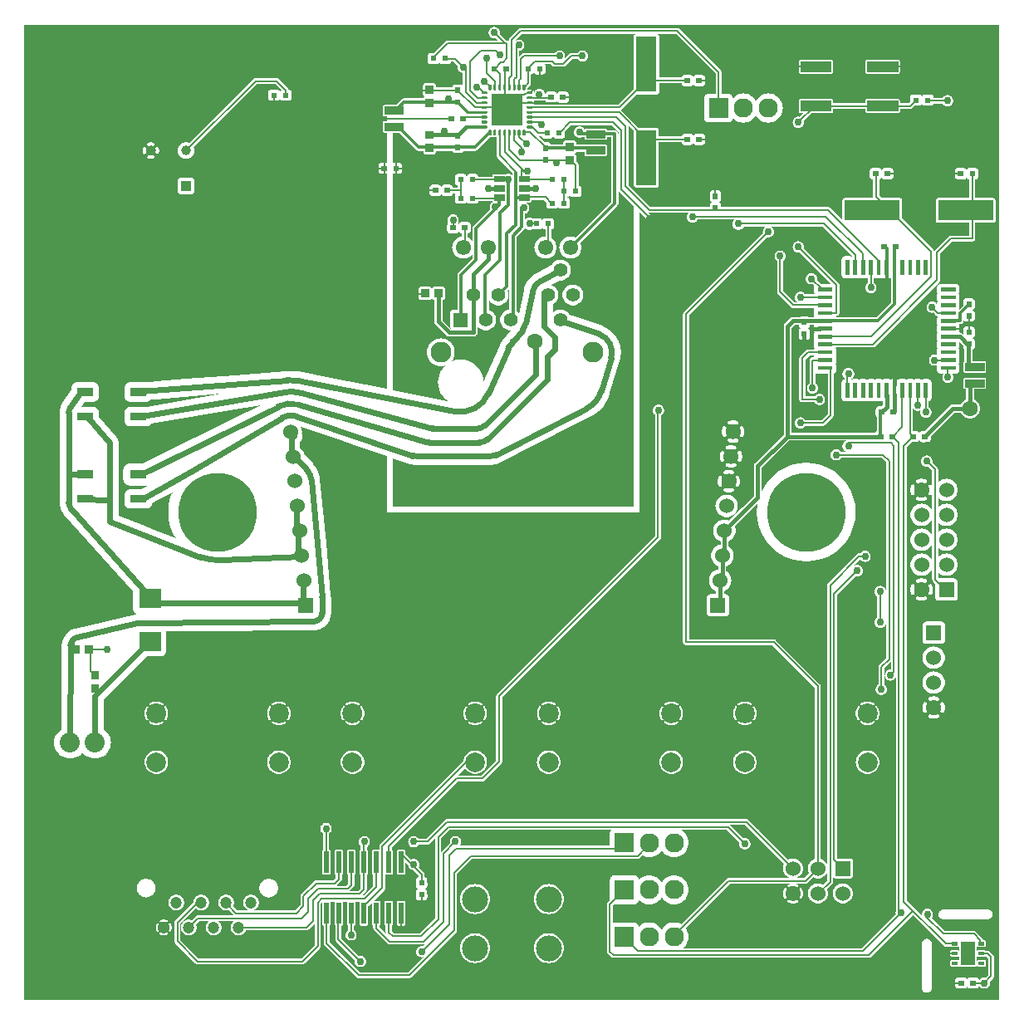
<source format=gtl>
G04 This is an RS-274x file exported by *
G04 gerbv version 2.6A *
G04 More information is available about gerbv at *
G04 http://gerbv.geda-project.org/ *
G04 --End of header info--*
%MOIN*%
%FSLAX34Y34*%
%IPPOS*%
G04 --Define apertures--*
%ADD10C,0.0001*%
%ADD11C,0.0157*%
%ADD12C,0.0079*%
%ADD13C,0.0118*%
%ADD14C,0.0139*%
%ADD15C,0.0099*%
%ADD16C,0.0236*%
%ADD17C,0.0787*%
%ADD18C,0.0800*%
%ADD19C,0.0600*%
%ADD20C,0.0770*%
%ADD21C,0.1043*%
%ADD22C,0.0472*%
%ADD23C,0.0394*%
%ADD24C,0.0560*%
%ADD25C,0.0610*%
%ADD26C,0.0830*%
%ADD27R,0.0591X0.0591*%
%ADD28R,0.0209X0.0209*%
%ADD29R,0.0157X0.0157*%
%ADD30R,0.0197X0.0197*%
%ADD31R,0.0200X0.0200*%
%ADD32R,0.0315X0.0315*%
%ADD33R,0.0787X0.0787*%
%ADD34R,0.0335X0.0335*%
%ADD35R,0.0800X0.0800*%
%ADD36R,0.1260X0.1260*%
%ADD37R,0.0157X0.0157*%
%ADD38R,0.0433X0.0433*%
%ADD39R,0.0256X0.0256*%
%ADD40R,0.0118X0.0118*%
%ADD41R,0.0074X0.0074*%
%ADD42C,0.3150*%
%ADD43C,0.0295*%
%ADD44C,0.0630*%
%ADD45C,0.1575*%
%ADD46C,0.0138*%
%ADD47C,0.0315*%
%ADD48C,0.0276*%
%ADD49C,0.0728*%
%ADD50C,0.0354*%
%ADD51C,0.0591*%
%ADD52C,0.0217*%
%ADD53C,0.1280*%
G04 --Start main section--*
G54D10*
G36*
G01X0017236Y0027047D02*
G01X0017231Y0027047D01*
G01X0016890Y0027388D01*
G01X0016890Y0028200D01*
G01X0016915Y0028200D01*
G01X0016931Y0028204D01*
G01X0016947Y0028210D01*
G01X0016962Y0028219D01*
G01X0016975Y0028230D01*
G01X0016986Y0028243D01*
G01X0016995Y0028258D01*
G01X0017002Y0028274D01*
G01X0017006Y0028290D01*
G01X0017006Y0028307D01*
G01X0017006Y0028639D01*
G01X0017002Y0028656D01*
G01X0016995Y0028671D01*
G01X0016986Y0028686D01*
G01X0016975Y0028699D01*
G01X0016962Y0028710D01*
G01X0016947Y0028719D01*
G01X0016931Y0028725D01*
G01X0016915Y0028729D01*
G01X0016898Y0028730D01*
G01X0016550Y0028729D01*
G01X0016533Y0028725D01*
G01X0016517Y0028719D01*
G01X0016503Y0028710D01*
G01X0016490Y0028699D01*
G01X0016479Y0028686D01*
G01X0016470Y0028671D01*
G01X0016467Y0028665D01*
G01X0016464Y0028671D01*
G01X0016455Y0028686D01*
G01X0016444Y0028699D01*
G01X0016431Y0028710D01*
G01X0016417Y0028719D01*
G01X0016401Y0028725D01*
G01X0016384Y0028729D01*
G01X0016367Y0028730D01*
G01X0016019Y0028729D01*
G01X0016002Y0028725D01*
G01X0015986Y0028719D01*
G01X0015972Y0028710D01*
G01X0015959Y0028699D01*
G01X0015948Y0028686D01*
G01X0015939Y0028671D01*
G01X0015932Y0028656D01*
G01X0015928Y0028639D01*
G01X0015927Y0028622D01*
G01X0015928Y0028290D01*
G01X0015932Y0028274D01*
G01X0015939Y0028258D01*
G01X0015948Y0028243D01*
G01X0015959Y0028230D01*
G01X0015972Y0028219D01*
G01X0015986Y0028210D01*
G01X0016002Y0028204D01*
G01X0016019Y0028200D01*
G01X0016035Y0028199D01*
G01X0016384Y0028200D01*
G01X0016401Y0028204D01*
G01X0016417Y0028210D01*
G01X0016431Y0028219D01*
G01X0016444Y0028230D01*
G01X0016455Y0028243D01*
G01X0016464Y0028258D01*
G01X0016467Y0028265D01*
G01X0016470Y0028258D01*
G01X0016479Y0028243D01*
G01X0016490Y0028230D01*
G01X0016503Y0028219D01*
G01X0016517Y0028210D01*
G01X0016533Y0028204D01*
G01X0016550Y0028200D01*
G01X0016567Y0028199D01*
G01X0016575Y0028199D01*
G01X0016575Y0027329D01*
G01X0016574Y0027323D01*
G01X0016576Y0027298D01*
G01X0016576Y0027298D01*
G01X0016582Y0027274D01*
G01X0016591Y0027251D01*
G01X0016604Y0027230D01*
G01X0016620Y0027211D01*
G01X0016625Y0027207D01*
G01X0017050Y0026783D01*
G01X0017054Y0026778D01*
G01X0017072Y0026762D01*
G01X0017094Y0026749D01*
G01X0017117Y0026739D01*
G01X0017141Y0026734D01*
G01X0017141Y0026734D01*
G01X0017165Y0026732D01*
G01X0017172Y0026732D01*
G01X0018130Y0026732D01*
G01X0018155Y0026734D01*
G01X0018179Y0026739D01*
G01X0018202Y0026749D01*
G01X0018223Y0026762D01*
G01X0018242Y0026778D01*
G01X0018251Y0026789D01*
G01X0018261Y0026798D01*
G01X0018278Y0026817D01*
G01X0018291Y0026838D01*
G01X0018300Y0026861D01*
G01X0018306Y0026885D01*
G01X0018307Y0026909D01*
G01X0018307Y0027139D01*
G01X0018335Y0027105D01*
G01X0018385Y0027063D01*
G01X0018442Y0027028D01*
G01X0018502Y0027003D01*
G01X0018566Y0026988D01*
G01X0018632Y0026983D01*
G01X0018698Y0026988D01*
G01X0018761Y0027003D01*
G01X0018822Y0027028D01*
G01X0018878Y0027063D01*
G01X0018928Y0027105D01*
G01X0018971Y0027155D01*
G01X0019005Y0027211D01*
G01X0019030Y0027272D01*
G01X0019046Y0027336D01*
G01X0019050Y0027402D01*
G01X0019046Y0027467D01*
G01X0019030Y0027531D01*
G01X0019005Y0027592D01*
G01X0018971Y0027648D01*
G01X0018928Y0027698D01*
G01X0018878Y0027741D01*
G01X0018822Y0027775D01*
G01X0018761Y0027800D01*
G01X0018760Y0027800D01*
G01X0018760Y0028209D01*
G01X0018793Y0028155D01*
G01X0018835Y0028105D01*
G01X0018885Y0028063D01*
G01X0018942Y0028028D01*
G01X0019002Y0028003D01*
G01X0019066Y0027988D01*
G01X0019132Y0027983D01*
G01X0019198Y0027988D01*
G01X0019261Y0028003D01*
G01X0019322Y0028028D01*
G01X0019378Y0028063D01*
G01X0019428Y0028105D01*
G01X0019471Y0028155D01*
G01X0019505Y0028211D01*
G01X0019530Y0028272D01*
G01X0019546Y0028336D01*
G01X0019550Y0028402D01*
G01X0019546Y0028467D01*
G01X0019530Y0028531D01*
G01X0019513Y0028574D01*
G01X0019580Y0028638D01*
G01X0019586Y0028643D01*
G01X0019587Y0028643D01*
G01X0019587Y0027817D01*
G01X0019566Y0027815D01*
G01X0019502Y0027800D01*
G01X0019442Y0027775D01*
G01X0019385Y0027741D01*
G01X0019335Y0027698D01*
G01X0019293Y0027648D01*
G01X0019259Y0027592D01*
G01X0019233Y0027531D01*
G01X0019218Y0027467D01*
G01X0019213Y0027402D01*
G01X0019218Y0027336D01*
G01X0019233Y0027272D01*
G01X0019259Y0027211D01*
G01X0019293Y0027155D01*
G01X0019335Y0027105D01*
G01X0019385Y0027063D01*
G01X0019442Y0027028D01*
G01X0019502Y0027003D01*
G01X0019566Y0026988D01*
G01X0019632Y0026983D01*
G01X0019643Y0026983D01*
G01X0019462Y0026772D01*
G01X0019461Y0026770D01*
G01X0019418Y0026719D01*
G01X0019413Y0026711D01*
G01X0019300Y0026560D01*
G01X0019298Y0026557D01*
G01X0019247Y0026483D01*
G01X0019204Y0026400D01*
G01X0019198Y0026383D01*
G01X0018547Y0024898D01*
G01X0018547Y0024902D01*
G01X0018539Y0025045D01*
G01X0018505Y0025185D01*
G01X0018450Y0025319D01*
G01X0018375Y0025441D01*
G01X0018281Y0025551D01*
G01X0018172Y0025644D01*
G01X0018049Y0025720D01*
G01X0017916Y0025775D01*
G01X0017776Y0025808D01*
G01X0017632Y0025820D01*
G01X0017488Y0025808D01*
G01X0017348Y0025775D01*
G01X0017243Y0025731D01*
G01X0017280Y0025776D01*
G01X0017326Y0025850D01*
G01X0017359Y0025930D01*
G01X0017380Y0026015D01*
G01X0017385Y0026102D01*
G01X0017380Y0026188D01*
G01X0017359Y0026273D01*
G01X0017326Y0026353D01*
G01X0017280Y0026428D01*
G01X0017224Y0026494D01*
G01X0017158Y0026550D01*
G01X0017083Y0026596D01*
G01X0017003Y0026629D01*
G01X0016919Y0026649D01*
G01X0016832Y0026656D01*
G01X0016745Y0026649D01*
G01X0016661Y0026629D01*
G01X0016580Y0026596D01*
G01X0016506Y0026550D01*
G01X0016440Y0026494D01*
G01X0016383Y0026428D01*
G01X0016338Y0026353D01*
G01X0016305Y0026273D01*
G01X0016284Y0026188D01*
G01X0016278Y0026102D01*
G01X0016284Y0026015D01*
G01X0016305Y0025930D01*
G01X0016338Y0025850D01*
G01X0016383Y0025776D01*
G01X0016440Y0025709D01*
G01X0016506Y0025653D01*
G01X0016580Y0025607D01*
G01X0016661Y0025574D01*
G01X0016745Y0025554D01*
G01X0016832Y0025547D01*
G01X0016919Y0025554D01*
G01X0017003Y0025574D01*
G01X0017017Y0025580D01*
G01X0016983Y0025551D01*
G01X0016889Y0025441D01*
G01X0016814Y0025319D01*
G01X0016759Y0025185D01*
G01X0016725Y0025045D01*
G01X0016714Y0024902D01*
G01X0016725Y0024758D01*
G01X0016759Y0024618D01*
G01X0016814Y0024485D01*
G01X0016889Y0024362D01*
G01X0016983Y0024252D01*
G01X0017092Y0024159D01*
G01X0017109Y0024149D01*
G01X0014921Y0024580D01*
G01X0014921Y0033258D01*
G01X0014923Y0033258D01*
G01X0015168Y0033259D01*
G01X0015187Y0033264D01*
G01X0015206Y0033272D01*
G01X0015223Y0033282D01*
G01X0015239Y0033295D01*
G01X0015252Y0033310D01*
G01X0015262Y0033328D01*
G01X0015270Y0033346D01*
G01X0015274Y0033366D01*
G01X0015276Y0033386D01*
G01X0015274Y0033603D01*
G01X0015270Y0033622D01*
G01X0015262Y0033641D01*
G01X0015252Y0033658D01*
G01X0015239Y0033674D01*
G01X0015223Y0033687D01*
G01X0015206Y0033697D01*
G01X0015187Y0033705D01*
G01X0015168Y0033709D01*
G01X0015148Y0033711D01*
G01X0014921Y0033709D01*
G01X0014921Y0034910D01*
G01X0015156Y0034910D01*
G01X0015836Y0034230D01*
G01X0015840Y0034226D01*
G01X0015857Y0034211D01*
G01X0015870Y0034203D01*
G01X0015878Y0034198D01*
G01X0015890Y0034193D01*
G01X0015899Y0034189D01*
G01X0015922Y0034184D01*
G01X0015922Y0034184D01*
G01X0015945Y0034182D01*
G01X0015951Y0034183D01*
G01X0016131Y0034183D01*
G01X0016131Y0034111D01*
G01X0016134Y0034098D01*
G01X0016139Y0034084D01*
G01X0016147Y0034072D01*
G01X0016156Y0034061D01*
G01X0016167Y0034052D01*
G01X0016179Y0034044D01*
G01X0016193Y0034039D01*
G01X0016206Y0034036D01*
G01X0016220Y0034035D01*
G01X0016550Y0034036D01*
G01X0016563Y0034039D01*
G01X0016577Y0034044D01*
G01X0016589Y0034052D01*
G01X0016600Y0034061D01*
G01X0016609Y0034072D01*
G01X0016617Y0034084D01*
G01X0016622Y0034098D01*
G01X0016625Y0034111D01*
G01X0016626Y0034126D01*
G01X0016626Y0034183D01*
G01X0017298Y0034183D01*
G01X0017299Y0034179D01*
G01X0017307Y0034160D01*
G01X0017317Y0034143D01*
G01X0017330Y0034128D01*
G01X0017346Y0034115D01*
G01X0017363Y0034104D01*
G01X0017381Y0034096D01*
G01X0017401Y0034092D01*
G01X0017421Y0034091D01*
G01X0017638Y0034092D01*
G01X0017658Y0034096D01*
G01X0017676Y0034104D01*
G01X0017694Y0034115D01*
G01X0017709Y0034128D01*
G01X0017722Y0034143D01*
G01X0017732Y0034160D01*
G01X0017740Y0034179D01*
G01X0017741Y0034183D01*
G01X0018183Y0034183D01*
G01X0018189Y0034182D01*
G01X0018212Y0034184D01*
G01X0018212Y0034184D01*
G01X0018235Y0034189D01*
G01X0018256Y0034198D01*
G01X0018276Y0034211D01*
G01X0018294Y0034226D01*
G01X0018298Y0034230D01*
G01X0018812Y0034744D01*
G01X0018868Y0034744D01*
G01X0018876Y0034747D01*
G01X0018885Y0034750D01*
G01X0018893Y0034755D01*
G01X0018898Y0034759D01*
G01X0018902Y0034755D01*
G01X0018910Y0034750D01*
G01X0018919Y0034747D01*
G01X0018928Y0034744D01*
G01X0018937Y0034744D01*
G01X0019065Y0034744D01*
G01X0019073Y0034747D01*
G01X0019075Y0034747D01*
G01X0019075Y0034001D01*
G01X0019074Y0033996D01*
G01X0019076Y0033978D01*
G01X0019080Y0033959D01*
G01X0019087Y0033942D01*
G01X0019097Y0033926D01*
G01X0019097Y0033926D01*
G01X0019109Y0033912D01*
G01X0019113Y0033909D01*
G01X0019705Y0033317D01*
G01X0019705Y0033307D01*
G01X0019705Y0033215D01*
G01X0019681Y0033235D01*
G01X0019650Y0033254D01*
G01X0019617Y0033267D01*
G01X0019583Y0033276D01*
G01X0019547Y0033278D01*
G01X0019512Y0033276D01*
G01X0019477Y0033267D01*
G01X0019444Y0033254D01*
G01X0019414Y0033235D01*
G01X0019412Y0033234D01*
G01X0019408Y0033235D01*
G01X0019399Y0033238D01*
G01X0019390Y0033238D01*
G01X0018947Y0033238D01*
G01X0018939Y0033235D01*
G01X0018930Y0033232D01*
G01X0018922Y0033227D01*
G01X0018915Y0033221D01*
G01X0018909Y0033214D01*
G01X0018904Y0033206D01*
G01X0018900Y0033197D01*
G01X0018898Y0033189D01*
G01X0018898Y0033179D01*
G01X0018898Y0033150D01*
G01X0018345Y0033150D01*
G01X0018345Y0033150D01*
G01X0018341Y0033170D01*
G01X0018333Y0033188D01*
G01X0018322Y0033206D01*
G01X0018309Y0033221D01*
G01X0018294Y0033234D01*
G01X0018277Y0033244D01*
G01X0018258Y0033252D01*
G01X0018239Y0033257D01*
G01X0018219Y0033258D01*
G01X0017974Y0033257D01*
G01X0017954Y0033252D01*
G01X0017936Y0033244D01*
G01X0017919Y0033234D01*
G01X0017903Y0033221D01*
G01X0017890Y0033206D01*
G01X0017880Y0033188D01*
G01X0017872Y0033170D01*
G01X0017864Y0033188D01*
G01X0017854Y0033206D01*
G01X0017841Y0033221D01*
G01X0017826Y0033234D01*
G01X0017808Y0033244D01*
G01X0017790Y0033252D01*
G01X0017770Y0033257D01*
G01X0017750Y0033258D01*
G01X0017506Y0033257D01*
G01X0017486Y0033252D01*
G01X0017467Y0033244D01*
G01X0017450Y0033234D01*
G01X0017435Y0033221D01*
G01X0017422Y0033206D01*
G01X0017411Y0033188D01*
G01X0017404Y0033170D01*
G01X0017399Y0033150D01*
G01X0017398Y0033130D01*
G01X0017399Y0032913D01*
G01X0017404Y0032893D01*
G01X0017411Y0032875D01*
G01X0017422Y0032857D01*
G01X0017435Y0032842D01*
G01X0017450Y0032829D01*
G01X0017467Y0032819D01*
G01X0017486Y0032811D01*
G01X0017506Y0032806D01*
G01X0017520Y0032806D01*
G01X0017520Y0032717D01*
G01X0017326Y0032717D01*
G01X0017326Y0032717D01*
G01X0017321Y0032737D01*
G01X0017313Y0032755D01*
G01X0017303Y0032772D01*
G01X0017290Y0032788D01*
G01X0017274Y0032801D01*
G01X0017257Y0032811D01*
G01X0017239Y0032819D01*
G01X0017219Y0032824D01*
G01X0017199Y0032825D01*
G01X0016954Y0032824D01*
G01X0016935Y0032819D01*
G01X0016916Y0032811D01*
G01X0016899Y0032801D01*
G01X0016883Y0032788D01*
G01X0016870Y0032772D01*
G01X0016860Y0032755D01*
G01X0016852Y0032737D01*
G01X0016844Y0032755D01*
G01X0016834Y0032772D01*
G01X0016821Y0032788D01*
G01X0016806Y0032801D01*
G01X0016789Y0032811D01*
G01X0016770Y0032819D01*
G01X0016750Y0032824D01*
G01X0016730Y0032825D01*
G01X0016486Y0032824D01*
G01X0016466Y0032819D01*
G01X0016448Y0032811D01*
G01X0016430Y0032801D01*
G01X0016415Y0032788D01*
G01X0016402Y0032772D01*
G01X0016392Y0032755D01*
G01X0016384Y0032737D01*
G01X0016379Y0032717D01*
G01X0016378Y0032697D01*
G01X0016379Y0032480D01*
G01X0016384Y0032460D01*
G01X0016392Y0032442D01*
G01X0016402Y0032424D01*
G01X0016415Y0032409D01*
G01X0016430Y0032396D01*
G01X0016448Y0032386D01*
G01X0016466Y0032378D01*
G01X0016486Y0032373D01*
G01X0016506Y0032372D01*
G01X0016750Y0032373D01*
G01X0016770Y0032378D01*
G01X0016789Y0032386D01*
G01X0016806Y0032396D01*
G01X0016821Y0032409D01*
G01X0016834Y0032424D01*
G01X0016844Y0032442D01*
G01X0016852Y0032460D01*
G01X0016860Y0032442D01*
G01X0016870Y0032424D01*
G01X0016883Y0032409D01*
G01X0016899Y0032396D01*
G01X0016916Y0032386D01*
G01X0016935Y0032378D01*
G01X0016954Y0032373D01*
G01X0016974Y0032372D01*
G01X0017219Y0032373D01*
G01X0017239Y0032378D01*
G01X0017257Y0032386D01*
G01X0017274Y0032396D01*
G01X0017290Y0032409D01*
G01X0017303Y0032424D01*
G01X0017313Y0032442D01*
G01X0017321Y0032460D01*
G01X0017326Y0032480D01*
G01X0017326Y0032480D01*
G01X0017444Y0032480D01*
G01X0017435Y0032473D01*
G01X0017422Y0032457D01*
G01X0017411Y0032440D01*
G01X0017404Y0032422D01*
G01X0017399Y0032402D01*
G01X0017398Y0032382D01*
G01X0017399Y0032165D01*
G01X0017404Y0032145D01*
G01X0017411Y0032127D01*
G01X0017422Y0032109D01*
G01X0017435Y0032094D01*
G01X0017450Y0032081D01*
G01X0017467Y0032071D01*
G01X0017486Y0032063D01*
G01X0017506Y0032058D01*
G01X0017526Y0032057D01*
G01X0017770Y0032058D01*
G01X0017790Y0032063D01*
G01X0017808Y0032071D01*
G01X0017826Y0032081D01*
G01X0017841Y0032094D01*
G01X0017854Y0032109D01*
G01X0017864Y0032127D01*
G01X0017872Y0032145D01*
G01X0017880Y0032127D01*
G01X0017890Y0032109D01*
G01X0017903Y0032094D01*
G01X0017919Y0032081D01*
G01X0017936Y0032071D01*
G01X0017954Y0032063D01*
G01X0017974Y0032058D01*
G01X0017994Y0032057D01*
G01X0018239Y0032058D01*
G01X0018258Y0032063D01*
G01X0018277Y0032071D01*
G01X0018294Y0032081D01*
G01X0018309Y0032094D01*
G01X0018322Y0032109D01*
G01X0018333Y0032127D01*
G01X0018341Y0032145D01*
G01X0018345Y0032165D01*
G01X0018345Y0032165D01*
G01X0018898Y0032165D01*
G01X0018900Y0032157D01*
G01X0018904Y0032148D01*
G01X0018909Y0032141D01*
G01X0018915Y0032133D01*
G01X0018916Y0032133D01*
G01X0018913Y0032131D01*
G01X0018882Y0032113D01*
G01X0018855Y0032090D01*
G01X0018832Y0032063D01*
G01X0018813Y0032032D01*
G01X0018800Y0031999D01*
G01X0018791Y0031965D01*
G01X0018789Y0031929D01*
G01X0018791Y0031894D01*
G01X0018800Y0031859D01*
G01X0018809Y0031838D01*
G01X0018135Y0031164D01*
G01X0018131Y0031161D01*
G01X0018117Y0031144D01*
G01X0018105Y0031126D01*
G01X0018097Y0031106D01*
G01X0018092Y0031085D01*
G01X0018090Y0031063D01*
G01X0018091Y0031057D01*
G01X0018091Y0030563D01*
G01X0018046Y0030616D01*
G01X0017993Y0030661D01*
G01X0017933Y0030697D01*
G01X0017913Y0030706D01*
G01X0017913Y0030877D01*
G01X0017924Y0030877D01*
G01X0017943Y0030882D01*
G01X0017962Y0030890D01*
G01X0017979Y0030900D01*
G01X0017994Y0030913D01*
G01X0018007Y0030928D01*
G01X0018018Y0030946D01*
G01X0018026Y0030964D01*
G01X0018030Y0030984D01*
G01X0018031Y0031004D01*
G01X0018030Y0031221D01*
G01X0018026Y0031241D01*
G01X0018018Y0031259D01*
G01X0018007Y0031276D01*
G01X0017994Y0031292D01*
G01X0017979Y0031305D01*
G01X0017962Y0031315D01*
G01X0017943Y0031323D01*
G01X0017924Y0031328D01*
G01X0017904Y0031329D01*
G01X0017659Y0031328D01*
G01X0017639Y0031323D01*
G01X0017621Y0031315D01*
G01X0017604Y0031305D01*
G01X0017588Y0031292D01*
G01X0017575Y0031276D01*
G01X0017565Y0031259D01*
G01X0017557Y0031241D01*
G01X0017549Y0031259D01*
G01X0017539Y0031276D01*
G01X0017526Y0031292D01*
G01X0017516Y0031300D01*
G01X0017525Y0031314D01*
G01X0017539Y0031347D01*
G01X0017547Y0031382D01*
G01X0017549Y0031417D01*
G01X0017547Y0031453D01*
G01X0017539Y0031487D01*
G01X0017525Y0031520D01*
G01X0017507Y0031551D01*
G01X0017483Y0031578D01*
G01X0017456Y0031601D01*
G01X0017426Y0031620D01*
G01X0017393Y0031633D01*
G01X0017358Y0031642D01*
G01X0017323Y0031644D01*
G01X0017287Y0031642D01*
G01X0017253Y0031633D01*
G01X0017220Y0031620D01*
G01X0017189Y0031601D01*
G01X0017162Y0031578D01*
G01X0017139Y0031551D01*
G01X0017120Y0031520D01*
G01X0017107Y0031487D01*
G01X0017098Y0031453D01*
G01X0017096Y0031417D01*
G01X0017098Y0031382D01*
G01X0017107Y0031347D01*
G01X0017120Y0031314D01*
G01X0017130Y0031300D01*
G01X0017120Y0031292D01*
G01X0017107Y0031276D01*
G01X0017096Y0031259D01*
G01X0017089Y0031241D01*
G01X0017084Y0031221D01*
G01X0017083Y0031201D01*
G01X0017084Y0030984D01*
G01X0017089Y0030964D01*
G01X0017096Y0030946D01*
G01X0017107Y0030928D01*
G01X0017120Y0030913D01*
G01X0017135Y0030900D01*
G01X0017152Y0030890D01*
G01X0017171Y0030882D01*
G01X0017191Y0030877D01*
G01X0017211Y0030876D01*
G01X0017455Y0030877D01*
G01X0017475Y0030882D01*
G01X0017493Y0030890D01*
G01X0017511Y0030900D01*
G01X0017526Y0030913D01*
G01X0017539Y0030928D01*
G01X0017549Y0030946D01*
G01X0017557Y0030964D01*
G01X0017565Y0030946D01*
G01X0017575Y0030928D01*
G01X0017588Y0030913D01*
G01X0017604Y0030900D01*
G01X0017621Y0030890D01*
G01X0017639Y0030882D01*
G01X0017659Y0030877D01*
G01X0017677Y0030876D01*
G01X0017677Y0030741D01*
G01X0017663Y0030740D01*
G01X0017594Y0030724D01*
G01X0017530Y0030697D01*
G01X0017471Y0030661D01*
G01X0017418Y0030616D01*
G01X0017372Y0030563D01*
G01X0017336Y0030503D01*
G01X0017309Y0030439D01*
G01X0017293Y0030371D01*
G01X0017288Y0030302D01*
G01X0017293Y0030232D01*
G01X0017309Y0030164D01*
G01X0017336Y0030100D01*
G01X0017372Y0030041D01*
G01X0017418Y0029987D01*
G01X0017471Y0029942D01*
G01X0017530Y0029906D01*
G01X0017594Y0029879D01*
G01X0017663Y0029863D01*
G01X0017732Y0029857D01*
G01X0017801Y0029863D01*
G01X0017869Y0029879D01*
G01X0017933Y0029906D01*
G01X0017993Y0029942D01*
G01X0018046Y0029987D01*
G01X0018091Y0030040D01*
G01X0018091Y0029860D01*
G01X0017538Y0029308D01*
G01X0017534Y0029304D01*
G01X0017520Y0029288D01*
G01X0017509Y0029269D01*
G01X0017500Y0029249D01*
G01X0017495Y0029228D01*
G01X0017495Y0029228D01*
G01X0017494Y0029207D01*
G01X0017494Y0029201D01*
G01X0017494Y0027819D01*
G01X0017330Y0027818D01*
G01X0017309Y0027813D01*
G01X0017289Y0027805D01*
G01X0017270Y0027793D01*
G01X0017254Y0027779D01*
G01X0017240Y0027763D01*
G01X0017229Y0027744D01*
G01X0017220Y0027724D01*
G01X0017215Y0027703D01*
G01X0017214Y0027681D01*
G01X0017215Y0027100D01*
G01X0017220Y0027079D01*
G01X0017229Y0027059D01*
G01X0017236Y0027047D01*
G37*
G36*
G01X0013682Y0022265D02*
G01X0014685Y0021927D01*
G01X0014685Y0006643D01*
G01X0014408Y0006366D01*
G01X0014404Y0006363D01*
G01X0014393Y0006349D01*
G01X0014383Y0006333D01*
G01X0014376Y0006316D01*
G01X0014371Y0006298D01*
G01X0014371Y0006298D01*
G01X0014370Y0006280D01*
G01X0014370Y0006275D01*
G01X0014370Y0006129D01*
G01X0014365Y0006131D01*
G01X0014352Y0006134D01*
G01X0014340Y0006135D01*
G01X0014128Y0006134D01*
G01X0014116Y0006131D01*
G01X0014104Y0006127D01*
G01X0014094Y0006120D01*
G01X0014084Y0006112D01*
G01X0014076Y0006103D01*
G01X0014070Y0006092D01*
G01X0014065Y0006081D01*
G01X0014062Y0006069D01*
G01X0014061Y0006056D01*
G01X0014062Y0005194D01*
G01X0014065Y0005182D01*
G01X0014070Y0005170D01*
G01X0014076Y0005160D01*
G01X0014084Y0005150D01*
G01X0014094Y0005143D01*
G01X0014104Y0005136D01*
G01X0014116Y0005131D01*
G01X0014122Y0005130D01*
G01X0014122Y0004683D01*
G01X0013731Y0004291D01*
G01X0013682Y0004291D01*
G01X0013682Y0004302D01*
G01X0013820Y0004441D01*
G01X0013824Y0004444D01*
G01X0013836Y0004458D01*
G01X0013836Y0004458D01*
G01X0013846Y0004474D01*
G01X0013853Y0004491D01*
G01X0013857Y0004509D01*
G01X0013859Y0004528D01*
G01X0013858Y0004532D01*
G01X0013858Y0005130D01*
G01X0013865Y0005131D01*
G01X0013876Y0005136D01*
G01X0013887Y0005143D01*
G01X0013896Y0005150D01*
G01X0013904Y0005160D01*
G01X0013911Y0005170D01*
G01X0013915Y0005182D01*
G01X0013918Y0005194D01*
G01X0013919Y0005206D01*
G01X0013918Y0006069D01*
G01X0013915Y0006081D01*
G01X0013911Y0006092D01*
G01X0013904Y0006103D01*
G01X0013896Y0006112D01*
G01X0013887Y0006120D01*
G01X0013876Y0006127D01*
G01X0013865Y0006131D01*
G01X0013858Y0006133D01*
G01X0013858Y0006252D01*
G01X0013863Y0006254D01*
G01X0013893Y0006273D01*
G01X0013920Y0006296D01*
G01X0013944Y0006323D01*
G01X0013962Y0006354D01*
G01X0013976Y0006387D01*
G01X0013984Y0006421D01*
G01X0013986Y0006457D01*
G01X0013984Y0006492D01*
G01X0013976Y0006527D01*
G01X0013962Y0006560D01*
G01X0013944Y0006590D01*
G01X0013920Y0006617D01*
G01X0013893Y0006641D01*
G01X0013863Y0006659D01*
G01X0013830Y0006673D01*
G01X0013795Y0006681D01*
G01X0013760Y0006684D01*
G01X0013724Y0006681D01*
G01X0013690Y0006673D01*
G01X0013682Y0006669D01*
G01X0013682Y0009385D01*
G01X0013710Y0009431D01*
G01X0013738Y0009499D01*
G01X0013756Y0009572D01*
G01X0013760Y0009646D01*
G01X0013756Y0009720D01*
G01X0013738Y0009792D01*
G01X0013710Y0009861D01*
G01X0013682Y0009906D01*
G01X0013682Y0011355D01*
G01X0013700Y0011383D01*
G01X0013720Y0011422D01*
G01X0013735Y0011463D01*
G01X0013748Y0011506D01*
G01X0013756Y0011548D01*
G01X0013760Y0011592D01*
G01X0013760Y0011636D01*
G01X0013756Y0011680D01*
G01X0013748Y0011723D01*
G01X0013735Y0011765D01*
G01X0013720Y0011806D01*
G01X0013700Y0011845D01*
G01X0013682Y0011874D01*
G01X0013682Y0022265D01*
G37*
G36*
G01X0013682Y0006669D02*
G01X0013657Y0006659D01*
G01X0013626Y0006641D01*
G01X0013599Y0006617D01*
G01X0013576Y0006590D01*
G01X0013557Y0006560D01*
G01X0013544Y0006527D01*
G01X0013535Y0006492D01*
G01X0013533Y0006457D01*
G01X0013535Y0006421D01*
G01X0013544Y0006387D01*
G01X0013557Y0006354D01*
G01X0013576Y0006323D01*
G01X0013599Y0006296D01*
G01X0013622Y0006277D01*
G01X0013622Y0006133D01*
G01X0013616Y0006131D01*
G01X0013604Y0006127D01*
G01X0013594Y0006120D01*
G01X0013584Y0006112D01*
G01X0013576Y0006103D01*
G01X0013570Y0006092D01*
G01X0013565Y0006081D01*
G01X0013562Y0006069D01*
G01X0013561Y0006056D01*
G01X0013562Y0005194D01*
G01X0013565Y0005182D01*
G01X0013570Y0005170D01*
G01X0013576Y0005160D01*
G01X0013584Y0005150D01*
G01X0013594Y0005143D01*
G01X0013604Y0005136D01*
G01X0013616Y0005131D01*
G01X0013622Y0005130D01*
G01X0013622Y0004576D01*
G01X0013534Y0004488D01*
G01X0013288Y0004488D01*
G01X0013288Y0004597D01*
G01X0013320Y0004630D01*
G01X0013324Y0004633D01*
G01X0013336Y0004647D01*
G01X0013336Y0004647D01*
G01X0013346Y0004663D01*
G01X0013353Y0004680D01*
G01X0013357Y0004698D01*
G01X0013359Y0004717D01*
G01X0013358Y0004721D01*
G01X0013358Y0005130D01*
G01X0013365Y0005131D01*
G01X0013376Y0005136D01*
G01X0013387Y0005143D01*
G01X0013396Y0005150D01*
G01X0013404Y0005160D01*
G01X0013411Y0005170D01*
G01X0013415Y0005182D01*
G01X0013418Y0005194D01*
G01X0013419Y0005206D01*
G01X0013418Y0006069D01*
G01X0013415Y0006081D01*
G01X0013411Y0006092D01*
G01X0013404Y0006103D01*
G01X0013396Y0006112D01*
G01X0013387Y0006120D01*
G01X0013376Y0006127D01*
G01X0013365Y0006131D01*
G01X0013352Y0006134D01*
G01X0013340Y0006135D01*
G01X0013288Y0006135D01*
G01X0013288Y0009172D01*
G01X0013361Y0009178D01*
G01X0013434Y0009195D01*
G01X0013502Y0009223D01*
G01X0013566Y0009262D01*
G01X0013622Y0009311D01*
G01X0013671Y0009367D01*
G01X0013682Y0009385D01*
G01X0013682Y0006669D01*
G37*
G36*
G01X0013682Y0004291D02*
G01X0013671Y0004291D01*
G01X0013682Y0004302D01*
G01X0013682Y0004291D01*
G37*
G36*
G01X0013288Y0022398D02*
G01X0013682Y0022265D01*
G01X0013682Y0011874D01*
G01X0013677Y0011883D01*
G01X0013673Y0011887D01*
G01X0013668Y0011892D01*
G01X0013663Y0011895D01*
G01X0013657Y0011898D01*
G01X0013651Y0011899D01*
G01X0013645Y0011900D01*
G01X0013639Y0011900D01*
G01X0013633Y0011898D01*
G01X0013627Y0011896D01*
G01X0013621Y0011893D01*
G01X0013617Y0011889D01*
G01X0013612Y0011884D01*
G01X0013609Y0011879D01*
G01X0013606Y0011873D01*
G01X0013605Y0011867D01*
G01X0013604Y0011861D01*
G01X0013604Y0011855D01*
G01X0013606Y0011848D01*
G01X0013608Y0011843D01*
G01X0013611Y0011837D01*
G01X0013631Y0011807D01*
G01X0013647Y0011774D01*
G01X0013661Y0011740D01*
G01X0013670Y0011705D01*
G01X0013677Y0011669D01*
G01X0013681Y0011632D01*
G01X0013681Y0011596D01*
G01X0013677Y0011559D01*
G01X0013670Y0011524D01*
G01X0013661Y0011489D01*
G01X0013647Y0011454D01*
G01X0013631Y0011422D01*
G01X0013611Y0011391D01*
G01X0013608Y0011385D01*
G01X0013606Y0011380D01*
G01X0013605Y0011374D01*
G01X0013604Y0011367D01*
G01X0013605Y0011361D01*
G01X0013607Y0011355D01*
G01X0013609Y0011350D01*
G01X0013613Y0011344D01*
G01X0013617Y0011340D01*
G01X0013622Y0011336D01*
G01X0013627Y0011333D01*
G01X0013633Y0011331D01*
G01X0013639Y0011329D01*
G01X0013645Y0011329D01*
G01X0013651Y0011330D01*
G01X0013657Y0011331D01*
G01X0013663Y0011333D01*
G01X0013668Y0011337D01*
G01X0013672Y0011341D01*
G01X0013676Y0011346D01*
G01X0013682Y0011355D01*
G01X0013682Y0009906D01*
G01X0013671Y0009924D01*
G01X0013622Y0009981D01*
G01X0013566Y0010029D01*
G01X0013502Y0010068D01*
G01X0013434Y0010096D01*
G01X0013361Y0010114D01*
G01X0013288Y0010120D01*
G01X0013288Y0011142D01*
G01X0013309Y0011142D01*
G01X0013353Y0011146D01*
G01X0013396Y0011154D01*
G01X0013439Y0011166D01*
G01X0013479Y0011182D01*
G01X0013519Y0011202D01*
G01X0013556Y0011225D01*
G01X0013561Y0011229D01*
G01X0013565Y0011233D01*
G01X0013569Y0011239D01*
G01X0013571Y0011244D01*
G01X0013572Y0011250D01*
G01X0013573Y0011257D01*
G01X0013573Y0011263D01*
G01X0013572Y0011269D01*
G01X0013569Y0011275D01*
G01X0013566Y0011280D01*
G01X0013562Y0011285D01*
G01X0013557Y0011289D01*
G01X0013552Y0011293D01*
G01X0013546Y0011295D01*
G01X0013541Y0011297D01*
G01X0013534Y0011298D01*
G01X0013528Y0011297D01*
G01X0013522Y0011296D01*
G01X0013516Y0011294D01*
G01X0013511Y0011291D01*
G01X0013480Y0011271D01*
G01X0013447Y0011254D01*
G01X0013413Y0011241D01*
G01X0013378Y0011231D01*
G01X0013342Y0011224D01*
G01X0013306Y0011221D01*
G01X0013288Y0011221D01*
G01X0013288Y0012007D01*
G01X0013306Y0012007D01*
G01X0013342Y0012004D01*
G01X0013378Y0011997D01*
G01X0013413Y0011987D01*
G01X0013447Y0011974D01*
G01X0013480Y0011957D01*
G01X0013511Y0011938D01*
G01X0013516Y0011935D01*
G01X0013522Y0011933D01*
G01X0013528Y0011931D01*
G01X0013534Y0011931D01*
G01X0013540Y0011932D01*
G01X0013546Y0011933D01*
G01X0013552Y0011936D01*
G01X0013557Y0011939D01*
G01X0013562Y0011943D01*
G01X0013566Y0011948D01*
G01X0013569Y0011954D01*
G01X0013571Y0011959D01*
G01X0013572Y0011965D01*
G01X0013573Y0011972D01*
G01X0013572Y0011978D01*
G01X0013570Y0011984D01*
G01X0013568Y0011989D01*
G01X0013565Y0011995D01*
G01X0013561Y0011999D01*
G01X0013556Y0012003D01*
G01X0013519Y0012027D01*
G01X0013479Y0012046D01*
G01X0013439Y0012062D01*
G01X0013396Y0012074D01*
G01X0013353Y0012083D01*
G01X0013309Y0012087D01*
G01X0013288Y0012087D01*
G01X0013288Y0022398D01*
G37*
G36*
G01X0013288Y0004488D02*
G01X0013179Y0004488D01*
G01X0013288Y0004597D01*
G01X0013288Y0004488D01*
G37*
G36*
G01X0012893Y0009385D02*
G01X0012904Y0009367D01*
G01X0012952Y0009311D01*
G01X0013009Y0009262D01*
G01X0013072Y0009223D01*
G01X0013141Y0009195D01*
G01X0013213Y0009178D01*
G01X0013287Y0009172D01*
G01X0013288Y0009172D01*
G01X0013288Y0006135D01*
G01X0013128Y0006134D01*
G01X0013116Y0006131D01*
G01X0013104Y0006127D01*
G01X0013094Y0006120D01*
G01X0013084Y0006112D01*
G01X0013076Y0006103D01*
G01X0013070Y0006092D01*
G01X0013065Y0006081D01*
G01X0013062Y0006069D01*
G01X0013061Y0006056D01*
G01X0013062Y0005194D01*
G01X0013065Y0005182D01*
G01X0013070Y0005170D01*
G01X0013076Y0005160D01*
G01X0013084Y0005150D01*
G01X0013094Y0005143D01*
G01X0013104Y0005136D01*
G01X0013116Y0005131D01*
G01X0013122Y0005130D01*
G01X0013122Y0004765D01*
G01X0013042Y0004685D01*
G01X0012893Y0004685D01*
G01X0012893Y0005148D01*
G01X0012896Y0005150D01*
G01X0012904Y0005160D01*
G01X0012911Y0005170D01*
G01X0012915Y0005182D01*
G01X0012918Y0005194D01*
G01X0012919Y0005206D01*
G01X0012918Y0006069D01*
G01X0012915Y0006081D01*
G01X0012911Y0006092D01*
G01X0012904Y0006103D01*
G01X0012896Y0006112D01*
G01X0012893Y0006115D01*
G01X0012893Y0009385D01*
G37*
G36*
G01X0012893Y0022531D02*
G01X0013288Y0022398D01*
G01X0013288Y0012087D01*
G01X0013265Y0012087D01*
G01X0013222Y0012083D01*
G01X0013179Y0012074D01*
G01X0013136Y0012062D01*
G01X0013096Y0012046D01*
G01X0013056Y0012027D01*
G01X0013019Y0012004D01*
G01X0013014Y0012000D01*
G01X0013010Y0011995D01*
G01X0013006Y0011990D01*
G01X0013004Y0011984D01*
G01X0013002Y0011978D01*
G01X0013002Y0011972D01*
G01X0013002Y0011965D01*
G01X0013003Y0011959D01*
G01X0013006Y0011954D01*
G01X0013009Y0011948D01*
G01X0013013Y0011943D01*
G01X0013017Y0011939D01*
G01X0013022Y0011935D01*
G01X0013028Y0011933D01*
G01X0013034Y0011931D01*
G01X0013041Y0011931D01*
G01X0013047Y0011931D01*
G01X0013053Y0011932D01*
G01X0013059Y0011935D01*
G01X0013064Y0011938D01*
G01X0013095Y0011957D01*
G01X0013128Y0011974D01*
G01X0013162Y0011987D01*
G01X0013197Y0011997D01*
G01X0013233Y0012004D01*
G01X0013269Y0012007D01*
G01X0013288Y0012007D01*
G01X0013288Y0011221D01*
G01X0013269Y0011221D01*
G01X0013233Y0011224D01*
G01X0013197Y0011231D01*
G01X0013162Y0011241D01*
G01X0013128Y0011254D01*
G01X0013095Y0011271D01*
G01X0013064Y0011290D01*
G01X0013059Y0011293D01*
G01X0013053Y0011295D01*
G01X0013047Y0011297D01*
G01X0013041Y0011297D01*
G01X0013035Y0011296D01*
G01X0013028Y0011295D01*
G01X0013023Y0011293D01*
G01X0013018Y0011289D01*
G01X0013013Y0011285D01*
G01X0013009Y0011280D01*
G01X0013006Y0011275D01*
G01X0013004Y0011269D01*
G01X0013002Y0011263D01*
G01X0013002Y0011257D01*
G01X0013003Y0011250D01*
G01X0013004Y0011244D01*
G01X0013007Y0011239D01*
G01X0013010Y0011233D01*
G01X0013014Y0011229D01*
G01X0013019Y0011225D01*
G01X0013056Y0011202D01*
G01X0013096Y0011182D01*
G01X0013136Y0011166D01*
G01X0013179Y0011154D01*
G01X0013222Y0011146D01*
G01X0013265Y0011142D01*
G01X0013288Y0011142D01*
G01X0013288Y0010120D01*
G01X0013287Y0010120D01*
G01X0013213Y0010114D01*
G01X0013141Y0010096D01*
G01X0013072Y0010068D01*
G01X0013009Y0010029D01*
G01X0012952Y0009981D01*
G01X0012904Y0009924D01*
G01X0012893Y0009906D01*
G01X0012893Y0011354D01*
G01X0012898Y0011346D01*
G01X0012902Y0011341D01*
G01X0012907Y0011337D01*
G01X0012912Y0011333D01*
G01X0012918Y0011331D01*
G01X0012924Y0011329D01*
G01X0012930Y0011328D01*
G01X0012936Y0011329D01*
G01X0012942Y0011330D01*
G01X0012948Y0011332D01*
G01X0012954Y0011335D01*
G01X0012958Y0011339D01*
G01X0012963Y0011344D01*
G01X0012966Y0011349D01*
G01X0012969Y0011355D01*
G01X0012970Y0011361D01*
G01X0012971Y0011367D01*
G01X0012970Y0011374D01*
G01X0012969Y0011380D01*
G01X0012967Y0011385D01*
G01X0012964Y0011391D01*
G01X0012944Y0011422D01*
G01X0012928Y0011454D01*
G01X0012914Y0011489D01*
G01X0012904Y0011524D01*
G01X0012898Y0011559D01*
G01X0012894Y0011596D01*
G01X0012894Y0011632D01*
G01X0012898Y0011669D01*
G01X0012904Y0011705D01*
G01X0012914Y0011740D01*
G01X0012928Y0011774D01*
G01X0012944Y0011807D01*
G01X0012963Y0011838D01*
G01X0012967Y0011843D01*
G01X0012969Y0011849D01*
G01X0012970Y0011855D01*
G01X0012970Y0011861D01*
G01X0012970Y0011867D01*
G01X0012968Y0011873D01*
G01X0012966Y0011879D01*
G01X0012962Y0011884D01*
G01X0012958Y0011889D01*
G01X0012953Y0011893D01*
G01X0012948Y0011896D01*
G01X0012942Y0011898D01*
G01X0012936Y0011899D01*
G01X0012930Y0011900D01*
G01X0012924Y0011899D01*
G01X0012918Y0011897D01*
G01X0012912Y0011895D01*
G01X0012907Y0011891D01*
G01X0012902Y0011887D01*
G01X0012898Y0011882D01*
G01X0012893Y0011874D01*
G01X0012893Y0022531D01*
G37*
G36*
G01X0012893Y0004685D02*
G01X0012644Y0004685D01*
G01X0012648Y0004688D01*
G01X0012663Y0004700D01*
G01X0012665Y0004703D01*
G01X0012820Y0004858D01*
G01X0012824Y0004861D01*
G01X0012836Y0004875D01*
G01X0012836Y0004875D01*
G01X0012846Y0004891D01*
G01X0012853Y0004908D01*
G01X0012857Y0004926D01*
G01X0012859Y0004945D01*
G01X0012858Y0004950D01*
G01X0012858Y0005130D01*
G01X0012865Y0005131D01*
G01X0012876Y0005136D01*
G01X0012887Y0005143D01*
G01X0012893Y0005148D01*
G01X0012893Y0004685D01*
G37*
G36*
G01X0012224Y0015148D02*
G01X0012265Y0015194D01*
G01X0012303Y0015244D01*
G01X0012336Y0015297D01*
G01X0012364Y0015353D01*
G01X0012387Y0015411D01*
G01X0012405Y0015471D01*
G01X0012418Y0015533D01*
G01X0012425Y0015595D01*
G01X0012426Y0015657D01*
G01X0012426Y0015664D01*
G01X0012426Y0016245D01*
G01X0012426Y0016245D01*
G01X0012422Y0016331D01*
G01X0012420Y0016342D01*
G01X0012224Y0018452D01*
G01X0012224Y0022757D01*
G01X0012893Y0022531D01*
G01X0012893Y0011874D01*
G01X0012875Y0011845D01*
G01X0012855Y0011806D01*
G01X0012839Y0011765D01*
G01X0012827Y0011723D01*
G01X0012819Y0011680D01*
G01X0012815Y0011636D01*
G01X0012815Y0011592D01*
G01X0012819Y0011548D01*
G01X0012827Y0011506D01*
G01X0012839Y0011463D01*
G01X0012855Y0011422D01*
G01X0012875Y0011383D01*
G01X0012893Y0011354D01*
G01X0012893Y0009906D01*
G01X0012865Y0009861D01*
G01X0012837Y0009792D01*
G01X0012819Y0009720D01*
G01X0012813Y0009646D01*
G01X0012819Y0009572D01*
G01X0012837Y0009499D01*
G01X0012865Y0009431D01*
G01X0012893Y0009385D01*
G01X0012893Y0006115D01*
G01X0012887Y0006120D01*
G01X0012876Y0006127D01*
G01X0012865Y0006131D01*
G01X0012852Y0006134D01*
G01X0012840Y0006135D01*
G01X0012628Y0006134D01*
G01X0012616Y0006131D01*
G01X0012604Y0006127D01*
G01X0012594Y0006120D01*
G01X0012584Y0006112D01*
G01X0012576Y0006103D01*
G01X0012570Y0006092D01*
G01X0012565Y0006081D01*
G01X0012562Y0006069D01*
G01X0012561Y0006056D01*
G01X0012562Y0005194D01*
G01X0012565Y0005182D01*
G01X0012570Y0005170D01*
G01X0012576Y0005160D01*
G01X0012584Y0005150D01*
G01X0012594Y0005143D01*
G01X0012604Y0005136D01*
G01X0012616Y0005131D01*
G01X0012622Y0005130D01*
G01X0012622Y0004994D01*
G01X0012530Y0004902D01*
G01X0012224Y0004902D01*
G01X0012224Y0005128D01*
G01X0012352Y0005128D01*
G01X0012365Y0005131D01*
G01X0012376Y0005136D01*
G01X0012387Y0005143D01*
G01X0012396Y0005150D01*
G01X0012404Y0005160D01*
G01X0012411Y0005170D01*
G01X0012415Y0005182D01*
G01X0012418Y0005194D01*
G01X0012419Y0005206D01*
G01X0012418Y0006069D01*
G01X0012415Y0006081D01*
G01X0012411Y0006092D01*
G01X0012404Y0006103D01*
G01X0012396Y0006112D01*
G01X0012387Y0006120D01*
G01X0012376Y0006127D01*
G01X0012365Y0006131D01*
G01X0012352Y0006134D01*
G01X0012343Y0006135D01*
G01X0012343Y0006795D01*
G01X0012358Y0006804D01*
G01X0012385Y0006828D01*
G01X0012408Y0006855D01*
G01X0012427Y0006885D01*
G01X0012441Y0006918D01*
G01X0012449Y0006953D01*
G01X0012451Y0006988D01*
G01X0012449Y0007024D01*
G01X0012441Y0007058D01*
G01X0012427Y0007091D01*
G01X0012408Y0007122D01*
G01X0012385Y0007149D01*
G01X0012358Y0007172D01*
G01X0012328Y0007191D01*
G01X0012294Y0007204D01*
G01X0012260Y0007213D01*
G01X0012224Y0007215D01*
G01X0012224Y0007215D01*
G01X0012224Y0015148D01*
G37*
G36*
G01X0012224Y0039252D02*
G01X0014685Y0039252D01*
G01X0014685Y0036024D01*
G01X0014557Y0036024D01*
G01X0014548Y0036022D01*
G01X0014540Y0036018D01*
G01X0014531Y0036013D01*
G01X0014524Y0036007D01*
G01X0014518Y0036000D01*
G01X0014513Y0035992D01*
G01X0014510Y0035983D01*
G01X0014507Y0035974D01*
G01X0014507Y0035965D01*
G01X0014507Y0035620D01*
G01X0014510Y0035611D01*
G01X0014513Y0035603D01*
G01X0014518Y0035594D01*
G01X0014524Y0035587D01*
G01X0014531Y0035581D01*
G01X0014540Y0035576D01*
G01X0014548Y0035573D01*
G01X0014557Y0035570D01*
G01X0014567Y0035570D01*
G01X0014685Y0035570D01*
G01X0014685Y0035385D01*
G01X0014556Y0035385D01*
G01X0014545Y0035383D01*
G01X0014535Y0035378D01*
G01X0014525Y0035372D01*
G01X0014517Y0035365D01*
G01X0014509Y0035357D01*
G01X0014504Y0035347D01*
G01X0014499Y0035337D01*
G01X0014497Y0035326D01*
G01X0014496Y0035315D01*
G01X0014497Y0034969D01*
G01X0014499Y0034958D01*
G01X0014504Y0034948D01*
G01X0014509Y0034939D01*
G01X0014517Y0034930D01*
G01X0014525Y0034923D01*
G01X0014535Y0034917D01*
G01X0014545Y0034913D01*
G01X0014556Y0034910D01*
G01X0014567Y0034909D01*
G01X0014685Y0034909D01*
G01X0014685Y0033710D01*
G01X0014679Y0033711D01*
G01X0014435Y0033709D01*
G01X0014415Y0033705D01*
G01X0014396Y0033697D01*
G01X0014379Y0033687D01*
G01X0014364Y0033674D01*
G01X0014351Y0033658D01*
G01X0014341Y0033641D01*
G01X0014333Y0033622D01*
G01X0014328Y0033603D01*
G01X0014327Y0033583D01*
G01X0014328Y0033366D01*
G01X0014333Y0033346D01*
G01X0014341Y0033328D01*
G01X0014351Y0033310D01*
G01X0014364Y0033295D01*
G01X0014379Y0033282D01*
G01X0014396Y0033272D01*
G01X0014415Y0033264D01*
G01X0014435Y0033259D01*
G01X0014455Y0033258D01*
G01X0014685Y0033259D01*
G01X0014685Y0024626D01*
G01X0012224Y0025111D01*
G01X0012224Y0039252D01*
G37*
G36*
G01X0012224Y0002235D02*
G01X0013437Y0001022D01*
G01X0013440Y0001019D01*
G01X0013454Y0001007D01*
G01X0013454Y0001007D01*
G01X0013470Y0000997D01*
G01X0013487Y0000990D01*
G01X0013505Y0000985D01*
G01X0013524Y0000984D01*
G01X0013528Y0000984D01*
G01X0014685Y0000984D01*
G01X0014685Y0000118D01*
G01X0012224Y0000118D01*
G01X0012224Y0002235D01*
G37*
G36*
G01X0012224Y0018452D02*
G01X0011986Y0021016D01*
G01X0011986Y0021018D01*
G01X0011975Y0021109D01*
G01X0011953Y0021202D01*
G01X0011922Y0021293D01*
G01X0011883Y0021380D01*
G01X0011837Y0021463D01*
G01X0011782Y0021542D01*
G01X0011720Y0021615D01*
G01X0011709Y0021625D01*
G01X0011331Y0022033D01*
G01X0011324Y0022061D01*
G01X0011296Y0022127D01*
G01X0011259Y0022187D01*
G01X0011213Y0022241D01*
G01X0011181Y0022269D01*
G01X0011181Y0022490D01*
G01X0011213Y0022527D01*
G01X0011242Y0022575D01*
G01X0011263Y0022626D01*
G01X0011276Y0022681D01*
G01X0011281Y0022736D01*
G01X0011276Y0022792D01*
G01X0011263Y0022846D01*
G01X0011254Y0022868D01*
G01X0011257Y0022918D01*
G01X0011253Y0022989D01*
G01X0011237Y0023058D01*
G01X0011221Y0023095D01*
G01X0012224Y0022757D01*
G01X0012224Y0018452D01*
G37*
G36*
G01X0008559Y0023798D02*
G01X0009601Y0023975D01*
G01X0008559Y0023463D01*
G01X0008559Y0023798D01*
G37*
G36*
G01X0008559Y0039252D02*
G01X0012224Y0039252D01*
G01X0012224Y0025111D01*
G01X0011307Y0025292D01*
G01X0011303Y0025293D01*
G01X0011089Y0025330D01*
G01X0010864Y0025346D01*
G01X0010638Y0025341D01*
G01X0010598Y0025335D01*
G01X0008559Y0025177D01*
G01X0008559Y0035980D01*
G01X0009450Y0036870D01*
G01X0010187Y0036870D01*
G01X0010429Y0036628D01*
G01X0010417Y0036621D01*
G01X0010402Y0036608D01*
G01X0010389Y0036593D01*
G01X0010378Y0036575D01*
G01X0010372Y0036561D01*
G01X0010366Y0036575D01*
G01X0010356Y0036593D01*
G01X0010342Y0036608D01*
G01X0010327Y0036621D01*
G01X0010309Y0036632D01*
G01X0010290Y0036640D01*
G01X0010270Y0036644D01*
G01X0010250Y0036646D01*
G01X0010005Y0036644D01*
G01X0009985Y0036640D01*
G01X0009967Y0036632D01*
G01X0009949Y0036621D01*
G01X0009933Y0036608D01*
G01X0009920Y0036593D01*
G01X0009909Y0036575D01*
G01X0009902Y0036556D01*
G01X0009897Y0036536D01*
G01X0009896Y0036516D01*
G01X0009897Y0036298D01*
G01X0009902Y0036279D01*
G01X0009909Y0036260D01*
G01X0009920Y0036242D01*
G01X0009933Y0036227D01*
G01X0009949Y0036213D01*
G01X0009967Y0036203D01*
G01X0009985Y0036195D01*
G01X0010005Y0036190D01*
G01X0010026Y0036189D01*
G01X0010270Y0036190D01*
G01X0010290Y0036195D01*
G01X0010309Y0036203D01*
G01X0010327Y0036213D01*
G01X0010342Y0036227D01*
G01X0010356Y0036242D01*
G01X0010366Y0036260D01*
G01X0010372Y0036274D01*
G01X0010378Y0036260D01*
G01X0010389Y0036242D01*
G01X0010402Y0036227D01*
G01X0010417Y0036213D01*
G01X0010435Y0036203D01*
G01X0010454Y0036195D01*
G01X0010474Y0036190D01*
G01X0010494Y0036189D01*
G01X0010739Y0036190D01*
G01X0010759Y0036195D01*
G01X0010778Y0036203D01*
G01X0010795Y0036213D01*
G01X0010811Y0036227D01*
G01X0010824Y0036242D01*
G01X0010835Y0036260D01*
G01X0010843Y0036279D01*
G01X0010847Y0036298D01*
G01X0010848Y0036319D01*
G01X0010847Y0036536D01*
G01X0010843Y0036556D01*
G01X0010835Y0036575D01*
G01X0010824Y0036593D01*
G01X0010811Y0036608D01*
G01X0010795Y0036621D01*
G01X0010778Y0036632D01*
G01X0010759Y0036640D01*
G01X0010739Y0036644D01*
G01X0010724Y0036645D01*
G01X0010723Y0036651D01*
G01X0010716Y0036668D01*
G01X0010706Y0036684D01*
G01X0010706Y0036684D01*
G01X0010694Y0036698D01*
G01X0010691Y0036701D01*
G01X0010323Y0037069D01*
G01X0010320Y0037072D01*
G01X0010306Y0037084D01*
G01X0010290Y0037094D01*
G01X0010273Y0037101D01*
G01X0010259Y0037104D01*
G01X0010255Y0037105D01*
G01X0010236Y0037107D01*
G01X0010231Y0037106D01*
G01X0009406Y0037106D01*
G01X0009401Y0037107D01*
G01X0009382Y0037105D01*
G01X0009364Y0037101D01*
G01X0009347Y0037094D01*
G01X0009331Y0037084D01*
G01X0009331Y0037084D01*
G01X0009317Y0037072D01*
G01X0009314Y0037069D01*
G01X0008559Y0036314D01*
G01X0008559Y0039252D01*
G37*
G36*
G01X0008559Y0001535D02*
G01X0011275Y0001535D01*
G01X0011280Y0001535D01*
G01X0011298Y0001537D01*
G01X0011316Y0001541D01*
G01X0011333Y0001548D01*
G01X0011349Y0001558D01*
G01X0011363Y0001570D01*
G01X0011366Y0001573D01*
G01X0011970Y0002177D01*
G01X0011974Y0002180D01*
G01X0011985Y0002194D01*
G01X0011985Y0002194D01*
G01X0011995Y0002210D01*
G01X0012002Y0002227D01*
G01X0012007Y0002245D01*
G01X0012008Y0002264D01*
G01X0012008Y0002269D01*
G01X0012008Y0003967D01*
G01X0012063Y0004022D01*
G01X0012062Y0004019D01*
G01X0012061Y0004006D01*
G01X0012062Y0003144D01*
G01X0012065Y0003132D01*
G01X0012070Y0003120D01*
G01X0012076Y0003110D01*
G01X0012084Y0003100D01*
G01X0012094Y0003093D01*
G01X0012104Y0003086D01*
G01X0012116Y0003081D01*
G01X0012126Y0003079D01*
G01X0012126Y0002387D01*
G01X0012126Y0002382D01*
G01X0012127Y0002363D01*
G01X0012131Y0002345D01*
G01X0012139Y0002328D01*
G01X0012148Y0002312D01*
G01X0012148Y0002312D01*
G01X0012160Y0002298D01*
G01X0012164Y0002295D01*
G01X0012224Y0002235D01*
G01X0012224Y0000118D01*
G01X0008559Y0000118D01*
G01X0008559Y0001535D01*
G37*
G36*
G01X0008559Y0002739D02*
G01X0008569Y0002733D01*
G01X0008615Y0002714D01*
G01X0008663Y0002702D01*
G01X0008713Y0002698D01*
G01X0008762Y0002702D01*
G01X0008811Y0002714D01*
G01X0008857Y0002733D01*
G01X0008899Y0002759D01*
G01X0008937Y0002791D01*
G01X0008969Y0002829D01*
G01X0008995Y0002872D01*
G01X0009004Y0002894D01*
G01X0011432Y0002894D01*
G01X0011437Y0002893D01*
G01X0011456Y0002895D01*
G01X0011474Y0002899D01*
G01X0011491Y0002906D01*
G01X0011507Y0002916D01*
G01X0011521Y0002928D01*
G01X0011524Y0002931D01*
G01X0011772Y0003180D01*
G01X0011772Y0002313D01*
G01X0011231Y0001772D01*
G01X0008559Y0001772D01*
G01X0008559Y0002739D01*
G37*
G36*
G01X0010729Y0014929D02*
G01X0011720Y0014936D01*
G01X0011722Y0014936D01*
G01X0011780Y0014938D01*
G01X0011842Y0014946D01*
G01X0011903Y0014960D01*
G01X0011963Y0014979D01*
G01X0012020Y0015004D01*
G01X0012076Y0015033D01*
G01X0012128Y0015067D01*
G01X0012178Y0015105D01*
G01X0012223Y0015148D01*
G01X0012224Y0015148D01*
G01X0012224Y0007215D01*
G01X0012189Y0007213D01*
G01X0012154Y0007204D01*
G01X0012121Y0007191D01*
G01X0012091Y0007172D01*
G01X0012064Y0007149D01*
G01X0012041Y0007122D01*
G01X0012022Y0007091D01*
G01X0012008Y0007058D01*
G01X0012000Y0007024D01*
G01X0011997Y0006988D01*
G01X0012000Y0006953D01*
G01X0012008Y0006918D01*
G01X0012022Y0006885D01*
G01X0012041Y0006855D01*
G01X0012064Y0006828D01*
G01X0012091Y0006804D01*
G01X0012106Y0006795D01*
G01X0012106Y0006128D01*
G01X0012104Y0006127D01*
G01X0012094Y0006120D01*
G01X0012084Y0006112D01*
G01X0012076Y0006103D01*
G01X0012070Y0006092D01*
G01X0012065Y0006081D01*
G01X0012062Y0006069D01*
G01X0012061Y0006056D01*
G01X0012062Y0005194D01*
G01X0012065Y0005182D01*
G01X0012070Y0005170D01*
G01X0012076Y0005160D01*
G01X0012084Y0005150D01*
G01X0012094Y0005143D01*
G01X0012104Y0005136D01*
G01X0012116Y0005131D01*
G01X0012128Y0005128D01*
G01X0012140Y0005128D01*
G01X0012224Y0005128D01*
G01X0012224Y0004902D01*
G01X0011835Y0004902D01*
G01X0011831Y0004902D01*
G01X0011812Y0004900D01*
G01X0011794Y0004896D01*
G01X0011777Y0004889D01*
G01X0011761Y0004879D01*
G01X0011761Y0004879D01*
G01X0011747Y0004867D01*
G01X0011744Y0004864D01*
G01X0011239Y0004358D01*
G01X0011235Y0004356D01*
G01X0011223Y0004341D01*
G01X0011213Y0004326D01*
G01X0011206Y0004308D01*
G01X0011202Y0004290D01*
G01X0011202Y0004290D01*
G01X0011200Y0004272D01*
G01X0011201Y0004267D01*
G01X0011201Y0003927D01*
G01X0010975Y0003701D01*
G01X0010729Y0003701D01*
G01X0010729Y0009385D01*
G01X0010757Y0009431D01*
G01X0010785Y0009499D01*
G01X0010803Y0009572D01*
G01X0010807Y0009646D01*
G01X0010803Y0009720D01*
G01X0010785Y0009792D01*
G01X0010757Y0009861D01*
G01X0010729Y0009906D01*
G01X0010729Y0011355D01*
G01X0010747Y0011383D01*
G01X0010767Y0011422D01*
G01X0010783Y0011463D01*
G01X0010795Y0011506D01*
G01X0010803Y0011548D01*
G01X0010807Y0011592D01*
G01X0010807Y0011636D01*
G01X0010803Y0011680D01*
G01X0010795Y0011723D01*
G01X0010783Y0011765D01*
G01X0010767Y0011806D01*
G01X0010747Y0011845D01*
G01X0010729Y0011874D01*
G01X0010729Y0014929D01*
G37*
G36*
G01X0010729Y0003701D02*
G01X0010334Y0003701D01*
G01X0010334Y0009172D01*
G01X0010335Y0009172D01*
G01X0010409Y0009178D01*
G01X0010481Y0009195D01*
G01X0010550Y0009223D01*
G01X0010613Y0009262D01*
G01X0010670Y0009311D01*
G01X0010718Y0009367D01*
G01X0010729Y0009385D01*
G01X0010729Y0003701D01*
G37*
G36*
G01X0010334Y0014926D02*
G01X0010729Y0014929D01*
G01X0010729Y0011874D01*
G01X0010724Y0011883D01*
G01X0010720Y0011887D01*
G01X0010715Y0011892D01*
G01X0010710Y0011895D01*
G01X0010704Y0011898D01*
G01X0010698Y0011899D01*
G01X0010692Y0011900D01*
G01X0010686Y0011900D01*
G01X0010680Y0011898D01*
G01X0010674Y0011896D01*
G01X0010669Y0011893D01*
G01X0010664Y0011889D01*
G01X0010659Y0011884D01*
G01X0010656Y0011879D01*
G01X0010654Y0011873D01*
G01X0010652Y0011867D01*
G01X0010651Y0011861D01*
G01X0010652Y0011855D01*
G01X0010653Y0011848D01*
G01X0010655Y0011843D01*
G01X0010658Y0011837D01*
G01X0010678Y0011807D01*
G01X0010694Y0011774D01*
G01X0010708Y0011740D01*
G01X0010718Y0011705D01*
G01X0010724Y0011669D01*
G01X0010728Y0011632D01*
G01X0010728Y0011596D01*
G01X0010724Y0011559D01*
G01X0010718Y0011524D01*
G01X0010708Y0011489D01*
G01X0010694Y0011454D01*
G01X0010678Y0011422D01*
G01X0010659Y0011391D01*
G01X0010656Y0011385D01*
G01X0010654Y0011380D01*
G01X0010652Y0011374D01*
G01X0010652Y0011367D01*
G01X0010652Y0011361D01*
G01X0010654Y0011355D01*
G01X0010656Y0011350D01*
G01X0010660Y0011344D01*
G01X0010664Y0011340D01*
G01X0010669Y0011336D01*
G01X0010674Y0011333D01*
G01X0010680Y0011331D01*
G01X0010686Y0011329D01*
G01X0010692Y0011329D01*
G01X0010698Y0011330D01*
G01X0010704Y0011331D01*
G01X0010710Y0011333D01*
G01X0010715Y0011337D01*
G01X0010720Y0011341D01*
G01X0010724Y0011346D01*
G01X0010729Y0011355D01*
G01X0010729Y0009906D01*
G01X0010718Y0009924D01*
G01X0010670Y0009981D01*
G01X0010613Y0010029D01*
G01X0010550Y0010068D01*
G01X0010481Y0010096D01*
G01X0010409Y0010114D01*
G01X0010335Y0010120D01*
G01X0010334Y0010120D01*
G01X0010334Y0011142D01*
G01X0010357Y0011142D01*
G01X0010400Y0011146D01*
G01X0010443Y0011154D01*
G01X0010486Y0011166D01*
G01X0010526Y0011182D01*
G01X0010566Y0011202D01*
G01X0010603Y0011225D01*
G01X0010608Y0011229D01*
G01X0010612Y0011233D01*
G01X0010616Y0011239D01*
G01X0010618Y0011244D01*
G01X0010620Y0011250D01*
G01X0010620Y0011257D01*
G01X0010620Y0011263D01*
G01X0010619Y0011269D01*
G01X0010617Y0011275D01*
G01X0010613Y0011280D01*
G01X0010609Y0011285D01*
G01X0010605Y0011289D01*
G01X0010600Y0011293D01*
G01X0010594Y0011295D01*
G01X0010588Y0011297D01*
G01X0010581Y0011298D01*
G01X0010575Y0011297D01*
G01X0010569Y0011296D01*
G01X0010563Y0011294D01*
G01X0010558Y0011291D01*
G01X0010527Y0011271D01*
G01X0010494Y0011254D01*
G01X0010460Y0011241D01*
G01X0010425Y0011231D01*
G01X0010389Y0011224D01*
G01X0010353Y0011221D01*
G01X0010334Y0011221D01*
G01X0010334Y0012007D01*
G01X0010353Y0012007D01*
G01X0010389Y0012004D01*
G01X0010425Y0011997D01*
G01X0010460Y0011987D01*
G01X0010494Y0011974D01*
G01X0010527Y0011957D01*
G01X0010558Y0011938D01*
G01X0010563Y0011935D01*
G01X0010569Y0011933D01*
G01X0010575Y0011931D01*
G01X0010581Y0011931D01*
G01X0010587Y0011932D01*
G01X0010594Y0011933D01*
G01X0010599Y0011936D01*
G01X0010604Y0011939D01*
G01X0010609Y0011943D01*
G01X0010613Y0011948D01*
G01X0010616Y0011954D01*
G01X0010618Y0011959D01*
G01X0010620Y0011965D01*
G01X0010620Y0011972D01*
G01X0010619Y0011978D01*
G01X0010618Y0011984D01*
G01X0010615Y0011989D01*
G01X0010612Y0011995D01*
G01X0010608Y0011999D01*
G01X0010603Y0012003D01*
G01X0010566Y0012027D01*
G01X0010526Y0012046D01*
G01X0010486Y0012062D01*
G01X0010443Y0012074D01*
G01X0010400Y0012083D01*
G01X0010357Y0012087D01*
G01X0010334Y0012087D01*
G01X0010334Y0014926D01*
G37*
G36*
G01X0009940Y0009385D02*
G01X0009951Y0009367D01*
G01X0010000Y0009311D01*
G01X0010056Y0009262D01*
G01X0010120Y0009223D01*
G01X0010188Y0009195D01*
G01X0010261Y0009178D01*
G01X0010334Y0009172D01*
G01X0010334Y0003701D01*
G01X0009940Y0003701D01*
G01X0009940Y0004221D01*
G01X0009981Y0004224D01*
G01X0010039Y0004238D01*
G01X0010093Y0004260D01*
G01X0010144Y0004291D01*
G01X0010189Y0004330D01*
G01X0010227Y0004374D01*
G01X0010258Y0004425D01*
G01X0010281Y0004480D01*
G01X0010294Y0004537D01*
G01X0010298Y0004596D01*
G01X0010294Y0004655D01*
G01X0010281Y0004712D01*
G01X0010258Y0004767D01*
G01X0010227Y0004817D01*
G01X0010189Y0004862D01*
G01X0010144Y0004900D01*
G01X0010093Y0004931D01*
G01X0010039Y0004954D01*
G01X0009981Y0004968D01*
G01X0009940Y0004971D01*
G01X0009940Y0009385D01*
G37*
G36*
G01X0009940Y0014923D02*
G01X0010334Y0014926D01*
G01X0010334Y0012087D01*
G01X0010313Y0012087D01*
G01X0010269Y0012083D01*
G01X0010226Y0012074D01*
G01X0010183Y0012062D01*
G01X0010143Y0012046D01*
G01X0010104Y0012027D01*
G01X0010066Y0012004D01*
G01X0010061Y0012000D01*
G01X0010057Y0011995D01*
G01X0010054Y0011990D01*
G01X0010051Y0011984D01*
G01X0010050Y0011978D01*
G01X0010049Y0011972D01*
G01X0010049Y0011965D01*
G01X0010050Y0011959D01*
G01X0010053Y0011954D01*
G01X0010056Y0011948D01*
G01X0010060Y0011943D01*
G01X0010065Y0011939D01*
G01X0010070Y0011935D01*
G01X0010076Y0011933D01*
G01X0010081Y0011931D01*
G01X0010088Y0011931D01*
G01X0010094Y0011931D01*
G01X0010100Y0011932D01*
G01X0010106Y0011935D01*
G01X0010111Y0011938D01*
G01X0010142Y0011957D01*
G01X0010175Y0011974D01*
G01X0010209Y0011987D01*
G01X0010244Y0011997D01*
G01X0010280Y0012004D01*
G01X0010317Y0012007D01*
G01X0010334Y0012007D01*
G01X0010334Y0011221D01*
G01X0010317Y0011221D01*
G01X0010280Y0011224D01*
G01X0010244Y0011231D01*
G01X0010209Y0011241D01*
G01X0010175Y0011254D01*
G01X0010142Y0011271D01*
G01X0010111Y0011290D01*
G01X0010106Y0011293D01*
G01X0010100Y0011295D01*
G01X0010094Y0011297D01*
G01X0010088Y0011297D01*
G01X0010082Y0011296D01*
G01X0010076Y0011295D01*
G01X0010070Y0011293D01*
G01X0010065Y0011289D01*
G01X0010060Y0011285D01*
G01X0010056Y0011280D01*
G01X0010053Y0011275D01*
G01X0010051Y0011269D01*
G01X0010050Y0011263D01*
G01X0010049Y0011257D01*
G01X0010050Y0011250D01*
G01X0010052Y0011244D01*
G01X0010054Y0011239D01*
G01X0010057Y0011233D01*
G01X0010061Y0011229D01*
G01X0010067Y0011225D01*
G01X0010104Y0011202D01*
G01X0010143Y0011182D01*
G01X0010183Y0011166D01*
G01X0010226Y0011154D01*
G01X0010269Y0011146D01*
G01X0010313Y0011142D01*
G01X0010334Y0011142D01*
G01X0010334Y0010120D01*
G01X0010261Y0010114D01*
G01X0010188Y0010096D01*
G01X0010120Y0010068D01*
G01X0010056Y0010029D01*
G01X0010000Y0009981D01*
G01X0009951Y0009924D01*
G01X0009940Y0009906D01*
G01X0009940Y0011354D01*
G01X0009945Y0011346D01*
G01X0009949Y0011341D01*
G01X0009954Y0011337D01*
G01X0009959Y0011333D01*
G01X0009965Y0011331D01*
G01X0009971Y0011329D01*
G01X0009977Y0011328D01*
G01X0009983Y0011329D01*
G01X0009989Y0011330D01*
G01X0009995Y0011332D01*
G01X0010001Y0011335D01*
G01X0010006Y0011339D01*
G01X0010010Y0011344D01*
G01X0010013Y0011349D01*
G01X0010016Y0011355D01*
G01X0010017Y0011361D01*
G01X0010018Y0011367D01*
G01X0010018Y0011374D01*
G01X0010017Y0011380D01*
G01X0010014Y0011385D01*
G01X0010011Y0011391D01*
G01X0009991Y0011422D01*
G01X0009975Y0011454D01*
G01X0009961Y0011489D01*
G01X0009952Y0011524D01*
G01X0009945Y0011559D01*
G01X0009941Y0011596D01*
G01X0009941Y0011632D01*
G01X0009945Y0011669D01*
G01X0009952Y0011705D01*
G01X0009961Y0011740D01*
G01X0009975Y0011774D01*
G01X0009991Y0011807D01*
G01X0010011Y0011838D01*
G01X0010014Y0011843D01*
G01X0010016Y0011849D01*
G01X0010017Y0011855D01*
G01X0010018Y0011861D01*
G01X0010017Y0011867D01*
G01X0010015Y0011873D01*
G01X0010013Y0011879D01*
G01X0010009Y0011884D01*
G01X0010006Y0011889D01*
G01X0010000Y0011893D01*
G01X0009995Y0011896D01*
G01X0009989Y0011898D01*
G01X0009983Y0011899D01*
G01X0009977Y0011900D01*
G01X0009971Y0011899D01*
G01X0009965Y0011897D01*
G01X0009959Y0011895D01*
G01X0009954Y0011891D01*
G01X0009950Y0011887D01*
G01X0009946Y0011882D01*
G01X0009940Y0011874D01*
G01X0009940Y0014923D01*
G37*
G36*
G01X0008671Y0003701D02*
G01X0008559Y0003812D01*
G01X0008559Y0014913D01*
G01X0009940Y0014923D01*
G01X0009940Y0011874D01*
G01X0009922Y0011845D01*
G01X0009902Y0011806D01*
G01X0009887Y0011765D01*
G01X0009874Y0011723D01*
G01X0009866Y0011680D01*
G01X0009862Y0011636D01*
G01X0009862Y0011592D01*
G01X0009866Y0011548D01*
G01X0009874Y0011506D01*
G01X0009887Y0011463D01*
G01X0009902Y0011422D01*
G01X0009922Y0011383D01*
G01X0009940Y0011354D01*
G01X0009940Y0009906D01*
G01X0009912Y0009861D01*
G01X0009884Y0009792D01*
G01X0009867Y0009720D01*
G01X0009861Y0009646D01*
G01X0009867Y0009572D01*
G01X0009884Y0009499D01*
G01X0009912Y0009431D01*
G01X0009940Y0009385D01*
G01X0009940Y0004971D01*
G01X0009922Y0004972D01*
G01X0009864Y0004968D01*
G01X0009806Y0004954D01*
G01X0009752Y0004931D01*
G01X0009701Y0004900D01*
G01X0009656Y0004862D01*
G01X0009618Y0004817D01*
G01X0009587Y0004767D01*
G01X0009565Y0004712D01*
G01X0009551Y0004655D01*
G01X0009546Y0004596D01*
G01X0009551Y0004537D01*
G01X0009565Y0004480D01*
G01X0009587Y0004425D01*
G01X0009618Y0004374D01*
G01X0009656Y0004330D01*
G01X0009701Y0004291D01*
G01X0009752Y0004260D01*
G01X0009806Y0004238D01*
G01X0009864Y0004224D01*
G01X0009922Y0004219D01*
G01X0009940Y0004221D01*
G01X0009940Y0003701D01*
G01X0009241Y0003701D01*
G01X0009262Y0003702D01*
G01X0009311Y0003714D01*
G01X0009357Y0003733D01*
G01X0009399Y0003759D01*
G01X0009437Y0003791D01*
G01X0009469Y0003829D01*
G01X0009495Y0003872D01*
G01X0009514Y0003918D01*
G01X0009526Y0003966D01*
G01X0009529Y0004016D01*
G01X0009526Y0004065D01*
G01X0009514Y0004114D01*
G01X0009495Y0004160D01*
G01X0009469Y0004202D01*
G01X0009437Y0004240D01*
G01X0009399Y0004272D01*
G01X0009357Y0004298D01*
G01X0009311Y0004317D01*
G01X0009262Y0004329D01*
G01X0009213Y0004333D01*
G01X0009163Y0004329D01*
G01X0009115Y0004317D01*
G01X0009069Y0004298D01*
G01X0009026Y0004272D01*
G01X0008988Y0004240D01*
G01X0008956Y0004202D01*
G01X0008930Y0004160D01*
G01X0008911Y0004114D01*
G01X0008899Y0004065D01*
G01X0008895Y0004016D01*
G01X0008899Y0003966D01*
G01X0008911Y0003918D01*
G01X0008930Y0003872D01*
G01X0008956Y0003829D01*
G01X0008988Y0003791D01*
G01X0009026Y0003759D01*
G01X0009069Y0003733D01*
G01X0009115Y0003714D01*
G01X0009163Y0003702D01*
G01X0009184Y0003701D01*
G01X0008671Y0003701D01*
G37*
G36*
G01X0005413Y0020126D02*
G01X0006064Y0020485D01*
G01X0005987Y0020298D01*
G01X0005914Y0019996D01*
G01X0005890Y0019685D01*
G01X0005914Y0019374D01*
G01X0005987Y0019072D01*
G01X0006106Y0018784D01*
G01X0006189Y0018648D01*
G01X0005413Y0018948D01*
G01X0005413Y0020126D01*
G37*
G36*
G01X0005413Y0023261D02*
G01X0008559Y0023798D01*
G01X0008559Y0023463D01*
G01X0005413Y0021915D01*
G01X0005413Y0023261D01*
G37*
G36*
G01X0005413Y0024222D02*
G01X0008019Y0024424D01*
G01X0005413Y0023980D01*
G01X0005413Y0024222D01*
G37*
G36*
G01X0006606Y0033858D02*
G01X0006659Y0033862D01*
G01X0006710Y0033874D01*
G01X0006759Y0033894D01*
G01X0006804Y0033922D01*
G01X0006844Y0033956D01*
G01X0006878Y0033996D01*
G01X0006906Y0034041D01*
G01X0006926Y0034090D01*
G01X0006938Y0034141D01*
G01X0006941Y0034194D01*
G01X0006938Y0034246D01*
G01X0006926Y0034298D01*
G01X0006911Y0034332D01*
G01X0008559Y0035980D01*
G01X0008559Y0025177D01*
G01X0006606Y0025026D01*
G01X0006606Y0032446D01*
G01X0006825Y0032446D01*
G01X0006846Y0032451D01*
G01X0006866Y0032459D01*
G01X0006884Y0032471D01*
G01X0006901Y0032485D01*
G01X0006915Y0032502D01*
G01X0006926Y0032520D01*
G01X0006935Y0032540D01*
G01X0006940Y0032561D01*
G01X0006941Y0032583D01*
G01X0006940Y0032998D01*
G01X0006935Y0033019D01*
G01X0006926Y0033039D01*
G01X0006915Y0033057D01*
G01X0006901Y0033074D01*
G01X0006884Y0033088D01*
G01X0006866Y0033100D01*
G01X0006846Y0033108D01*
G01X0006825Y0033113D01*
G01X0006803Y0033114D01*
G01X0006606Y0033113D01*
G01X0006606Y0033858D01*
G37*
G36*
G01X0006606Y0039252D02*
G01X0008559Y0039252D01*
G01X0008559Y0036314D01*
G01X0006744Y0034499D01*
G01X0006710Y0034513D01*
G01X0006659Y0034525D01*
G01X0006606Y0034530D01*
G01X0006606Y0039252D01*
G37*
G36*
G01X0005413Y0039252D02*
G01X0006606Y0039252D01*
G01X0006606Y0034530D01*
G01X0006554Y0034525D01*
G01X0006503Y0034513D01*
G01X0006454Y0034493D01*
G01X0006409Y0034465D01*
G01X0006369Y0034431D01*
G01X0006335Y0034391D01*
G01X0006307Y0034346D01*
G01X0006287Y0034298D01*
G01X0006275Y0034246D01*
G01X0006270Y0034194D01*
G01X0006275Y0034141D01*
G01X0006287Y0034090D01*
G01X0006307Y0034041D01*
G01X0006335Y0033996D01*
G01X0006369Y0033956D01*
G01X0006409Y0033922D01*
G01X0006454Y0033894D01*
G01X0006503Y0033874D01*
G01X0006554Y0033862D01*
G01X0006606Y0033858D01*
G01X0006606Y0033113D01*
G01X0006388Y0033113D01*
G01X0006367Y0033108D01*
G01X0006347Y0033100D01*
G01X0006328Y0033088D01*
G01X0006312Y0033074D01*
G01X0006298Y0033057D01*
G01X0006286Y0033039D01*
G01X0006278Y0033019D01*
G01X0006273Y0032998D01*
G01X0006272Y0032976D01*
G01X0006273Y0032561D01*
G01X0006278Y0032540D01*
G01X0006286Y0032520D01*
G01X0006298Y0032502D01*
G01X0006312Y0032485D01*
G01X0006328Y0032471D01*
G01X0006347Y0032459D01*
G01X0006367Y0032451D01*
G01X0006388Y0032446D01*
G01X0006409Y0032445D01*
G01X0006606Y0032446D01*
G01X0006606Y0025026D01*
G01X0005413Y0024933D01*
G01X0005413Y0034065D01*
G01X0005420Y0034061D01*
G01X0005430Y0034057D01*
G01X0005441Y0034055D01*
G01X0005452Y0034055D01*
G01X0005463Y0034056D01*
G01X0005473Y0034059D01*
G01X0005483Y0034064D01*
G01X0005492Y0034070D01*
G01X0005500Y0034077D01*
G01X0005506Y0034086D01*
G01X0005511Y0034095D01*
G01X0005515Y0034106D01*
G01X0005522Y0034135D01*
G01X0005526Y0034164D01*
G01X0005527Y0034194D01*
G01X0005526Y0034224D01*
G01X0005522Y0034253D01*
G01X0005515Y0034282D01*
G01X0005511Y0034293D01*
G01X0005506Y0034302D01*
G01X0005500Y0034311D01*
G01X0005492Y0034318D01*
G01X0005483Y0034324D01*
G01X0005473Y0034329D01*
G01X0005463Y0034331D01*
G01X0005452Y0034333D01*
G01X0005441Y0034333D01*
G01X0005430Y0034331D01*
G01X0005420Y0034327D01*
G01X0005413Y0034323D01*
G01X0005413Y0039252D01*
G37*
G36*
G01X0006212Y0002341D02*
G01X0006980Y0001573D01*
G01X0006983Y0001570D01*
G01X0006997Y0001558D01*
G01X0006997Y0001558D01*
G01X0007013Y0001548D01*
G01X0007030Y0001541D01*
G01X0007048Y0001537D01*
G01X0007067Y0001535D01*
G01X0007072Y0001535D01*
G01X0008559Y0001535D01*
G01X0008559Y0000118D01*
G01X0006212Y0000118D01*
G01X0006212Y0002341D01*
G37*
G36*
G01X0008559Y0003812D02*
G01X0008496Y0003875D01*
G01X0008514Y0003918D01*
G01X0008526Y0003966D01*
G01X0008529Y0004016D01*
G01X0008526Y0004065D01*
G01X0008514Y0004114D01*
G01X0008495Y0004160D01*
G01X0008469Y0004202D01*
G01X0008437Y0004240D01*
G01X0008399Y0004272D01*
G01X0008357Y0004298D01*
G01X0008311Y0004317D01*
G01X0008262Y0004329D01*
G01X0008213Y0004333D01*
G01X0008163Y0004329D01*
G01X0008115Y0004317D01*
G01X0008069Y0004298D01*
G01X0008026Y0004272D01*
G01X0007988Y0004240D01*
G01X0007956Y0004202D01*
G01X0007930Y0004160D01*
G01X0007911Y0004114D01*
G01X0007899Y0004065D01*
G01X0007895Y0004016D01*
G01X0007899Y0003966D01*
G01X0007911Y0003918D01*
G01X0007930Y0003872D01*
G01X0007956Y0003829D01*
G01X0007988Y0003791D01*
G01X0008026Y0003759D01*
G01X0008069Y0003733D01*
G01X0008115Y0003714D01*
G01X0008163Y0003702D01*
G01X0008213Y0003698D01*
G01X0008262Y0003702D01*
G01X0008311Y0003714D01*
G01X0008320Y0003718D01*
G01X0008534Y0003504D01*
G01X0007091Y0003504D01*
G01X0007087Y0003504D01*
G01X0007068Y0003503D01*
G01X0007050Y0003498D01*
G01X0007033Y0003491D01*
G01X0007017Y0003481D01*
G01X0007017Y0003481D01*
G01X0007003Y0003470D01*
G01X0007000Y0003466D01*
G01X0006839Y0003306D01*
G01X0006811Y0003317D01*
G01X0006762Y0003329D01*
G01X0006713Y0003333D01*
G01X0006663Y0003329D01*
G01X0006615Y0003317D01*
G01X0006569Y0003298D01*
G01X0006526Y0003272D01*
G01X0006488Y0003240D01*
G01X0006456Y0003202D01*
G01X0006430Y0003160D01*
G01X0006411Y0003114D01*
G01X0006399Y0003065D01*
G01X0006395Y0003016D01*
G01X0006399Y0002966D01*
G01X0006411Y0002918D01*
G01X0006430Y0002872D01*
G01X0006456Y0002829D01*
G01X0006488Y0002791D01*
G01X0006526Y0002759D01*
G01X0006569Y0002733D01*
G01X0006615Y0002714D01*
G01X0006663Y0002702D01*
G01X0006713Y0002698D01*
G01X0006762Y0002702D01*
G01X0006811Y0002714D01*
G01X0006857Y0002733D01*
G01X0006899Y0002759D01*
G01X0006937Y0002791D01*
G01X0006969Y0002829D01*
G01X0006995Y0002872D01*
G01X0007014Y0002918D01*
G01X0007026Y0002966D01*
G01X0007029Y0003016D01*
G01X0007026Y0003065D01*
G01X0007014Y0003114D01*
G01X0007005Y0003137D01*
G01X0007135Y0003268D01*
G01X0007521Y0003268D01*
G01X0007488Y0003240D01*
G01X0007456Y0003202D01*
G01X0007430Y0003160D01*
G01X0007411Y0003114D01*
G01X0007399Y0003065D01*
G01X0007395Y0003016D01*
G01X0007399Y0002966D01*
G01X0007411Y0002918D01*
G01X0007430Y0002872D01*
G01X0007456Y0002829D01*
G01X0007488Y0002791D01*
G01X0007526Y0002759D01*
G01X0007569Y0002733D01*
G01X0007615Y0002714D01*
G01X0007663Y0002702D01*
G01X0007713Y0002698D01*
G01X0007762Y0002702D01*
G01X0007811Y0002714D01*
G01X0007857Y0002733D01*
G01X0007899Y0002759D01*
G01X0007937Y0002791D01*
G01X0007969Y0002829D01*
G01X0007995Y0002872D01*
G01X0008014Y0002918D01*
G01X0008026Y0002966D01*
G01X0008029Y0003016D01*
G01X0008026Y0003065D01*
G01X0008014Y0003114D01*
G01X0007995Y0003160D01*
G01X0007969Y0003202D01*
G01X0007937Y0003240D01*
G01X0007904Y0003268D01*
G01X0008521Y0003268D01*
G01X0008488Y0003240D01*
G01X0008456Y0003202D01*
G01X0008430Y0003160D01*
G01X0008411Y0003114D01*
G01X0008399Y0003065D01*
G01X0008395Y0003016D01*
G01X0008399Y0002966D01*
G01X0008411Y0002918D01*
G01X0008430Y0002872D01*
G01X0008456Y0002829D01*
G01X0008488Y0002791D01*
G01X0008526Y0002759D01*
G01X0008559Y0002739D01*
G01X0008559Y0001772D01*
G01X0007116Y0001772D01*
G01X0006378Y0002509D01*
G01X0006378Y0003160D01*
G01X0007000Y0003781D01*
G01X0007026Y0003759D01*
G01X0007069Y0003733D01*
G01X0007115Y0003714D01*
G01X0007163Y0003702D01*
G01X0007213Y0003698D01*
G01X0007262Y0003702D01*
G01X0007311Y0003714D01*
G01X0007357Y0003733D01*
G01X0007399Y0003759D01*
G01X0007437Y0003791D01*
G01X0007469Y0003829D01*
G01X0007495Y0003872D01*
G01X0007514Y0003918D01*
G01X0007526Y0003966D01*
G01X0007529Y0004016D01*
G01X0007526Y0004065D01*
G01X0007514Y0004114D01*
G01X0007495Y0004160D01*
G01X0007469Y0004202D01*
G01X0007437Y0004240D01*
G01X0007399Y0004272D01*
G01X0007357Y0004298D01*
G01X0007311Y0004317D01*
G01X0007262Y0004329D01*
G01X0007213Y0004333D01*
G01X0007163Y0004329D01*
G01X0007115Y0004317D01*
G01X0007069Y0004298D01*
G01X0007026Y0004272D01*
G01X0006988Y0004240D01*
G01X0006956Y0004202D01*
G01X0006930Y0004160D01*
G01X0006911Y0004114D01*
G01X0006899Y0004065D01*
G01X0006895Y0004016D01*
G01X0006896Y0004011D01*
G01X0006212Y0003328D01*
G01X0006212Y0003698D01*
G01X0006213Y0003698D01*
G01X0006262Y0003702D01*
G01X0006311Y0003714D01*
G01X0006357Y0003733D01*
G01X0006399Y0003759D01*
G01X0006437Y0003791D01*
G01X0006469Y0003829D01*
G01X0006495Y0003872D01*
G01X0006514Y0003918D01*
G01X0006526Y0003966D01*
G01X0006529Y0004016D01*
G01X0006526Y0004065D01*
G01X0006514Y0004114D01*
G01X0006495Y0004160D01*
G01X0006469Y0004202D01*
G01X0006437Y0004240D01*
G01X0006399Y0004272D01*
G01X0006357Y0004298D01*
G01X0006311Y0004317D01*
G01X0006262Y0004329D01*
G01X0006213Y0004333D01*
G01X0006212Y0004333D01*
G01X0006212Y0014896D01*
G01X0008559Y0014913D01*
G01X0008559Y0003812D01*
G37*
G36*
G01X0005972Y0014895D02*
G01X0006212Y0014896D01*
G01X0006212Y0004333D01*
G01X0006163Y0004329D01*
G01X0006115Y0004317D01*
G01X0006069Y0004298D01*
G01X0006026Y0004272D01*
G01X0005988Y0004240D01*
G01X0005972Y0004221D01*
G01X0005972Y0014895D01*
G37*
G36*
G01X0006212Y0003328D02*
G01X0006180Y0003295D01*
G01X0006176Y0003293D01*
G01X0006164Y0003278D01*
G01X0006154Y0003263D01*
G01X0006147Y0003245D01*
G01X0006143Y0003227D01*
G01X0006143Y0003227D01*
G01X0006141Y0003209D01*
G01X0006142Y0003204D01*
G01X0006142Y0002465D01*
G01X0006141Y0002461D01*
G01X0006143Y0002442D01*
G01X0006147Y0002424D01*
G01X0006154Y0002407D01*
G01X0006164Y0002391D01*
G01X0006164Y0002391D01*
G01X0006176Y0002377D01*
G01X0006180Y0002374D01*
G01X0006212Y0002341D01*
G01X0006212Y0000118D01*
G01X0005972Y0000118D01*
G01X0005972Y0002848D01*
G01X0005973Y0002848D01*
G01X0005978Y0002851D01*
G01X0005983Y0002855D01*
G01X0005987Y0002860D01*
G01X0005991Y0002865D01*
G01X0006004Y0002891D01*
G01X0006013Y0002918D01*
G01X0006021Y0002945D01*
G01X0006026Y0002973D01*
G01X0006029Y0003002D01*
G01X0006029Y0003030D01*
G01X0006026Y0003058D01*
G01X0006021Y0003087D01*
G01X0006013Y0003114D01*
G01X0006004Y0003141D01*
G01X0005991Y0003166D01*
G01X0005988Y0003172D01*
G01X0005983Y0003176D01*
G01X0005978Y0003180D01*
G01X0005973Y0003183D01*
G01X0005972Y0003184D01*
G01X0005972Y0003811D01*
G01X0005988Y0003791D01*
G01X0006026Y0003759D01*
G01X0006069Y0003733D01*
G01X0006115Y0003714D01*
G01X0006163Y0003702D01*
G01X0006212Y0003698D01*
G01X0006212Y0003328D01*
G37*
G36*
G01X0005972Y0000118D02*
G01X0005808Y0000118D01*
G01X0005808Y0002714D01*
G01X0005811Y0002715D01*
G01X0005837Y0002725D01*
G01X0005863Y0002737D01*
G01X0005869Y0002741D01*
G01X0005873Y0002745D01*
G01X0005877Y0002750D01*
G01X0005880Y0002756D01*
G01X0005883Y0002761D01*
G01X0005884Y0002767D01*
G01X0005884Y0002774D01*
G01X0005884Y0002780D01*
G01X0005882Y0002786D01*
G01X0005880Y0002792D01*
G01X0005876Y0002797D01*
G01X0005872Y0002802D01*
G01X0005867Y0002806D01*
G01X0005861Y0002809D01*
G01X0005856Y0002811D01*
G01X0005849Y0002813D01*
G01X0005843Y0002813D01*
G01X0005837Y0002813D01*
G01X0005831Y0002811D01*
G01X0005825Y0002808D01*
G01X0005808Y0002800D01*
G01X0005808Y0003232D01*
G01X0005825Y0003224D01*
G01X0005831Y0003221D01*
G01X0005837Y0003219D01*
G01X0005843Y0003219D01*
G01X0005849Y0003219D01*
G01X0005856Y0003220D01*
G01X0005861Y0003222D01*
G01X0005867Y0003226D01*
G01X0005872Y0003230D01*
G01X0005876Y0003234D01*
G01X0005879Y0003240D01*
G01X0005882Y0003245D01*
G01X0005883Y0003252D01*
G01X0005884Y0003258D01*
G01X0005884Y0003264D01*
G01X0005882Y0003270D01*
G01X0005880Y0003276D01*
G01X0005877Y0003281D01*
G01X0005873Y0003286D01*
G01X0005869Y0003291D01*
G01X0005863Y0003294D01*
G01X0005837Y0003307D01*
G01X0005811Y0003317D01*
G01X0005808Y0003317D01*
G01X0005808Y0009385D01*
G01X0005836Y0009431D01*
G01X0005864Y0009499D01*
G01X0005881Y0009572D01*
G01X0005886Y0009646D01*
G01X0005881Y0009720D01*
G01X0005864Y0009792D01*
G01X0005836Y0009861D01*
G01X0005808Y0009906D01*
G01X0005808Y0011355D01*
G01X0005826Y0011383D01*
G01X0005846Y0011422D01*
G01X0005861Y0011463D01*
G01X0005874Y0011506D01*
G01X0005882Y0011548D01*
G01X0005886Y0011592D01*
G01X0005886Y0011636D01*
G01X0005882Y0011680D01*
G01X0005874Y0011723D01*
G01X0005861Y0011765D01*
G01X0005846Y0011806D01*
G01X0005826Y0011845D01*
G01X0005808Y0011874D01*
G01X0005808Y0014894D01*
G01X0005972Y0014895D01*
G01X0005972Y0004221D01*
G01X0005956Y0004202D01*
G01X0005930Y0004160D01*
G01X0005911Y0004114D01*
G01X0005899Y0004065D01*
G01X0005895Y0004016D01*
G01X0005899Y0003966D01*
G01X0005911Y0003918D01*
G01X0005930Y0003872D01*
G01X0005956Y0003829D01*
G01X0005972Y0003811D01*
G01X0005972Y0003184D01*
G01X0005967Y0003186D01*
G01X0005961Y0003187D01*
G01X0005955Y0003187D01*
G01X0005948Y0003187D01*
G01X0005942Y0003185D01*
G01X0005936Y0003183D01*
G01X0005931Y0003179D01*
G01X0005926Y0003175D01*
G01X0005922Y0003170D01*
G01X0005919Y0003165D01*
G01X0005917Y0003159D01*
G01X0005916Y0003152D01*
G01X0005915Y0003146D01*
G01X0005916Y0003140D01*
G01X0005917Y0003134D01*
G01X0005920Y0003128D01*
G01X0005930Y0003109D01*
G01X0005937Y0003089D01*
G01X0005943Y0003069D01*
G01X0005947Y0003048D01*
G01X0005948Y0003026D01*
G01X0005948Y0003005D01*
G01X0005947Y0002984D01*
G01X0005943Y0002963D01*
G01X0005937Y0002943D01*
G01X0005930Y0002922D01*
G01X0005920Y0002904D01*
G01X0005918Y0002898D01*
G01X0005916Y0002892D01*
G01X0005915Y0002885D01*
G01X0005916Y0002879D01*
G01X0005917Y0002873D01*
G01X0005919Y0002867D01*
G01X0005922Y0002861D01*
G01X0005926Y0002857D01*
G01X0005931Y0002852D01*
G01X0005937Y0002849D01*
G01X0005942Y0002846D01*
G01X0005948Y0002845D01*
G01X0005955Y0002844D01*
G01X0005961Y0002844D01*
G01X0005967Y0002846D01*
G01X0005972Y0002848D01*
G01X0005972Y0000118D01*
G37*
G36*
G01X0005808Y0009906D02*
G01X0005797Y0009924D01*
G01X0005748Y0009981D01*
G01X0005692Y0010029D01*
G01X0005628Y0010068D01*
G01X0005560Y0010096D01*
G01X0005487Y0010114D01*
G01X0005413Y0010120D01*
G01X0005413Y0010120D01*
G01X0005413Y0011142D01*
G01X0005435Y0011142D01*
G01X0005479Y0011146D01*
G01X0005522Y0011154D01*
G01X0005565Y0011166D01*
G01X0005605Y0011182D01*
G01X0005644Y0011202D01*
G01X0005682Y0011225D01*
G01X0005687Y0011229D01*
G01X0005691Y0011233D01*
G01X0005694Y0011239D01*
G01X0005697Y0011244D01*
G01X0005698Y0011250D01*
G01X0005699Y0011257D01*
G01X0005699Y0011263D01*
G01X0005698Y0011269D01*
G01X0005695Y0011275D01*
G01X0005692Y0011280D01*
G01X0005688Y0011285D01*
G01X0005683Y0011289D01*
G01X0005678Y0011293D01*
G01X0005672Y0011295D01*
G01X0005667Y0011297D01*
G01X0005660Y0011298D01*
G01X0005654Y0011297D01*
G01X0005648Y0011296D01*
G01X0005642Y0011294D01*
G01X0005637Y0011291D01*
G01X0005606Y0011271D01*
G01X0005573Y0011254D01*
G01X0005539Y0011241D01*
G01X0005504Y0011231D01*
G01X0005468Y0011224D01*
G01X0005431Y0011221D01*
G01X0005413Y0011221D01*
G01X0005413Y0012007D01*
G01X0005431Y0012007D01*
G01X0005468Y0012004D01*
G01X0005504Y0011997D01*
G01X0005539Y0011987D01*
G01X0005573Y0011974D01*
G01X0005606Y0011957D01*
G01X0005637Y0011938D01*
G01X0005642Y0011935D01*
G01X0005648Y0011933D01*
G01X0005654Y0011931D01*
G01X0005660Y0011931D01*
G01X0005666Y0011932D01*
G01X0005672Y0011933D01*
G01X0005678Y0011936D01*
G01X0005683Y0011939D01*
G01X0005688Y0011943D01*
G01X0005692Y0011948D01*
G01X0005695Y0011954D01*
G01X0005697Y0011959D01*
G01X0005698Y0011965D01*
G01X0005699Y0011972D01*
G01X0005698Y0011978D01*
G01X0005696Y0011984D01*
G01X0005694Y0011989D01*
G01X0005691Y0011995D01*
G01X0005687Y0011999D01*
G01X0005681Y0012003D01*
G01X0005644Y0012027D01*
G01X0005605Y0012046D01*
G01X0005565Y0012062D01*
G01X0005522Y0012074D01*
G01X0005479Y0012083D01*
G01X0005435Y0012087D01*
G01X0005413Y0012087D01*
G01X0005413Y0013900D01*
G01X0005624Y0013900D01*
G01X0005654Y0013907D01*
G01X0005683Y0013920D01*
G01X0005710Y0013936D01*
G01X0005734Y0013957D01*
G01X0005755Y0013980D01*
G01X0005771Y0014007D01*
G01X0005783Y0014037D01*
G01X0005791Y0014067D01*
G01X0005793Y0014098D01*
G01X0005791Y0014893D01*
G01X0005808Y0014894D01*
G01X0005808Y0011874D01*
G01X0005803Y0011883D01*
G01X0005799Y0011887D01*
G01X0005794Y0011892D01*
G01X0005789Y0011895D01*
G01X0005783Y0011898D01*
G01X0005777Y0011899D01*
G01X0005771Y0011900D01*
G01X0005765Y0011900D01*
G01X0005759Y0011898D01*
G01X0005753Y0011896D01*
G01X0005747Y0011893D01*
G01X0005743Y0011889D01*
G01X0005738Y0011884D01*
G01X0005735Y0011879D01*
G01X0005732Y0011873D01*
G01X0005731Y0011867D01*
G01X0005730Y0011861D01*
G01X0005730Y0011855D01*
G01X0005731Y0011848D01*
G01X0005734Y0011843D01*
G01X0005737Y0011837D01*
G01X0005757Y0011807D01*
G01X0005773Y0011774D01*
G01X0005787Y0011740D01*
G01X0005796Y0011705D01*
G01X0005803Y0011669D01*
G01X0005807Y0011632D01*
G01X0005807Y0011596D01*
G01X0005803Y0011559D01*
G01X0005796Y0011524D01*
G01X0005787Y0011489D01*
G01X0005773Y0011454D01*
G01X0005757Y0011422D01*
G01X0005737Y0011391D01*
G01X0005734Y0011385D01*
G01X0005732Y0011380D01*
G01X0005731Y0011374D01*
G01X0005730Y0011367D01*
G01X0005731Y0011361D01*
G01X0005733Y0011355D01*
G01X0005735Y0011350D01*
G01X0005739Y0011344D01*
G01X0005743Y0011340D01*
G01X0005748Y0011336D01*
G01X0005753Y0011333D01*
G01X0005759Y0011331D01*
G01X0005765Y0011329D01*
G01X0005771Y0011329D01*
G01X0005777Y0011330D01*
G01X0005783Y0011331D01*
G01X0005789Y0011333D01*
G01X0005794Y0011337D01*
G01X0005798Y0011341D01*
G01X0005802Y0011346D01*
G01X0005808Y0011355D01*
G01X0005808Y0009906D01*
G37*
G36*
G01X0005808Y0000118D02*
G01X0005413Y0000118D01*
G01X0005413Y0002915D01*
G01X0005422Y0002891D01*
G01X0005434Y0002865D01*
G01X0005437Y0002860D01*
G01X0005442Y0002855D01*
G01X0005447Y0002851D01*
G01X0005452Y0002848D01*
G01X0005458Y0002846D01*
G01X0005464Y0002844D01*
G01X0005470Y0002844D01*
G01X0005477Y0002844D01*
G01X0005483Y0002846D01*
G01X0005489Y0002849D01*
G01X0005494Y0002852D01*
G01X0005499Y0002857D01*
G01X0005503Y0002861D01*
G01X0005506Y0002867D01*
G01X0005508Y0002873D01*
G01X0005509Y0002879D01*
G01X0005510Y0002885D01*
G01X0005509Y0002892D01*
G01X0005508Y0002898D01*
G01X0005505Y0002904D01*
G01X0005496Y0002922D01*
G01X0005488Y0002943D01*
G01X0005482Y0002963D01*
G01X0005478Y0002984D01*
G01X0005477Y0003005D01*
G01X0005477Y0003026D01*
G01X0005478Y0003048D01*
G01X0005482Y0003069D01*
G01X0005488Y0003089D01*
G01X0005496Y0003109D01*
G01X0005505Y0003128D01*
G01X0005507Y0003134D01*
G01X0005509Y0003140D01*
G01X0005510Y0003146D01*
G01X0005509Y0003152D01*
G01X0005508Y0003159D01*
G01X0005506Y0003165D01*
G01X0005503Y0003170D01*
G01X0005499Y0003175D01*
G01X0005494Y0003179D01*
G01X0005489Y0003182D01*
G01X0005483Y0003185D01*
G01X0005477Y0003187D01*
G01X0005470Y0003187D01*
G01X0005464Y0003187D01*
G01X0005458Y0003185D01*
G01X0005452Y0003183D01*
G01X0005447Y0003180D01*
G01X0005442Y0003176D01*
G01X0005438Y0003172D01*
G01X0005435Y0003166D01*
G01X0005422Y0003141D01*
G01X0005413Y0003117D01*
G01X0005413Y0009172D01*
G01X0005413Y0009172D01*
G01X0005487Y0009178D01*
G01X0005560Y0009195D01*
G01X0005628Y0009223D01*
G01X0005692Y0009262D01*
G01X0005748Y0009311D01*
G01X0005797Y0009367D01*
G01X0005808Y0009385D01*
G01X0005808Y0003317D01*
G01X0005783Y0003324D01*
G01X0005755Y0003330D01*
G01X0005727Y0003332D01*
G01X0005698Y0003332D01*
G01X0005670Y0003330D01*
G01X0005642Y0003324D01*
G01X0005615Y0003317D01*
G01X0005588Y0003307D01*
G01X0005562Y0003294D01*
G01X0005557Y0003291D01*
G01X0005552Y0003287D01*
G01X0005548Y0003281D01*
G01X0005545Y0003276D01*
G01X0005543Y0003270D01*
G01X0005541Y0003264D01*
G01X0005541Y0003258D01*
G01X0005541Y0003252D01*
G01X0005543Y0003245D01*
G01X0005546Y0003239D01*
G01X0005549Y0003234D01*
G01X0005554Y0003230D01*
G01X0005558Y0003226D01*
G01X0005564Y0003222D01*
G01X0005570Y0003220D01*
G01X0005576Y0003219D01*
G01X0005582Y0003219D01*
G01X0005589Y0003219D01*
G01X0005594Y0003220D01*
G01X0005600Y0003223D01*
G01X0005619Y0003233D01*
G01X0005639Y0003240D01*
G01X0005660Y0003246D01*
G01X0005681Y0003250D01*
G01X0005702Y0003252D01*
G01X0005723Y0003252D01*
G01X0005744Y0003250D01*
G01X0005765Y0003246D01*
G01X0005786Y0003240D01*
G01X0005806Y0003233D01*
G01X0005808Y0003232D01*
G01X0005808Y0002800D01*
G01X0005806Y0002799D01*
G01X0005786Y0002791D01*
G01X0005765Y0002785D01*
G01X0005744Y0002781D01*
G01X0005723Y0002780D01*
G01X0005702Y0002780D01*
G01X0005681Y0002781D01*
G01X0005660Y0002785D01*
G01X0005639Y0002791D01*
G01X0005619Y0002799D01*
G01X0005600Y0002808D01*
G01X0005594Y0002811D01*
G01X0005589Y0002812D01*
G01X0005582Y0002813D01*
G01X0005576Y0002813D01*
G01X0005570Y0002811D01*
G01X0005564Y0002809D01*
G01X0005558Y0002806D01*
G01X0005554Y0002802D01*
G01X0005549Y0002797D01*
G01X0005546Y0002792D01*
G01X0005543Y0002786D01*
G01X0005542Y0002780D01*
G01X0005541Y0002774D01*
G01X0005541Y0002767D01*
G01X0005543Y0002761D01*
G01X0005545Y0002756D01*
G01X0005548Y0002750D01*
G01X0005552Y0002745D01*
G01X0005557Y0002741D01*
G01X0005562Y0002738D01*
G01X0005588Y0002725D01*
G01X0005615Y0002715D01*
G01X0005642Y0002707D01*
G01X0005670Y0002702D01*
G01X0005698Y0002700D01*
G01X0005727Y0002700D01*
G01X0005755Y0002702D01*
G01X0005783Y0002707D01*
G01X0005808Y0002714D01*
G01X0005808Y0000118D01*
G37*
G36*
G01X0005019Y0013868D02*
G01X0005050Y0013899D01*
G01X0005413Y0013900D01*
G01X0005413Y0012087D01*
G01X0005391Y0012087D01*
G01X0005348Y0012083D01*
G01X0005305Y0012074D01*
G01X0005262Y0012062D01*
G01X0005222Y0012046D01*
G01X0005182Y0012027D01*
G01X0005145Y0012004D01*
G01X0005140Y0012000D01*
G01X0005136Y0011995D01*
G01X0005132Y0011990D01*
G01X0005130Y0011984D01*
G01X0005128Y0011978D01*
G01X0005128Y0011972D01*
G01X0005128Y0011965D01*
G01X0005129Y0011959D01*
G01X0005131Y0011954D01*
G01X0005135Y0011948D01*
G01X0005139Y0011943D01*
G01X0005143Y0011939D01*
G01X0005148Y0011935D01*
G01X0005154Y0011933D01*
G01X0005160Y0011931D01*
G01X0005167Y0011931D01*
G01X0005173Y0011931D01*
G01X0005179Y0011932D01*
G01X0005185Y0011935D01*
G01X0005190Y0011938D01*
G01X0005221Y0011957D01*
G01X0005254Y0011974D01*
G01X0005288Y0011987D01*
G01X0005323Y0011997D01*
G01X0005359Y0012004D01*
G01X0005395Y0012007D01*
G01X0005413Y0012007D01*
G01X0005413Y0011221D01*
G01X0005395Y0011221D01*
G01X0005359Y0011224D01*
G01X0005323Y0011231D01*
G01X0005288Y0011241D01*
G01X0005254Y0011254D01*
G01X0005221Y0011271D01*
G01X0005190Y0011290D01*
G01X0005185Y0011293D01*
G01X0005179Y0011295D01*
G01X0005173Y0011297D01*
G01X0005167Y0011297D01*
G01X0005161Y0011296D01*
G01X0005154Y0011295D01*
G01X0005149Y0011293D01*
G01X0005144Y0011289D01*
G01X0005139Y0011285D01*
G01X0005135Y0011280D01*
G01X0005132Y0011275D01*
G01X0005130Y0011269D01*
G01X0005128Y0011263D01*
G01X0005128Y0011257D01*
G01X0005129Y0011250D01*
G01X0005130Y0011244D01*
G01X0005133Y0011239D01*
G01X0005136Y0011233D01*
G01X0005140Y0011229D01*
G01X0005145Y0011225D01*
G01X0005182Y0011202D01*
G01X0005222Y0011182D01*
G01X0005262Y0011166D01*
G01X0005305Y0011154D01*
G01X0005348Y0011146D01*
G01X0005391Y0011142D01*
G01X0005413Y0011142D01*
G01X0005413Y0010120D01*
G01X0005339Y0010114D01*
G01X0005267Y0010096D01*
G01X0005198Y0010068D01*
G01X0005135Y0010029D01*
G01X0005078Y0009981D01*
G01X0005030Y0009924D01*
G01X0005019Y0009906D01*
G01X0005019Y0011354D01*
G01X0005024Y0011346D01*
G01X0005028Y0011341D01*
G01X0005033Y0011337D01*
G01X0005038Y0011333D01*
G01X0005044Y0011331D01*
G01X0005050Y0011329D01*
G01X0005056Y0011328D01*
G01X0005062Y0011329D01*
G01X0005068Y0011330D01*
G01X0005074Y0011332D01*
G01X0005080Y0011335D01*
G01X0005084Y0011339D01*
G01X0005089Y0011344D01*
G01X0005092Y0011349D01*
G01X0005094Y0011355D01*
G01X0005096Y0011361D01*
G01X0005097Y0011367D01*
G01X0005096Y0011374D01*
G01X0005095Y0011380D01*
G01X0005093Y0011385D01*
G01X0005090Y0011391D01*
G01X0005070Y0011422D01*
G01X0005054Y0011454D01*
G01X0005040Y0011489D01*
G01X0005030Y0011524D01*
G01X0005024Y0011559D01*
G01X0005020Y0011596D01*
G01X0005020Y0011632D01*
G01X0005024Y0011669D01*
G01X0005030Y0011705D01*
G01X0005040Y0011740D01*
G01X0005054Y0011774D01*
G01X0005070Y0011807D01*
G01X0005089Y0011838D01*
G01X0005093Y0011843D01*
G01X0005094Y0011849D01*
G01X0005096Y0011855D01*
G01X0005096Y0011861D01*
G01X0005096Y0011867D01*
G01X0005094Y0011873D01*
G01X0005092Y0011879D01*
G01X0005088Y0011884D01*
G01X0005084Y0011889D01*
G01X0005079Y0011893D01*
G01X0005074Y0011896D01*
G01X0005068Y0011898D01*
G01X0005062Y0011899D01*
G01X0005056Y0011900D01*
G01X0005050Y0011899D01*
G01X0005044Y0011897D01*
G01X0005038Y0011895D01*
G01X0005033Y0011891D01*
G01X0005028Y0011887D01*
G01X0005024Y0011882D01*
G01X0005019Y0011874D01*
G01X0005019Y0013868D01*
G37*
G36*
G01X0005019Y0019825D02*
G01X0005037Y0019825D01*
G01X0005073Y0019834D01*
G01X0005107Y0019848D01*
G01X0005139Y0019867D01*
G01X0005168Y0019891D01*
G01X0005192Y0019920D01*
G01X0005211Y0019952D01*
G01X0005225Y0019986D01*
G01X0005234Y0020022D01*
G01X0005234Y0020028D01*
G01X0005413Y0020126D01*
G01X0005413Y0018948D01*
G01X0005019Y0019101D01*
G01X0005019Y0019825D01*
G37*
G36*
G01X0005019Y0020751D02*
G01X0005046Y0020751D01*
G01X0005091Y0020762D01*
G01X0005115Y0020772D01*
G01X0005019Y0020718D01*
G01X0005019Y0020751D01*
G37*
G36*
G01X0005019Y0023132D02*
G01X0005037Y0023132D01*
G01X0005073Y0023141D01*
G01X0005107Y0023155D01*
G01X0005139Y0023174D01*
G01X0005168Y0023198D01*
G01X0005189Y0023223D01*
G01X0005413Y0023261D01*
G01X0005413Y0021915D01*
G01X0005019Y0021721D01*
G01X0005019Y0023132D01*
G37*
G36*
G01X0005019Y0024116D02*
G01X0005037Y0024117D01*
G01X0005073Y0024125D01*
G01X0005107Y0024139D01*
G01X0005139Y0024159D01*
G01X0005168Y0024183D01*
G01X0005186Y0024205D01*
G01X0005413Y0024222D01*
G01X0005413Y0023980D01*
G01X0005032Y0023915D01*
G01X0005019Y0023916D01*
G01X0005019Y0024116D01*
G37*
G36*
G01X0005192Y0039252D02*
G01X0005413Y0039252D01*
G01X0005413Y0034323D01*
G01X0005410Y0034322D01*
G01X0005402Y0034315D01*
G01X0005394Y0034307D01*
G01X0005388Y0034298D01*
G01X0005383Y0034288D01*
G01X0005381Y0034278D01*
G01X0005379Y0034267D01*
G01X0005380Y0034256D01*
G01X0005382Y0034246D01*
G01X0005386Y0034229D01*
G01X0005388Y0034211D01*
G01X0005389Y0034194D01*
G01X0005388Y0034176D01*
G01X0005386Y0034159D01*
G01X0005382Y0034142D01*
G01X0005380Y0034131D01*
G01X0005380Y0034120D01*
G01X0005381Y0034109D01*
G01X0005384Y0034099D01*
G01X0005389Y0034089D01*
G01X0005394Y0034080D01*
G01X0005402Y0034072D01*
G01X0005411Y0034066D01*
G01X0005413Y0034065D01*
G01X0005413Y0024933D01*
G01X0005192Y0024916D01*
G01X0005192Y0033859D01*
G01X0005222Y0033860D01*
G01X0005251Y0033864D01*
G01X0005280Y0033870D01*
G01X0005291Y0033874D01*
G01X0005300Y0033880D01*
G01X0005309Y0033886D01*
G01X0005316Y0033894D01*
G01X0005322Y0033903D01*
G01X0005327Y0033913D01*
G01X0005330Y0033923D01*
G01X0005331Y0033934D01*
G01X0005331Y0033945D01*
G01X0005329Y0033956D01*
G01X0005325Y0033966D01*
G01X0005320Y0033976D01*
G01X0005313Y0033984D01*
G01X0005306Y0033991D01*
G01X0005296Y0033998D01*
G01X0005287Y0034002D01*
G01X0005276Y0034005D01*
G01X0005265Y0034007D01*
G01X0005255Y0034006D01*
G01X0005244Y0034004D01*
G01X0005227Y0034000D01*
G01X0005209Y0033998D01*
G01X0005192Y0033997D01*
G01X0005192Y0034391D01*
G01X0005209Y0034390D01*
G01X0005227Y0034387D01*
G01X0005244Y0034383D01*
G01X0005255Y0034381D01*
G01X0005265Y0034381D01*
G01X0005276Y0034382D01*
G01X0005287Y0034385D01*
G01X0005296Y0034390D01*
G01X0005306Y0034396D01*
G01X0005313Y0034404D01*
G01X0005320Y0034412D01*
G01X0005325Y0034422D01*
G01X0005329Y0034432D01*
G01X0005331Y0034443D01*
G01X0005331Y0034454D01*
G01X0005330Y0034464D01*
G01X0005327Y0034474D01*
G01X0005322Y0034484D01*
G01X0005316Y0034493D01*
G01X0005309Y0034501D01*
G01X0005300Y0034508D01*
G01X0005291Y0034513D01*
G01X0005280Y0034517D01*
G01X0005251Y0034524D01*
G01X0005222Y0034528D01*
G01X0005192Y0034529D01*
G01X0005192Y0039252D01*
G37*
G36*
G01X0005019Y0039252D02*
G01X0005192Y0039252D01*
G01X0005192Y0034529D01*
G01X0005192Y0034529D01*
G01X0005162Y0034528D01*
G01X0005133Y0034524D01*
G01X0005104Y0034517D01*
G01X0005093Y0034513D01*
G01X0005084Y0034508D01*
G01X0005075Y0034501D01*
G01X0005068Y0034493D01*
G01X0005062Y0034484D01*
G01X0005057Y0034474D01*
G01X0005054Y0034464D01*
G01X0005053Y0034454D01*
G01X0005053Y0034443D01*
G01X0005055Y0034432D01*
G01X0005059Y0034422D01*
G01X0005064Y0034412D01*
G01X0005071Y0034404D01*
G01X0005079Y0034396D01*
G01X0005088Y0034390D01*
G01X0005098Y0034385D01*
G01X0005108Y0034382D01*
G01X0005119Y0034381D01*
G01X0005130Y0034381D01*
G01X0005140Y0034383D01*
G01X0005157Y0034387D01*
G01X0005174Y0034390D01*
G01X0005192Y0034391D01*
G01X0005192Y0034391D01*
G01X0005192Y0033997D01*
G01X0005192Y0033997D01*
G01X0005174Y0033998D01*
G01X0005157Y0034000D01*
G01X0005140Y0034004D01*
G01X0005130Y0034006D01*
G01X0005119Y0034006D01*
G01X0005108Y0034005D01*
G01X0005098Y0034002D01*
G01X0005088Y0033997D01*
G01X0005079Y0033991D01*
G01X0005071Y0033984D01*
G01X0005064Y0033975D01*
G01X0005059Y0033966D01*
G01X0005056Y0033956D01*
G01X0005053Y0033945D01*
G01X0005053Y0033934D01*
G01X0005054Y0033923D01*
G01X0005057Y0033913D01*
G01X0005062Y0033903D01*
G01X0005068Y0033894D01*
G01X0005076Y0033886D01*
G01X0005084Y0033880D01*
G01X0005094Y0033874D01*
G01X0005104Y0033871D01*
G01X0005133Y0033864D01*
G01X0005162Y0033860D01*
G01X0005192Y0033859D01*
G01X0005192Y0033859D01*
G01X0005192Y0024916D01*
G01X0005019Y0024903D01*
G01X0005019Y0039252D01*
G37*
G36*
G01X0005413Y0000118D02*
G01X0005019Y0000118D01*
G01X0005019Y0004220D01*
G01X0005061Y0004224D01*
G01X0005119Y0004238D01*
G01X0005174Y0004260D01*
G01X0005224Y0004291D01*
G01X0005269Y0004330D01*
G01X0005307Y0004374D01*
G01X0005338Y0004425D01*
G01X0005361Y0004480D01*
G01X0005374Y0004537D01*
G01X0005378Y0004596D01*
G01X0005374Y0004655D01*
G01X0005361Y0004712D01*
G01X0005338Y0004767D01*
G01X0005307Y0004817D01*
G01X0005269Y0004862D01*
G01X0005224Y0004900D01*
G01X0005174Y0004931D01*
G01X0005119Y0004954D01*
G01X0005061Y0004968D01*
G01X0005019Y0004971D01*
G01X0005019Y0009385D01*
G01X0005030Y0009367D01*
G01X0005078Y0009311D01*
G01X0005135Y0009262D01*
G01X0005198Y0009223D01*
G01X0005267Y0009195D01*
G01X0005339Y0009178D01*
G01X0005413Y0009172D01*
G01X0005413Y0003117D01*
G01X0005412Y0003114D01*
G01X0005404Y0003087D01*
G01X0005399Y0003058D01*
G01X0005396Y0003030D01*
G01X0005396Y0003002D01*
G01X0005399Y0002973D01*
G01X0005404Y0002945D01*
G01X0005412Y0002918D01*
G01X0005413Y0002915D01*
G01X0005413Y0000118D01*
G37*
G36*
G01X0004931Y0013780D02*
G01X0005019Y0013868D01*
G01X0005019Y0011874D01*
G01X0005001Y0011845D01*
G01X0004981Y0011806D01*
G01X0004965Y0011765D01*
G01X0004953Y0011723D01*
G01X0004945Y0011680D01*
G01X0004941Y0011636D01*
G01X0004941Y0011592D01*
G01X0004945Y0011548D01*
G01X0004953Y0011506D01*
G01X0004965Y0011463D01*
G01X0004981Y0011422D01*
G01X0005001Y0011383D01*
G01X0005019Y0011354D01*
G01X0005019Y0009906D01*
G01X0004991Y0009861D01*
G01X0004963Y0009792D01*
G01X0004945Y0009720D01*
G01X0004939Y0009646D01*
G01X0004945Y0009572D01*
G01X0004963Y0009499D01*
G01X0004991Y0009431D01*
G01X0005019Y0009385D01*
G01X0005019Y0004971D01*
G01X0005003Y0004972D01*
G01X0004944Y0004968D01*
G01X0004931Y0004965D01*
G01X0004931Y0013780D01*
G37*
G36*
G01X0004931Y0019825D02*
G01X0005019Y0019825D01*
G01X0005019Y0019101D01*
G01X0004931Y0019135D01*
G01X0004931Y0019825D01*
G37*
G36*
G01X0004931Y0020750D02*
G01X0005019Y0020751D01*
G01X0005019Y0020718D01*
G01X0004931Y0020670D01*
G01X0004931Y0020750D01*
G37*
G36*
G01X0004931Y0023132D02*
G01X0005019Y0023132D01*
G01X0005019Y0021721D01*
G01X0004931Y0021678D01*
G01X0004931Y0023132D01*
G37*
G36*
G01X0004931Y0024116D02*
G01X0005019Y0024116D01*
G01X0005019Y0023916D01*
G01X0005000Y0023917D01*
G01X0004931Y0023917D01*
G01X0004931Y0024116D01*
G37*
G36*
G01X0004931Y0039252D02*
G01X0005019Y0039252D01*
G01X0005019Y0024903D01*
G01X0005002Y0024902D01*
G01X0005000Y0024902D01*
G01X0004931Y0024901D01*
G01X0004931Y0034055D01*
G01X0004932Y0034054D01*
G01X0004943Y0034055D01*
G01X0004954Y0034057D01*
G01X0004964Y0034061D01*
G01X0004974Y0034066D01*
G01X0004982Y0034072D01*
G01X0004990Y0034080D01*
G01X0004996Y0034089D01*
G01X0005000Y0034099D01*
G01X0005004Y0034109D01*
G01X0005005Y0034120D01*
G01X0005005Y0034131D01*
G01X0005002Y0034142D01*
G01X0004998Y0034159D01*
G01X0004996Y0034176D01*
G01X0004995Y0034194D01*
G01X0004996Y0034211D01*
G01X0004998Y0034229D01*
G01X0005002Y0034246D01*
G01X0005004Y0034256D01*
G01X0005005Y0034267D01*
G01X0005004Y0034278D01*
G01X0005000Y0034288D01*
G01X0004996Y0034298D01*
G01X0004990Y0034307D01*
G01X0004982Y0034315D01*
G01X0004974Y0034322D01*
G01X0004964Y0034327D01*
G01X0004954Y0034330D01*
G01X0004943Y0034333D01*
G01X0004932Y0034333D01*
G01X0004931Y0034333D01*
G01X0004931Y0039252D01*
G37*
G36*
G01X0005019Y0000118D02*
G01X0004931Y0000118D01*
G01X0004931Y0004227D01*
G01X0004944Y0004224D01*
G01X0005003Y0004219D01*
G01X0005019Y0004220D01*
G01X0005019Y0000118D01*
G37*
G36*
G01X0004931Y0000118D02*
G01X0000118Y0000118D01*
G01X0000118Y0039252D01*
G01X0004931Y0039252D01*
G01X0004931Y0034333D01*
G01X0004922Y0034331D01*
G01X0004911Y0034328D01*
G01X0004902Y0034324D01*
G01X0004893Y0034318D01*
G01X0004885Y0034310D01*
G01X0004878Y0034302D01*
G01X0004873Y0034292D01*
G01X0004869Y0034282D01*
G01X0004862Y0034253D01*
G01X0004858Y0034224D01*
G01X0004857Y0034194D01*
G01X0004858Y0034164D01*
G01X0004862Y0034135D01*
G01X0004869Y0034106D01*
G01X0004872Y0034095D01*
G01X0004878Y0034085D01*
G01X0004885Y0034077D01*
G01X0004893Y0034070D01*
G01X0004902Y0034063D01*
G01X0004911Y0034059D01*
G01X0004922Y0034056D01*
G01X0004931Y0034055D01*
G01X0004931Y0024901D01*
G01X0004333Y0024899D01*
G01X0004297Y0024891D01*
G01X0004263Y0024876D01*
G01X0004231Y0024857D01*
G01X0004202Y0024833D01*
G01X0004178Y0024805D01*
G01X0004159Y0024773D01*
G01X0004145Y0024739D01*
G01X0004136Y0024702D01*
G01X0004134Y0024665D01*
G01X0004136Y0024313D01*
G01X0004145Y0024277D01*
G01X0004159Y0024243D01*
G01X0004178Y0024211D01*
G01X0004202Y0024183D01*
G01X0004231Y0024159D01*
G01X0004263Y0024139D01*
G01X0004297Y0024125D01*
G01X0004333Y0024117D01*
G01X0004370Y0024114D01*
G01X0004931Y0024116D01*
G01X0004931Y0023917D01*
G01X0004333Y0023915D01*
G01X0004297Y0023906D01*
G01X0004263Y0023892D01*
G01X0004231Y0023873D01*
G01X0004202Y0023849D01*
G01X0004178Y0023820D01*
G01X0004159Y0023789D01*
G01X0004145Y0023754D01*
G01X0004136Y0023718D01*
G01X0004134Y0023681D01*
G01X0004136Y0023329D01*
G01X0004145Y0023293D01*
G01X0004159Y0023259D01*
G01X0004178Y0023227D01*
G01X0004202Y0023198D01*
G01X0004231Y0023174D01*
G01X0004263Y0023155D01*
G01X0004297Y0023141D01*
G01X0004333Y0023132D01*
G01X0004370Y0023130D01*
G01X0004931Y0023132D01*
G01X0004931Y0021678D01*
G01X0004880Y0021653D01*
G01X0004324Y0021651D01*
G01X0004279Y0021640D01*
G01X0004235Y0021622D01*
G01X0004196Y0021598D01*
G01X0004161Y0021568D01*
G01X0004130Y0021532D01*
G01X0004106Y0021493D01*
G01X0004089Y0021450D01*
G01X0004078Y0021405D01*
G01X0004075Y0021358D01*
G01X0004078Y0020997D01*
G01X0004089Y0020952D01*
G01X0004106Y0020909D01*
G01X0004130Y0020869D01*
G01X0004161Y0020834D01*
G01X0004196Y0020804D01*
G01X0004235Y0020780D01*
G01X0004279Y0020762D01*
G01X0004324Y0020751D01*
G01X0004370Y0020748D01*
G01X0004931Y0020750D01*
G01X0004931Y0020670D01*
G01X0004822Y0020610D01*
G01X0004333Y0020608D01*
G01X0004297Y0020599D01*
G01X0004263Y0020585D01*
G01X0004231Y0020566D01*
G01X0004202Y0020542D01*
G01X0004178Y0020513D01*
G01X0004159Y0020481D01*
G01X0004145Y0020447D01*
G01X0004136Y0020411D01*
G01X0004134Y0020374D01*
G01X0004136Y0020022D01*
G01X0004145Y0019986D01*
G01X0004159Y0019952D01*
G01X0004178Y0019920D01*
G01X0004202Y0019891D01*
G01X0004231Y0019867D01*
G01X0004263Y0019848D01*
G01X0004297Y0019834D01*
G01X0004333Y0019825D01*
G01X0004370Y0019823D01*
G01X0004931Y0019825D01*
G01X0004931Y0019135D01*
G01X0003898Y0019534D01*
G01X0003898Y0020157D01*
G01X0003898Y0020165D01*
G01X0003898Y0020185D01*
G01X0003898Y0022455D01*
G01X0003898Y0022457D01*
G01X0003897Y0022513D01*
G01X0003888Y0022569D01*
G01X0003870Y0022621D01*
G01X0003844Y0022670D01*
G01X0003809Y0022715D01*
G01X0003109Y0023510D01*
G01X0003108Y0023718D01*
G01X0003099Y0023754D01*
G01X0003085Y0023789D01*
G01X0003066Y0023820D01*
G01X0003042Y0023849D01*
G01X0003013Y0023873D01*
G01X0002981Y0023892D01*
G01X0002947Y0023906D01*
G01X0002911Y0023915D01*
G01X0002874Y0023917D01*
G01X0002398Y0023916D01*
G01X0002528Y0024115D01*
G01X0002911Y0024117D01*
G01X0002947Y0024125D01*
G01X0002981Y0024139D01*
G01X0003013Y0024159D01*
G01X0003042Y0024183D01*
G01X0003066Y0024211D01*
G01X0003085Y0024243D01*
G01X0003099Y0024277D01*
G01X0003108Y0024313D01*
G01X0003110Y0024350D01*
G01X0003108Y0024702D01*
G01X0003099Y0024739D01*
G01X0003085Y0024773D01*
G01X0003066Y0024805D01*
G01X0003042Y0024833D01*
G01X0003013Y0024857D01*
G01X0002981Y0024876D01*
G01X0002947Y0024891D01*
G01X0002911Y0024899D01*
G01X0002874Y0024902D01*
G01X0002207Y0024899D01*
G01X0002171Y0024891D01*
G01X0002137Y0024876D01*
G01X0002105Y0024857D01*
G01X0002076Y0024833D01*
G01X0002052Y0024805D01*
G01X0002033Y0024773D01*
G01X0002019Y0024739D01*
G01X0002010Y0024702D01*
G01X0002008Y0024665D01*
G01X0002008Y0024614D01*
G01X0001650Y0024068D01*
G01X0001650Y0024068D01*
G01X0001650Y0024067D01*
G01X0001615Y0024009D01*
G01X0001586Y0023947D01*
G01X0001564Y0023883D01*
G01X0001548Y0023817D01*
G01X0001538Y0023749D01*
G01X0001535Y0023681D01*
G01X0001535Y0023670D01*
G01X0001535Y0021195D01*
G01X0001534Y0021181D01*
G01X0001535Y0021167D01*
G01X0001535Y0020059D01*
G01X0001535Y0020059D01*
G01X0001537Y0019996D01*
G01X0001546Y0019933D01*
G01X0001560Y0019871D01*
G01X0001580Y0019811D01*
G01X0001604Y0019752D01*
G01X0001635Y0019696D01*
G01X0001669Y0019643D01*
G01X0001709Y0019594D01*
G01X0001717Y0019585D01*
G01X0004483Y0016503D01*
G01X0004485Y0015785D01*
G01X0004494Y0015749D01*
G01X0004509Y0015714D01*
G01X0004528Y0015682D01*
G01X0004553Y0015653D01*
G01X0004581Y0015629D01*
G01X0004613Y0015609D01*
G01X0004648Y0015594D01*
G01X0004660Y0015592D01*
G01X0004642Y0015591D01*
G01X0004575Y0015580D01*
G01X0004561Y0015576D01*
G01X0002172Y0015021D01*
G01X0002172Y0015021D01*
G01X0002172Y0015021D01*
G01X0002171Y0015021D01*
G01X0002171Y0015021D01*
G01X0002111Y0015005D01*
G01X0002052Y0014983D01*
G01X0001995Y0014956D01*
G01X0001941Y0014923D01*
G01X0001891Y0014887D01*
G01X0001843Y0014845D01*
G01X0001799Y0014800D01*
G01X0001760Y0014751D01*
G01X0001725Y0014699D01*
G01X0001694Y0014644D01*
G01X0001669Y0014586D01*
G01X0001649Y0014526D01*
G01X0001647Y0014515D01*
G01X0001628Y0014445D01*
G01X0001626Y0014439D01*
G01X0001621Y0014418D01*
G01X0001616Y0014396D01*
G01X0001614Y0014388D01*
G01X0001614Y0014387D01*
G01X0001614Y0014385D01*
G01X0001614Y0014385D01*
G01X0001614Y0014382D01*
G01X0001613Y0014379D01*
G01X0001613Y0014365D01*
G01X0001610Y0014337D01*
G01X0001611Y0014337D01*
G01X0001611Y0014332D01*
G01X0001600Y0010963D01*
G01X0001578Y0010949D01*
G01X0001502Y0010884D01*
G01X0001437Y0010808D01*
G01X0001384Y0010723D01*
G01X0001346Y0010630D01*
G01X0001322Y0010533D01*
G01X0001315Y0010433D01*
G01X0001322Y0010333D01*
G01X0001346Y0010236D01*
G01X0001384Y0010143D01*
G01X0001437Y0010058D01*
G01X0001502Y0009982D01*
G01X0001578Y0009917D01*
G01X0001663Y0009865D01*
G01X0001756Y0009826D01*
G01X0001853Y0009803D01*
G01X0001953Y0009795D01*
G01X0002053Y0009803D01*
G01X0002150Y0009826D01*
G01X0002243Y0009865D01*
G01X0002328Y0009917D01*
G01X0002404Y0009982D01*
G01X0002453Y0010039D01*
G01X0002502Y0009982D01*
G01X0002578Y0009917D01*
G01X0002663Y0009865D01*
G01X0002756Y0009826D01*
G01X0002853Y0009803D01*
G01X0002953Y0009795D01*
G01X0003053Y0009803D01*
G01X0003150Y0009826D01*
G01X0003243Y0009865D01*
G01X0003328Y0009917D01*
G01X0003404Y0009982D01*
G01X0003469Y0010058D01*
G01X0003521Y0010143D01*
G01X0003560Y0010236D01*
G01X0003583Y0010333D01*
G01X0003589Y0010433D01*
G01X0003583Y0010533D01*
G01X0003560Y0010630D01*
G01X0003521Y0010723D01*
G01X0003469Y0010808D01*
G01X0003404Y0010884D01*
G01X0003328Y0010949D01*
G01X0003307Y0010962D01*
G01X0003307Y0012156D01*
G01X0004931Y0013780D01*
G01X0004931Y0004965D01*
G01X0004886Y0004954D01*
G01X0004832Y0004931D01*
G01X0004781Y0004900D01*
G01X0004737Y0004862D01*
G01X0004698Y0004817D01*
G01X0004667Y0004767D01*
G01X0004644Y0004712D01*
G01X0004631Y0004655D01*
G01X0004626Y0004596D01*
G01X0004631Y0004537D01*
G01X0004644Y0004480D01*
G01X0004667Y0004425D01*
G01X0004698Y0004374D01*
G01X0004737Y0004330D01*
G01X0004781Y0004291D01*
G01X0004832Y0004260D01*
G01X0004886Y0004238D01*
G01X0004931Y0004227D01*
G01X0004931Y0000118D01*
G37*
G36*
G01X0025335Y0038878D02*
G01X0025335Y0038877D01*
G01X0024660Y0038876D01*
G01X0024642Y0038872D01*
G01X0024624Y0038865D01*
G01X0024608Y0038855D01*
G01X0024594Y0038842D01*
G01X0024581Y0038828D01*
G01X0024572Y0038812D01*
G01X0024565Y0038794D01*
G01X0024560Y0038776D01*
G01X0024559Y0038757D01*
G01X0024560Y0036656D01*
G01X0023947Y0036043D01*
G01X0020568Y0036043D01*
G01X0020568Y0036045D01*
G01X0020570Y0036054D01*
G01X0020571Y0036063D01*
G01X0020570Y0036191D01*
G01X0020568Y0036199D01*
G01X0020568Y0036201D01*
G01X0020753Y0036201D01*
G01X0020787Y0036198D01*
G01X0020822Y0036201D01*
G01X0021026Y0036201D01*
G01X0021026Y0036200D01*
G01X0021033Y0036182D01*
G01X0021044Y0036165D01*
G01X0021057Y0036149D01*
G01X0021072Y0036136D01*
G01X0021089Y0036126D01*
G01X0021108Y0036118D01*
G01X0021128Y0036113D01*
G01X0021148Y0036112D01*
G01X0021392Y0036113D01*
G01X0021412Y0036118D01*
G01X0021430Y0036126D01*
G01X0021448Y0036136D01*
G01X0021463Y0036149D01*
G01X0021476Y0036165D01*
G01X0021486Y0036182D01*
G01X0021494Y0036200D01*
G01X0021502Y0036182D01*
G01X0021512Y0036165D01*
G01X0021525Y0036149D01*
G01X0021541Y0036136D01*
G01X0021558Y0036126D01*
G01X0021576Y0036118D01*
G01X0021596Y0036113D01*
G01X0021616Y0036112D01*
G01X0021861Y0036113D01*
G01X0021880Y0036118D01*
G01X0021899Y0036126D01*
G01X0021916Y0036136D01*
G01X0021931Y0036149D01*
G01X0021944Y0036165D01*
G01X0021955Y0036182D01*
G01X0021963Y0036200D01*
G01X0021967Y0036220D01*
G01X0021969Y0036240D01*
G01X0021967Y0036457D01*
G01X0021963Y0036477D01*
G01X0021955Y0036495D01*
G01X0021944Y0036513D01*
G01X0021931Y0036528D01*
G01X0021916Y0036541D01*
G01X0021899Y0036551D01*
G01X0021880Y0036559D01*
G01X0021861Y0036564D01*
G01X0021841Y0036565D01*
G01X0021596Y0036564D01*
G01X0021576Y0036559D01*
G01X0021558Y0036551D01*
G01X0021541Y0036541D01*
G01X0021525Y0036528D01*
G01X0021512Y0036513D01*
G01X0021502Y0036495D01*
G01X0021494Y0036477D01*
G01X0021486Y0036495D01*
G01X0021476Y0036513D01*
G01X0021463Y0036528D01*
G01X0021448Y0036541D01*
G01X0021430Y0036551D01*
G01X0021412Y0036559D01*
G01X0021392Y0036564D01*
G01X0021372Y0036565D01*
G01X0021128Y0036564D01*
G01X0021108Y0036559D01*
G01X0021089Y0036551D01*
G01X0021072Y0036541D01*
G01X0021057Y0036528D01*
G01X0021044Y0036513D01*
G01X0021033Y0036495D01*
G01X0021026Y0036477D01*
G01X0021024Y0036469D01*
G01X0021023Y0036474D01*
G01X0021015Y0036511D01*
G01X0021000Y0036546D01*
G01X0020981Y0036578D01*
G01X0020956Y0036606D01*
G01X0020928Y0036630D01*
G01X0020896Y0036650D01*
G01X0020861Y0036664D01*
G01X0020825Y0036673D01*
G01X0020787Y0036676D01*
G01X0020750Y0036673D01*
G01X0020713Y0036664D01*
G01X0020679Y0036650D01*
G01X0020647Y0036630D01*
G01X0020619Y0036606D01*
G01X0020594Y0036578D01*
G01X0020574Y0036546D01*
G01X0020570Y0036536D01*
G01X0020570Y0036584D01*
G01X0020568Y0036593D01*
G01X0020565Y0036602D01*
G01X0020560Y0036609D01*
G01X0020554Y0036617D01*
G01X0020546Y0036623D01*
G01X0020539Y0036628D01*
G01X0020530Y0036631D01*
G01X0020521Y0036633D01*
G01X0020512Y0036634D01*
G01X0020326Y0036633D01*
G01X0020315Y0036634D01*
G01X0020306Y0036633D01*
G01X0020294Y0036634D01*
G01X0020294Y0036635D01*
G01X0020295Y0036644D01*
G01X0020295Y0036654D01*
G01X0020295Y0036683D01*
G01X0020415Y0036803D01*
G01X0020419Y0036806D01*
G01X0020430Y0036820D01*
G01X0020430Y0036820D01*
G01X0020440Y0036836D01*
G01X0020447Y0036853D01*
G01X0020452Y0036871D01*
G01X0020453Y0036890D01*
G01X0020453Y0036894D01*
G01X0020453Y0037255D01*
G01X0020467Y0037255D01*
G01X0020487Y0037260D01*
G01X0020505Y0037268D01*
G01X0020522Y0037278D01*
G01X0020538Y0037291D01*
G01X0020551Y0037306D01*
G01X0020561Y0037324D01*
G01X0020569Y0037342D01*
G01X0020577Y0037324D01*
G01X0020587Y0037306D01*
G01X0020600Y0037291D01*
G01X0020615Y0037278D01*
G01X0020633Y0037268D01*
G01X0020651Y0037260D01*
G01X0020671Y0037255D01*
G01X0020691Y0037254D01*
G01X0020935Y0037255D01*
G01X0020955Y0037260D01*
G01X0020974Y0037268D01*
G01X0020991Y0037278D01*
G01X0021006Y0037291D01*
G01X0021019Y0037306D01*
G01X0021030Y0037324D01*
G01X0021037Y0037342D01*
G01X0021042Y0037362D01*
G01X0021043Y0037382D01*
G01X0021042Y0037599D01*
G01X0021037Y0037619D01*
G01X0021030Y0037637D01*
G01X0021019Y0037654D01*
G01X0021017Y0037657D01*
G01X0021250Y0037657D01*
G01X0021311Y0037597D01*
G01X0021314Y0037593D01*
G01X0021328Y0037581D01*
G01X0021328Y0037581D01*
G01X0021344Y0037572D01*
G01X0021361Y0037565D01*
G01X0021379Y0037560D01*
G01X0021398Y0037559D01*
G01X0021402Y0037559D01*
G01X0021747Y0037559D01*
G01X0021752Y0037559D01*
G01X0021770Y0037560D01*
G01X0021770Y0037560D01*
G01X0021789Y0037565D01*
G01X0021806Y0037572D01*
G01X0021822Y0037581D01*
G01X0021836Y0037593D01*
G01X0021839Y0037597D01*
G01X0022116Y0037874D01*
G01X0022326Y0037874D01*
G01X0022336Y0037859D01*
G01X0022359Y0037831D01*
G01X0022386Y0037808D01*
G01X0022417Y0037790D01*
G01X0022450Y0037776D01*
G01X0022484Y0037768D01*
G01X0022520Y0037765D01*
G01X0022555Y0037768D01*
G01X0022590Y0037776D01*
G01X0022623Y0037790D01*
G01X0022653Y0037808D01*
G01X0022680Y0037831D01*
G01X0022704Y0037859D01*
G01X0022722Y0037889D01*
G01X0022736Y0037922D01*
G01X0022744Y0037957D01*
G01X0022746Y0037992D01*
G01X0022744Y0038028D01*
G01X0022736Y0038062D01*
G01X0022722Y0038095D01*
G01X0022704Y0038126D01*
G01X0022680Y0038153D01*
G01X0022653Y0038176D01*
G01X0022623Y0038194D01*
G01X0022590Y0038208D01*
G01X0022555Y0038217D01*
G01X0022520Y0038219D01*
G01X0022484Y0038217D01*
G01X0022450Y0038208D01*
G01X0022417Y0038194D01*
G01X0022386Y0038176D01*
G01X0022359Y0038153D01*
G01X0022336Y0038126D01*
G01X0022326Y0038110D01*
G01X0022072Y0038110D01*
G01X0022067Y0038111D01*
G01X0022048Y0038109D01*
G01X0022030Y0038105D01*
G01X0022013Y0038098D01*
G01X0021997Y0038088D01*
G01X0021997Y0038088D01*
G01X0021983Y0038076D01*
G01X0021980Y0038072D01*
G01X0021797Y0037889D01*
G01X0021811Y0037922D01*
G01X0021819Y0037957D01*
G01X0021821Y0037992D01*
G01X0021819Y0038028D01*
G01X0021811Y0038062D01*
G01X0021797Y0038095D01*
G01X0021778Y0038126D01*
G01X0021755Y0038153D01*
G01X0021728Y0038176D01*
G01X0021698Y0038194D01*
G01X0021665Y0038208D01*
G01X0021630Y0038217D01*
G01X0021594Y0038219D01*
G01X0021559Y0038217D01*
G01X0021524Y0038208D01*
G01X0021491Y0038194D01*
G01X0021461Y0038176D01*
G01X0021434Y0038153D01*
G01X0021411Y0038126D01*
G01X0021401Y0038110D01*
G01X0020162Y0038110D01*
G01X0020157Y0038111D01*
G01X0020139Y0038109D01*
G01X0020121Y0038105D01*
G01X0020104Y0038098D01*
G01X0020088Y0038088D01*
G01X0020088Y0038088D01*
G01X0020074Y0038076D01*
G01X0020071Y0038072D01*
G01X0019980Y0037982D01*
G01X0019980Y0038200D01*
G01X0019996Y0038201D01*
G01X0020031Y0038209D01*
G01X0020064Y0038223D01*
G01X0020094Y0038241D01*
G01X0020121Y0038265D01*
G01X0020144Y0038292D01*
G01X0020163Y0038322D01*
G01X0020177Y0038355D01*
G01X0020185Y0038390D01*
G01X0020187Y0038425D01*
G01X0020185Y0038461D01*
G01X0020177Y0038495D01*
G01X0020163Y0038528D01*
G01X0020144Y0038559D01*
G01X0020121Y0038586D01*
G01X0020094Y0038609D01*
G01X0020064Y0038628D01*
G01X0020031Y0038641D01*
G01X0019996Y0038650D01*
G01X0019961Y0038652D01*
G01X0019925Y0038650D01*
G01X0019891Y0038641D01*
G01X0019857Y0038628D01*
G01X0019827Y0038609D01*
G01X0019803Y0038589D01*
G01X0019803Y0038593D01*
G01X0020088Y0038878D01*
G01X0025335Y0038878D01*
G37*
G36*
G01X0022131Y0029870D02*
G01X0022169Y0029879D01*
G01X0022233Y0029906D01*
G01X0022293Y0029942D01*
G01X0022346Y0029987D01*
G01X0022391Y0030041D01*
G01X0022428Y0030100D01*
G01X0022454Y0030164D01*
G01X0022470Y0030232D01*
G01X0022475Y0030302D01*
G01X0022470Y0030371D01*
G01X0022454Y0030439D01*
G01X0022428Y0030502D01*
G01X0023913Y0031985D01*
G01X0023917Y0031989D01*
G01X0023930Y0032005D01*
G01X0023931Y0032005D01*
G01X0023931Y0032006D01*
G01X0023931Y0032006D01*
G01X0023936Y0032014D01*
G01X0023942Y0032024D01*
G01X0023942Y0032024D01*
G01X0023942Y0032024D01*
G01X0023946Y0032033D01*
G01X0023950Y0032044D01*
G01X0023950Y0032044D01*
G01X0023950Y0032044D01*
G01X0023953Y0032053D01*
G01X0023956Y0032065D01*
G01X0023956Y0032065D01*
G01X0023956Y0032065D01*
G01X0023956Y0032065D01*
G01X0023957Y0032087D01*
G01X0023957Y0032092D01*
G01X0023957Y0032633D01*
G01X0023958Y0032619D01*
G01X0023962Y0032601D01*
G01X0023969Y0032584D01*
G01X0023979Y0032568D01*
G01X0023979Y0032568D01*
G01X0023991Y0032554D01*
G01X0023994Y0032551D01*
G01X0024587Y0031959D01*
G01X0024587Y0019902D01*
G01X0022131Y0019902D01*
G01X0022131Y0023163D01*
G01X0022817Y0023513D01*
G01X0022820Y0023515D01*
G01X0022935Y0023576D01*
G01X0023053Y0023654D01*
G01X0023163Y0023743D01*
G01X0023264Y0023842D01*
G01X0023356Y0023950D01*
G01X0023437Y0024065D01*
G01X0023508Y0024187D01*
G01X0023567Y0024315D01*
G01X0023615Y0024448D01*
G01X0023620Y0024473D01*
G01X0024003Y0025763D01*
G01X0024004Y0025767D01*
G01X0024029Y0025852D01*
G01X0024047Y0025952D01*
G01X0024056Y0026053D01*
G01X0024056Y0026155D01*
G01X0024046Y0026256D01*
G01X0024028Y0026356D01*
G01X0024000Y0026454D01*
G01X0023964Y0026548D01*
G01X0023920Y0026640D01*
G01X0023867Y0026727D01*
G01X0023807Y0026809D01*
G01X0023739Y0026885D01*
G01X0023665Y0026954D01*
G01X0023585Y0027017D01*
G01X0023500Y0027072D01*
G01X0023410Y0027120D01*
G01X0023317Y0027159D01*
G01X0023298Y0027164D01*
G01X0022131Y0027571D01*
G01X0022131Y0027983D01*
G01X0022132Y0027983D01*
G01X0022198Y0027988D01*
G01X0022261Y0028003D01*
G01X0022322Y0028028D01*
G01X0022378Y0028063D01*
G01X0022428Y0028105D01*
G01X0022471Y0028155D01*
G01X0022505Y0028211D01*
G01X0022530Y0028272D01*
G01X0022546Y0028336D01*
G01X0022550Y0028402D01*
G01X0022546Y0028467D01*
G01X0022530Y0028531D01*
G01X0022505Y0028592D01*
G01X0022471Y0028648D01*
G01X0022428Y0028698D01*
G01X0022378Y0028741D01*
G01X0022322Y0028775D01*
G01X0022261Y0028800D01*
G01X0022198Y0028815D01*
G01X0022132Y0028820D01*
G01X0022131Y0028820D01*
G01X0022131Y0029870D01*
G37*
G36*
G01X0022131Y0032333D02*
G01X0022372Y0032334D01*
G01X0022392Y0032339D01*
G01X0022411Y0032346D01*
G01X0022428Y0032357D01*
G01X0022443Y0032370D01*
G01X0022456Y0032385D01*
G01X0022467Y0032402D01*
G01X0022474Y0032421D01*
G01X0022479Y0032441D01*
G01X0022480Y0032461D01*
G01X0022479Y0032678D01*
G01X0022474Y0032697D01*
G01X0022467Y0032716D01*
G01X0022456Y0032733D01*
G01X0022443Y0032748D01*
G01X0022428Y0032761D01*
G01X0022411Y0032772D01*
G01X0022392Y0032780D01*
G01X0022372Y0032784D01*
G01X0022362Y0032785D01*
G01X0022362Y0033598D01*
G01X0022363Y0033602D01*
G01X0022361Y0033621D01*
G01X0022357Y0033639D01*
G01X0022350Y0033656D01*
G01X0022340Y0033672D01*
G01X0022340Y0033672D01*
G01X0022328Y0033686D01*
G01X0022324Y0033689D01*
G01X0022265Y0033748D01*
G01X0022265Y0033981D01*
G01X0022261Y0033997D01*
G01X0022255Y0034011D01*
G01X0022247Y0034025D01*
G01X0022237Y0034037D01*
G01X0022224Y0034047D01*
G01X0022211Y0034056D01*
G01X0022200Y0034060D01*
G01X0022216Y0034067D01*
G01X0022230Y0034076D01*
G01X0022244Y0034087D01*
G01X0022255Y0034100D01*
G01X0022264Y0034115D01*
G01X0022270Y0034131D01*
G01X0022274Y0034148D01*
G01X0022275Y0034154D01*
G01X0022598Y0034154D01*
G01X0022598Y0034026D01*
G01X0022600Y0034017D01*
G01X0022604Y0034008D01*
G01X0022609Y0034000D01*
G01X0022615Y0033993D01*
G01X0022622Y0033987D01*
G01X0022630Y0033982D01*
G01X0022639Y0033978D01*
G01X0022648Y0033976D01*
G01X0022657Y0033976D01*
G01X0023454Y0033976D01*
G01X0023463Y0033978D01*
G01X0023472Y0033982D01*
G01X0023480Y0033987D01*
G01X0023487Y0033993D01*
G01X0023494Y0034000D01*
G01X0023498Y0034008D01*
G01X0023502Y0034017D01*
G01X0023504Y0034026D01*
G01X0023505Y0034035D01*
G01X0023504Y0034380D01*
G01X0023502Y0034389D01*
G01X0023498Y0034397D01*
G01X0023494Y0034406D01*
G01X0023487Y0034413D01*
G01X0023480Y0034419D01*
G01X0023472Y0034424D01*
G01X0023463Y0034427D01*
G01X0023454Y0034430D01*
G01X0023445Y0034430D01*
G01X0022648Y0034430D01*
G01X0022646Y0034429D01*
G01X0022275Y0034429D01*
G01X0022274Y0034514D01*
G01X0022270Y0034531D01*
G01X0022264Y0034547D01*
G01X0022255Y0034561D01*
G01X0022244Y0034575D01*
G01X0022230Y0034586D01*
G01X0022216Y0034595D01*
G01X0022200Y0034602D01*
G01X0022183Y0034606D01*
G01X0022165Y0034607D01*
G01X0022131Y0034607D01*
G01X0022131Y0035217D01*
G01X0023691Y0035217D01*
G01X0023957Y0034951D01*
G01X0023957Y0034868D01*
G01X0023956Y0034884D01*
G01X0023950Y0034905D01*
G01X0023942Y0034925D01*
G01X0023931Y0034943D01*
G01X0023917Y0034960D01*
G01X0023900Y0034974D01*
G01X0023881Y0034985D01*
G01X0023861Y0034994D01*
G01X0023841Y0034999D01*
G01X0023819Y0035000D01*
G01X0023504Y0035000D01*
G01X0023504Y0035029D01*
G01X0023502Y0035038D01*
G01X0023498Y0035047D01*
G01X0023494Y0035055D01*
G01X0023487Y0035062D01*
G01X0023480Y0035069D01*
G01X0023472Y0035073D01*
G01X0023463Y0035077D01*
G01X0023454Y0035079D01*
G01X0023445Y0035080D01*
G01X0022648Y0035079D01*
G01X0022639Y0035077D01*
G01X0022630Y0035073D01*
G01X0022622Y0035069D01*
G01X0022615Y0035062D01*
G01X0022609Y0035055D01*
G01X0022604Y0035047D01*
G01X0022603Y0035045D01*
G01X0022585Y0035074D01*
G01X0022562Y0035102D01*
G01X0022535Y0035125D01*
G01X0022505Y0035143D01*
G01X0022472Y0035157D01*
G01X0022437Y0035165D01*
G01X0022402Y0035168D01*
G01X0022366Y0035165D01*
G01X0022331Y0035157D01*
G01X0022298Y0035143D01*
G01X0022268Y0035125D01*
G01X0022241Y0035102D01*
G01X0022218Y0035074D01*
G01X0022199Y0035044D01*
G01X0022185Y0035011D01*
G01X0022177Y0034976D01*
G01X0022174Y0034941D01*
G01X0022177Y0034906D01*
G01X0022185Y0034871D01*
G01X0022199Y0034838D01*
G01X0022218Y0034807D01*
G01X0022241Y0034780D01*
G01X0022268Y0034757D01*
G01X0022298Y0034739D01*
G01X0022331Y0034725D01*
G01X0022366Y0034717D01*
G01X0022402Y0034714D01*
G01X0022437Y0034717D01*
G01X0022469Y0034724D01*
G01X0022598Y0034724D01*
G01X0022598Y0034676D01*
G01X0022600Y0034667D01*
G01X0022604Y0034658D01*
G01X0022609Y0034650D01*
G01X0022615Y0034643D01*
G01X0022622Y0034636D01*
G01X0022630Y0034631D01*
G01X0022639Y0034628D01*
G01X0022648Y0034626D01*
G01X0022657Y0034625D01*
G01X0023454Y0034626D01*
G01X0023463Y0034628D01*
G01X0023472Y0034631D01*
G01X0023480Y0034636D01*
G01X0023487Y0034643D01*
G01X0023494Y0034650D01*
G01X0023498Y0034658D01*
G01X0023502Y0034667D01*
G01X0023504Y0034676D01*
G01X0023505Y0034685D01*
G01X0023505Y0034724D01*
G01X0023681Y0034724D01*
G01X0023681Y0032144D01*
G01X0022233Y0030698D01*
G01X0022169Y0030724D01*
G01X0022131Y0030733D01*
G01X0022131Y0032333D01*
G37*
G36*
G01X0022131Y0019902D02*
G01X0014921Y0019902D01*
G01X0014921Y0021848D01*
G01X0015599Y0021619D01*
G01X0015602Y0021618D01*
G01X0015685Y0021594D01*
G01X0015775Y0021579D01*
G01X0015866Y0021574D01*
G01X0015882Y0021575D01*
G01X0018819Y0021575D01*
G01X0018819Y0021575D01*
G01X0018897Y0021578D01*
G01X0018974Y0021589D01*
G01X0019050Y0021607D01*
G01X0019124Y0021632D01*
G01X0019194Y0021664D01*
G01X0019206Y0021670D01*
G01X0022131Y0023163D01*
G01X0022131Y0019902D01*
G37*
G36*
G01X0022131Y0034607D02*
G01X0021833Y0034606D01*
G01X0021816Y0034602D01*
G01X0021800Y0034595D01*
G01X0021785Y0034586D01*
G01X0021772Y0034575D01*
G01X0021761Y0034561D01*
G01X0021752Y0034547D01*
G01X0021745Y0034531D01*
G01X0021741Y0034514D01*
G01X0021740Y0034496D01*
G01X0021741Y0034429D01*
G01X0021248Y0034429D01*
G01X0021244Y0034443D01*
G01X0021236Y0034462D01*
G01X0021226Y0034479D01*
G01X0021213Y0034494D01*
G01X0021198Y0034507D01*
G01X0021180Y0034518D01*
G01X0021162Y0034526D01*
G01X0021142Y0034530D01*
G01X0021122Y0034531D01*
G01X0020991Y0034531D01*
G01X0020737Y0034784D01*
G01X0020748Y0034783D01*
G01X0020753Y0034783D01*
G01X0020867Y0034783D01*
G01X0020867Y0034783D01*
G01X0020872Y0034763D01*
G01X0020880Y0034745D01*
G01X0020890Y0034728D01*
G01X0020903Y0034712D01*
G01X0020919Y0034699D01*
G01X0020936Y0034689D01*
G01X0020954Y0034681D01*
G01X0020974Y0034676D01*
G01X0020994Y0034675D01*
G01X0021239Y0034676D01*
G01X0021258Y0034681D01*
G01X0021277Y0034689D01*
G01X0021294Y0034699D01*
G01X0021309Y0034712D01*
G01X0021322Y0034728D01*
G01X0021333Y0034745D01*
G01X0021341Y0034763D01*
G01X0021348Y0034745D01*
G01X0021359Y0034728D01*
G01X0021372Y0034712D01*
G01X0021387Y0034699D01*
G01X0021404Y0034689D01*
G01X0021423Y0034681D01*
G01X0021443Y0034676D01*
G01X0021463Y0034675D01*
G01X0021707Y0034676D01*
G01X0021727Y0034681D01*
G01X0021745Y0034689D01*
G01X0021763Y0034699D01*
G01X0021778Y0034712D01*
G01X0021791Y0034728D01*
G01X0021801Y0034745D01*
G01X0021809Y0034763D01*
G01X0021814Y0034783D01*
G01X0021815Y0034803D01*
G01X0021814Y0034974D01*
G01X0022057Y0035217D01*
G01X0022131Y0035217D01*
G01X0022131Y0034607D01*
G37*
G36*
G01X0020510Y0031043D02*
G01X0020517Y0031039D01*
G01X0020537Y0031035D01*
G01X0020557Y0031033D01*
G01X0020802Y0031035D01*
G01X0020821Y0031039D01*
G01X0020840Y0031047D01*
G01X0020857Y0031057D01*
G01X0020872Y0031070D01*
G01X0020885Y0031086D01*
G01X0020896Y0031103D01*
G01X0020904Y0031122D01*
G01X0020911Y0031103D01*
G01X0020922Y0031086D01*
G01X0020935Y0031070D01*
G01X0020950Y0031057D01*
G01X0020967Y0031047D01*
G01X0020986Y0031039D01*
G01X0021006Y0031035D01*
G01X0021024Y0031033D01*
G01X0021024Y0030745D01*
G01X0020963Y0030740D01*
G01X0020894Y0030724D01*
G01X0020830Y0030697D01*
G01X0020771Y0030661D01*
G01X0020718Y0030616D01*
G01X0020672Y0030563D01*
G01X0020636Y0030503D01*
G01X0020609Y0030439D01*
G01X0020593Y0030371D01*
G01X0020588Y0030302D01*
G01X0020593Y0030232D01*
G01X0020609Y0030164D01*
G01X0020636Y0030100D01*
G01X0020672Y0030041D01*
G01X0020718Y0029987D01*
G01X0020771Y0029942D01*
G01X0020830Y0029906D01*
G01X0020894Y0029879D01*
G01X0020963Y0029863D01*
G01X0021032Y0029857D01*
G01X0021101Y0029863D01*
G01X0021169Y0029879D01*
G01X0021233Y0029906D01*
G01X0021293Y0029942D01*
G01X0021346Y0029987D01*
G01X0021391Y0030041D01*
G01X0021428Y0030100D01*
G01X0021454Y0030164D01*
G01X0021470Y0030232D01*
G01X0021475Y0030302D01*
G01X0021470Y0030371D01*
G01X0021454Y0030439D01*
G01X0021428Y0030503D01*
G01X0021391Y0030563D01*
G01X0021346Y0030616D01*
G01X0021293Y0030661D01*
G01X0021260Y0030681D01*
G01X0021260Y0031035D01*
G01X0021270Y0031035D01*
G01X0021290Y0031039D01*
G01X0021308Y0031047D01*
G01X0021326Y0031057D01*
G01X0021341Y0031070D01*
G01X0021354Y0031086D01*
G01X0021364Y0031103D01*
G01X0021372Y0031122D01*
G01X0021377Y0031141D01*
G01X0021378Y0031161D01*
G01X0021377Y0031378D01*
G01X0021372Y0031398D01*
G01X0021364Y0031417D01*
G01X0021354Y0031434D01*
G01X0021341Y0031449D01*
G01X0021326Y0031462D01*
G01X0021308Y0031472D01*
G01X0021290Y0031480D01*
G01X0021270Y0031485D01*
G01X0021250Y0031486D01*
G01X0021006Y0031485D01*
G01X0020986Y0031480D01*
G01X0020967Y0031472D01*
G01X0020950Y0031462D01*
G01X0020935Y0031449D01*
G01X0020922Y0031434D01*
G01X0020911Y0031417D01*
G01X0020904Y0031398D01*
G01X0020896Y0031417D01*
G01X0020885Y0031434D01*
G01X0020872Y0031449D01*
G01X0020857Y0031462D01*
G01X0020840Y0031472D01*
G01X0020821Y0031480D01*
G01X0020802Y0031485D01*
G01X0020781Y0031486D01*
G01X0020537Y0031485D01*
G01X0020517Y0031480D01*
G01X0020510Y0031477D01*
G01X0020506Y0031480D01*
G01X0020470Y0031494D01*
G01X0020432Y0031504D01*
G01X0020394Y0031507D01*
G01X0020355Y0031504D01*
G01X0020317Y0031494D01*
G01X0020281Y0031480D01*
G01X0020249Y0031459D01*
G01X0020219Y0031434D01*
G01X0020217Y0031431D01*
G01X0020217Y0031671D01*
G01X0020228Y0031674D01*
G01X0020261Y0031687D01*
G01X0020291Y0031706D01*
G01X0020318Y0031729D01*
G01X0020341Y0031756D01*
G01X0020360Y0031787D01*
G01X0020374Y0031820D01*
G01X0020382Y0031854D01*
G01X0020384Y0031890D01*
G01X0020382Y0031925D01*
G01X0020374Y0031960D01*
G01X0020360Y0031993D01*
G01X0020341Y0032023D01*
G01X0020318Y0032050D01*
G01X0020291Y0032074D01*
G01X0020261Y0032092D01*
G01X0020228Y0032106D01*
G01X0020193Y0032114D01*
G01X0020163Y0032117D01*
G01X0020423Y0032117D01*
G01X0020431Y0032119D01*
G01X0020440Y0032122D01*
G01X0020448Y0032127D01*
G01X0020455Y0032133D01*
G01X0020461Y0032141D01*
G01X0020466Y0032148D01*
G01X0020470Y0032157D01*
G01X0020472Y0032166D01*
G01X0020472Y0032175D01*
G01X0020472Y0032205D01*
G01X0020975Y0032205D01*
G01X0021063Y0032116D01*
G01X0021064Y0031968D01*
G01X0021069Y0031948D01*
G01X0021077Y0031930D01*
G01X0021087Y0031913D01*
G01X0021100Y0031897D01*
G01X0021115Y0031884D01*
G01X0021133Y0031874D01*
G01X0021151Y0031866D01*
G01X0021171Y0031861D01*
G01X0021191Y0031860D01*
G01X0021435Y0031861D01*
G01X0021455Y0031866D01*
G01X0021474Y0031874D01*
G01X0021491Y0031884D01*
G01X0021506Y0031897D01*
G01X0021519Y0031913D01*
G01X0021530Y0031930D01*
G01X0021537Y0031948D01*
G01X0021545Y0031930D01*
G01X0021556Y0031913D01*
G01X0021569Y0031897D01*
G01X0021584Y0031884D01*
G01X0021601Y0031874D01*
G01X0021620Y0031866D01*
G01X0021639Y0031861D01*
G01X0021659Y0031860D01*
G01X0021904Y0031861D01*
G01X0021924Y0031866D01*
G01X0021942Y0031874D01*
G01X0021959Y0031884D01*
G01X0021975Y0031897D01*
G01X0021988Y0031913D01*
G01X0021998Y0031930D01*
G01X0022006Y0031948D01*
G01X0022011Y0031968D01*
G01X0022012Y0031988D01*
G01X0022011Y0032205D01*
G01X0022006Y0032225D01*
G01X0021998Y0032243D01*
G01X0021988Y0032261D01*
G01X0021975Y0032276D01*
G01X0021959Y0032289D01*
G01X0021942Y0032299D01*
G01X0021924Y0032307D01*
G01X0021904Y0032312D01*
G01X0021890Y0032313D01*
G01X0021890Y0032334D01*
G01X0021904Y0032334D01*
G01X0021924Y0032339D01*
G01X0021942Y0032346D01*
G01X0021959Y0032357D01*
G01X0021975Y0032370D01*
G01X0021988Y0032385D01*
G01X0021998Y0032402D01*
G01X0022006Y0032421D01*
G01X0022014Y0032402D01*
G01X0022024Y0032385D01*
G01X0022037Y0032370D01*
G01X0022052Y0032357D01*
G01X0022070Y0032346D01*
G01X0022088Y0032339D01*
G01X0022108Y0032334D01*
G01X0022128Y0032333D01*
G01X0022131Y0032333D01*
G01X0022131Y0030733D01*
G01X0022101Y0030740D01*
G01X0022032Y0030746D01*
G01X0021963Y0030740D01*
G01X0021894Y0030724D01*
G01X0021830Y0030697D01*
G01X0021771Y0030661D01*
G01X0021718Y0030616D01*
G01X0021672Y0030563D01*
G01X0021636Y0030503D01*
G01X0021609Y0030439D01*
G01X0021593Y0030371D01*
G01X0021588Y0030302D01*
G01X0021593Y0030232D01*
G01X0021609Y0030164D01*
G01X0021636Y0030100D01*
G01X0021672Y0030041D01*
G01X0021718Y0029987D01*
G01X0021771Y0029942D01*
G01X0021830Y0029906D01*
G01X0021894Y0029879D01*
G01X0021963Y0029863D01*
G01X0022032Y0029857D01*
G01X0022101Y0029863D01*
G01X0022131Y0029870D01*
G01X0022131Y0028820D01*
G01X0022066Y0028815D01*
G01X0022002Y0028800D01*
G01X0021942Y0028775D01*
G01X0021885Y0028741D01*
G01X0021835Y0028698D01*
G01X0021793Y0028648D01*
G01X0021759Y0028592D01*
G01X0021733Y0028531D01*
G01X0021718Y0028467D01*
G01X0021713Y0028402D01*
G01X0021718Y0028336D01*
G01X0021733Y0028272D01*
G01X0021759Y0028211D01*
G01X0021793Y0028155D01*
G01X0021835Y0028105D01*
G01X0021885Y0028063D01*
G01X0021942Y0028028D01*
G01X0022002Y0028003D01*
G01X0022066Y0027988D01*
G01X0022131Y0027983D01*
G01X0022131Y0027571D01*
G01X0021987Y0027621D01*
G01X0021971Y0027648D01*
G01X0021928Y0027698D01*
G01X0021878Y0027741D01*
G01X0021822Y0027775D01*
G01X0021761Y0027800D01*
G01X0021698Y0027815D01*
G01X0021632Y0027820D01*
G01X0021566Y0027815D01*
G01X0021502Y0027800D01*
G01X0021442Y0027775D01*
G01X0021385Y0027741D01*
G01X0021339Y0027700D01*
G01X0021339Y0028038D01*
G01X0021378Y0028063D01*
G01X0021428Y0028105D01*
G01X0021471Y0028155D01*
G01X0021505Y0028211D01*
G01X0021530Y0028272D01*
G01X0021546Y0028336D01*
G01X0021550Y0028402D01*
G01X0021546Y0028467D01*
G01X0021530Y0028531D01*
G01X0021505Y0028592D01*
G01X0021471Y0028648D01*
G01X0021428Y0028698D01*
G01X0021378Y0028741D01*
G01X0021322Y0028775D01*
G01X0021269Y0028797D01*
G01X0021609Y0028984D01*
G01X0021632Y0028983D01*
G01X0021698Y0028988D01*
G01X0021761Y0029003D01*
G01X0021822Y0029028D01*
G01X0021878Y0029063D01*
G01X0021928Y0029105D01*
G01X0021971Y0029155D01*
G01X0022005Y0029211D01*
G01X0022030Y0029272D01*
G01X0022046Y0029336D01*
G01X0022050Y0029402D01*
G01X0022046Y0029467D01*
G01X0022030Y0029531D01*
G01X0022005Y0029592D01*
G01X0021971Y0029648D01*
G01X0021928Y0029698D01*
G01X0021878Y0029741D01*
G01X0021822Y0029775D01*
G01X0021761Y0029800D01*
G01X0021698Y0029815D01*
G01X0021632Y0029820D01*
G01X0021566Y0029815D01*
G01X0021502Y0029800D01*
G01X0021442Y0029775D01*
G01X0021385Y0029741D01*
G01X0021335Y0029698D01*
G01X0021293Y0029648D01*
G01X0021266Y0029605D01*
G01X0020663Y0029272D01*
G01X0020660Y0029270D01*
G01X0020591Y0029231D01*
G01X0020520Y0029179D01*
G01X0020453Y0029122D01*
G01X0020392Y0029059D01*
G01X0020336Y0028990D01*
G01X0020287Y0028917D01*
G01X0020245Y0028840D01*
G01X0020209Y0028759D01*
G01X0020181Y0028676D01*
G01X0020160Y0028591D01*
G01X0020159Y0028579D01*
G01X0019969Y0027650D01*
G01X0019928Y0027698D01*
G01X0019878Y0027741D01*
G01X0019862Y0027750D01*
G01X0019862Y0030730D01*
G01X0020172Y0031041D01*
G01X0020176Y0031044D01*
G01X0020191Y0031061D01*
G01X0020191Y0031061D01*
G01X0020202Y0031079D01*
G01X0020209Y0031097D01*
G01X0020219Y0031085D01*
G01X0020249Y0031060D01*
G01X0020281Y0031040D01*
G01X0020317Y0031025D01*
G01X0020355Y0031016D01*
G01X0020394Y0031013D01*
G01X0020432Y0031016D01*
G01X0020470Y0031025D01*
G01X0020506Y0031040D01*
G01X0020510Y0031043D01*
G37*
G36*
G01X0017717Y0037314D02*
G01X0017717Y0036949D01*
G01X0017717Y0036949D01*
G01X0017717Y0036804D01*
G01X0017709Y0036813D01*
G01X0017694Y0036826D01*
G01X0017676Y0036837D01*
G01X0017658Y0036844D01*
G01X0017638Y0036849D01*
G01X0017618Y0036850D01*
G01X0017401Y0036849D01*
G01X0017381Y0036844D01*
G01X0017363Y0036837D01*
G01X0017346Y0036826D01*
G01X0017330Y0036813D01*
G01X0017317Y0036798D01*
G01X0017307Y0036781D01*
G01X0017299Y0036762D01*
G01X0017294Y0036743D01*
G01X0017294Y0036732D01*
G01X0016635Y0036732D01*
G01X0016635Y0036815D01*
G01X0016631Y0036830D01*
G01X0016625Y0036845D01*
G01X0016617Y0036858D01*
G01X0016607Y0036870D01*
G01X0016594Y0036881D01*
G01X0016581Y0036889D01*
G01X0016567Y0036895D01*
G01X0016551Y0036898D01*
G01X0016535Y0036900D01*
G01X0016205Y0036898D01*
G01X0016189Y0036895D01*
G01X0016175Y0036889D01*
G01X0016161Y0036881D01*
G01X0016149Y0036870D01*
G01X0016139Y0036858D01*
G01X0016131Y0036845D01*
G01X0016125Y0036830D01*
G01X0016121Y0036815D01*
G01X0016120Y0036799D01*
G01X0016121Y0036452D01*
G01X0016125Y0036436D01*
G01X0016131Y0036422D01*
G01X0016139Y0036408D01*
G01X0016149Y0036396D01*
G01X0016161Y0036386D01*
G01X0016175Y0036378D01*
G01X0016189Y0036372D01*
G01X0016205Y0036368D01*
G01X0016209Y0036368D01*
G01X0016205Y0036368D01*
G01X0016189Y0036364D01*
G01X0016175Y0036358D01*
G01X0016161Y0036350D01*
G01X0016149Y0036339D01*
G01X0016139Y0036328D01*
G01X0016131Y0036314D01*
G01X0016125Y0036299D01*
G01X0016122Y0036290D01*
G01X0015380Y0036290D01*
G01X0015378Y0036291D01*
G01X0015354Y0036292D01*
G01X0015331Y0036291D01*
G01X0015308Y0036285D01*
G01X0015286Y0036276D01*
G01X0015266Y0036263D01*
G01X0015248Y0036248D01*
G01X0015025Y0036024D01*
G01X0014557Y0036024D01*
G01X0014548Y0036022D01*
G01X0014540Y0036018D01*
G01X0014531Y0036013D01*
G01X0014524Y0036007D01*
G01X0014518Y0036000D01*
G01X0014513Y0035992D01*
G01X0014510Y0035983D01*
G01X0014507Y0035974D01*
G01X0014507Y0035965D01*
G01X0014507Y0035620D01*
G01X0014510Y0035611D01*
G01X0014513Y0035603D01*
G01X0014518Y0035594D01*
G01X0014522Y0035591D01*
G01X0012913Y0035591D01*
G01X0012913Y0039252D01*
G01X0025276Y0039252D01*
G01X0025276Y0039114D01*
G01X0020044Y0039114D01*
G01X0020039Y0039115D01*
G01X0020021Y0039113D01*
G01X0020003Y0039109D01*
G01X0019985Y0039102D01*
G01X0019970Y0039092D01*
G01X0019970Y0039092D01*
G01X0019956Y0039080D01*
G01X0019953Y0039076D01*
G01X0019605Y0038728D01*
G01X0019601Y0038726D01*
G01X0019589Y0038711D01*
G01X0019580Y0038696D01*
G01X0019572Y0038678D01*
G01X0019568Y0038660D01*
G01X0019568Y0038660D01*
G01X0019567Y0038642D01*
G01X0019567Y0038637D01*
G01X0019567Y0038592D01*
G01X0019558Y0038600D01*
G01X0019542Y0038609D01*
G01X0019525Y0038617D01*
G01X0019507Y0038621D01*
G01X0019488Y0038622D01*
G01X0019483Y0038622D01*
G01X0019458Y0038622D01*
G01X0019196Y0038884D01*
G01X0019201Y0038902D01*
G01X0019203Y0038937D01*
G01X0019201Y0038972D01*
G01X0019193Y0039007D01*
G01X0019179Y0039040D01*
G01X0019160Y0039070D01*
G01X0019137Y0039098D01*
G01X0019110Y0039121D01*
G01X0019080Y0039139D01*
G01X0019046Y0039153D01*
G01X0019012Y0039161D01*
G01X0018976Y0039164D01*
G01X0018941Y0039161D01*
G01X0018906Y0039153D01*
G01X0018873Y0039139D01*
G01X0018843Y0039121D01*
G01X0018816Y0039098D01*
G01X0018793Y0039070D01*
G01X0018774Y0039040D01*
G01X0018760Y0039007D01*
G01X0018752Y0038972D01*
G01X0018749Y0038937D01*
G01X0018752Y0038902D01*
G01X0018760Y0038867D01*
G01X0018774Y0038834D01*
G01X0018793Y0038804D01*
G01X0018816Y0038776D01*
G01X0018843Y0038753D01*
G01X0018873Y0038735D01*
G01X0018906Y0038721D01*
G01X0018941Y0038713D01*
G01X0018976Y0038710D01*
G01X0019012Y0038713D01*
G01X0019030Y0038717D01*
G01X0019124Y0038622D01*
G01X0017111Y0038622D01*
G01X0017106Y0038622D01*
G01X0017088Y0038621D01*
G01X0017070Y0038617D01*
G01X0017052Y0038609D01*
G01X0017037Y0038600D01*
G01X0017037Y0038600D01*
G01X0017022Y0038588D01*
G01X0017020Y0038584D01*
G01X0016555Y0038120D01*
G01X0016407Y0038119D01*
G01X0016387Y0038114D01*
G01X0016369Y0038106D01*
G01X0016352Y0038096D01*
G01X0016336Y0038083D01*
G01X0016323Y0038068D01*
G01X0016313Y0038050D01*
G01X0016305Y0038032D01*
G01X0016300Y0038012D01*
G01X0016299Y0037992D01*
G01X0016300Y0037775D01*
G01X0016305Y0037756D01*
G01X0016313Y0037737D01*
G01X0016323Y0037720D01*
G01X0016336Y0037704D01*
G01X0016352Y0037691D01*
G01X0016369Y0037681D01*
G01X0016387Y0037673D01*
G01X0016407Y0037669D01*
G01X0016427Y0037667D01*
G01X0016672Y0037669D01*
G01X0016691Y0037673D01*
G01X0016710Y0037681D01*
G01X0016727Y0037691D01*
G01X0016743Y0037704D01*
G01X0016756Y0037720D01*
G01X0016766Y0037737D01*
G01X0016774Y0037756D01*
G01X0016781Y0037737D01*
G01X0016792Y0037720D01*
G01X0016805Y0037704D01*
G01X0016820Y0037691D01*
G01X0016837Y0037681D01*
G01X0016856Y0037673D01*
G01X0016876Y0037669D01*
G01X0016896Y0037667D01*
G01X0017140Y0037669D01*
G01X0017160Y0037673D01*
G01X0017178Y0037681D01*
G01X0017196Y0037691D01*
G01X0017211Y0037704D01*
G01X0017224Y0037720D01*
G01X0017234Y0037737D01*
G01X0017242Y0037756D01*
G01X0017242Y0037756D01*
G01X0017353Y0037756D01*
G01X0017516Y0037593D01*
G01X0017512Y0037575D01*
G01X0017509Y0037539D01*
G01X0017512Y0037504D01*
G01X0017520Y0037469D01*
G01X0017534Y0037436D01*
G01X0017552Y0037406D01*
G01X0017576Y0037379D01*
G01X0017603Y0037356D01*
G01X0017633Y0037337D01*
G01X0017666Y0037323D01*
G01X0017701Y0037315D01*
G01X0017717Y0037314D01*
G37*
G36*
G01X0018603Y0019685D02*
G01X0025433Y0019685D01*
G01X0025433Y0018730D01*
G01X0019093Y0012390D01*
G01X0019089Y0012387D01*
G01X0019078Y0012373D01*
G01X0019068Y0012357D01*
G01X0019061Y0012340D01*
G01X0019056Y0012322D01*
G01X0019056Y0012322D01*
G01X0019055Y0012303D01*
G01X0019055Y0012298D01*
G01X0019055Y0009714D01*
G01X0018603Y0009262D01*
G01X0018603Y0009385D01*
G01X0018631Y0009431D01*
G01X0018659Y0009499D01*
G01X0018677Y0009572D01*
G01X0018681Y0009646D01*
G01X0018677Y0009720D01*
G01X0018659Y0009792D01*
G01X0018631Y0009861D01*
G01X0018603Y0009906D01*
G01X0018603Y0011355D01*
G01X0018621Y0011383D01*
G01X0018641Y0011422D01*
G01X0018657Y0011463D01*
G01X0018669Y0011506D01*
G01X0018677Y0011548D01*
G01X0018681Y0011592D01*
G01X0018681Y0011636D01*
G01X0018677Y0011680D01*
G01X0018669Y0011723D01*
G01X0018657Y0011765D01*
G01X0018641Y0011806D01*
G01X0018621Y0011845D01*
G01X0018603Y0011874D01*
G01X0018603Y0019685D01*
G37*
G36*
G01X0018603Y0009262D02*
G01X0018455Y0009114D01*
G01X0018209Y0009114D01*
G01X0018209Y0009172D01*
G01X0018283Y0009178D01*
G01X0018355Y0009195D01*
G01X0018424Y0009223D01*
G01X0018487Y0009262D01*
G01X0018544Y0009311D01*
G01X0018592Y0009367D01*
G01X0018603Y0009385D01*
G01X0018603Y0009262D01*
G37*
G36*
G01X0018209Y0019685D02*
G01X0018603Y0019685D01*
G01X0018603Y0011874D01*
G01X0018598Y0011883D01*
G01X0018594Y0011887D01*
G01X0018589Y0011892D01*
G01X0018584Y0011895D01*
G01X0018578Y0011898D01*
G01X0018572Y0011899D01*
G01X0018566Y0011900D01*
G01X0018560Y0011900D01*
G01X0018554Y0011898D01*
G01X0018548Y0011896D01*
G01X0018543Y0011893D01*
G01X0018538Y0011889D01*
G01X0018533Y0011884D01*
G01X0018530Y0011879D01*
G01X0018528Y0011873D01*
G01X0018526Y0011867D01*
G01X0018525Y0011861D01*
G01X0018526Y0011855D01*
G01X0018527Y0011848D01*
G01X0018529Y0011843D01*
G01X0018532Y0011837D01*
G01X0018552Y0011807D01*
G01X0018569Y0011774D01*
G01X0018582Y0011740D01*
G01X0018592Y0011705D01*
G01X0018598Y0011669D01*
G01X0018602Y0011632D01*
G01X0018602Y0011596D01*
G01X0018598Y0011559D01*
G01X0018592Y0011524D01*
G01X0018582Y0011489D01*
G01X0018569Y0011454D01*
G01X0018552Y0011422D01*
G01X0018533Y0011391D01*
G01X0018530Y0011385D01*
G01X0018528Y0011380D01*
G01X0018526Y0011374D01*
G01X0018526Y0011367D01*
G01X0018526Y0011361D01*
G01X0018528Y0011355D01*
G01X0018530Y0011350D01*
G01X0018534Y0011344D01*
G01X0018538Y0011340D01*
G01X0018543Y0011336D01*
G01X0018548Y0011333D01*
G01X0018554Y0011331D01*
G01X0018560Y0011329D01*
G01X0018566Y0011329D01*
G01X0018572Y0011330D01*
G01X0018578Y0011331D01*
G01X0018584Y0011333D01*
G01X0018589Y0011337D01*
G01X0018594Y0011341D01*
G01X0018598Y0011346D01*
G01X0018603Y0011355D01*
G01X0018603Y0009906D01*
G01X0018592Y0009924D01*
G01X0018544Y0009981D01*
G01X0018487Y0010029D01*
G01X0018424Y0010068D01*
G01X0018355Y0010096D01*
G01X0018283Y0010114D01*
G01X0018209Y0010120D01*
G01X0018209Y0011142D01*
G01X0018231Y0011142D01*
G01X0018274Y0011146D01*
G01X0018317Y0011154D01*
G01X0018360Y0011166D01*
G01X0018400Y0011182D01*
G01X0018440Y0011202D01*
G01X0018477Y0011225D01*
G01X0018482Y0011229D01*
G01X0018486Y0011233D01*
G01X0018490Y0011239D01*
G01X0018492Y0011244D01*
G01X0018494Y0011250D01*
G01X0018494Y0011257D01*
G01X0018494Y0011263D01*
G01X0018493Y0011269D01*
G01X0018491Y0011275D01*
G01X0018487Y0011280D01*
G01X0018483Y0011285D01*
G01X0018479Y0011289D01*
G01X0018474Y0011293D01*
G01X0018468Y0011295D01*
G01X0018462Y0011297D01*
G01X0018456Y0011298D01*
G01X0018449Y0011297D01*
G01X0018443Y0011296D01*
G01X0018437Y0011294D01*
G01X0018432Y0011291D01*
G01X0018401Y0011271D01*
G01X0018369Y0011254D01*
G01X0018334Y0011241D01*
G01X0018299Y0011231D01*
G01X0018263Y0011224D01*
G01X0018227Y0011221D01*
G01X0018209Y0011221D01*
G01X0018209Y0012007D01*
G01X0018227Y0012007D01*
G01X0018263Y0012004D01*
G01X0018299Y0011997D01*
G01X0018334Y0011987D01*
G01X0018369Y0011974D01*
G01X0018401Y0011957D01*
G01X0018432Y0011938D01*
G01X0018437Y0011935D01*
G01X0018443Y0011933D01*
G01X0018449Y0011931D01*
G01X0018456Y0011931D01*
G01X0018461Y0011932D01*
G01X0018468Y0011933D01*
G01X0018473Y0011936D01*
G01X0018478Y0011939D01*
G01X0018483Y0011943D01*
G01X0018487Y0011948D01*
G01X0018490Y0011954D01*
G01X0018492Y0011959D01*
G01X0018494Y0011965D01*
G01X0018494Y0011972D01*
G01X0018493Y0011978D01*
G01X0018492Y0011984D01*
G01X0018489Y0011989D01*
G01X0018486Y0011995D01*
G01X0018482Y0011999D01*
G01X0018477Y0012003D01*
G01X0018440Y0012027D01*
G01X0018400Y0012046D01*
G01X0018360Y0012062D01*
G01X0018317Y0012074D01*
G01X0018274Y0012083D01*
G01X0018231Y0012087D01*
G01X0018209Y0012087D01*
G01X0018209Y0019685D01*
G37*
G36*
G01X0018209Y0009114D02*
G01X0017490Y0009114D01*
G01X0017794Y0009418D01*
G01X0017825Y0009367D01*
G01X0017874Y0009311D01*
G01X0017930Y0009262D01*
G01X0017994Y0009223D01*
G01X0018062Y0009195D01*
G01X0018135Y0009178D01*
G01X0018209Y0009172D01*
G01X0018209Y0009172D01*
G01X0018209Y0009114D01*
G37*
G36*
G01X0017814Y0019685D02*
G01X0018209Y0019685D01*
G01X0018209Y0012087D01*
G01X0018187Y0012087D01*
G01X0018143Y0012083D01*
G01X0018100Y0012074D01*
G01X0018057Y0012062D01*
G01X0018017Y0012046D01*
G01X0017978Y0012027D01*
G01X0017940Y0012004D01*
G01X0017935Y0012000D01*
G01X0017931Y0011995D01*
G01X0017928Y0011990D01*
G01X0017925Y0011984D01*
G01X0017924Y0011978D01*
G01X0017923Y0011972D01*
G01X0017923Y0011965D01*
G01X0017924Y0011959D01*
G01X0017927Y0011954D01*
G01X0017930Y0011948D01*
G01X0017934Y0011943D01*
G01X0017939Y0011939D01*
G01X0017944Y0011935D01*
G01X0017950Y0011933D01*
G01X0017956Y0011931D01*
G01X0017962Y0011931D01*
G01X0017968Y0011931D01*
G01X0017974Y0011932D01*
G01X0017980Y0011935D01*
G01X0017985Y0011938D01*
G01X0018016Y0011957D01*
G01X0018049Y0011974D01*
G01X0018083Y0011987D01*
G01X0018118Y0011997D01*
G01X0018154Y0012004D01*
G01X0018191Y0012007D01*
G01X0018209Y0012007D01*
G01X0018209Y0011221D01*
G01X0018191Y0011221D01*
G01X0018154Y0011224D01*
G01X0018118Y0011231D01*
G01X0018083Y0011241D01*
G01X0018049Y0011254D01*
G01X0018016Y0011271D01*
G01X0017985Y0011290D01*
G01X0017980Y0011293D01*
G01X0017974Y0011295D01*
G01X0017968Y0011297D01*
G01X0017962Y0011297D01*
G01X0017956Y0011296D01*
G01X0017950Y0011295D01*
G01X0017944Y0011293D01*
G01X0017939Y0011289D01*
G01X0017934Y0011285D01*
G01X0017930Y0011280D01*
G01X0017927Y0011275D01*
G01X0017925Y0011269D01*
G01X0017924Y0011263D01*
G01X0017923Y0011257D01*
G01X0017924Y0011250D01*
G01X0017926Y0011244D01*
G01X0017928Y0011239D01*
G01X0017931Y0011233D01*
G01X0017935Y0011229D01*
G01X0017941Y0011225D01*
G01X0017978Y0011202D01*
G01X0018017Y0011182D01*
G01X0018057Y0011166D01*
G01X0018100Y0011154D01*
G01X0018143Y0011146D01*
G01X0018187Y0011142D01*
G01X0018209Y0011142D01*
G01X0018209Y0010120D01*
G01X0018209Y0010120D01*
G01X0018135Y0010114D01*
G01X0018062Y0010096D01*
G01X0017994Y0010068D01*
G01X0017930Y0010029D01*
G01X0017874Y0009981D01*
G01X0017825Y0009924D01*
G01X0017814Y0009906D01*
G01X0017814Y0011354D01*
G01X0017819Y0011346D01*
G01X0017823Y0011341D01*
G01X0017828Y0011337D01*
G01X0017833Y0011333D01*
G01X0017839Y0011331D01*
G01X0017845Y0011329D01*
G01X0017851Y0011328D01*
G01X0017857Y0011329D01*
G01X0017863Y0011330D01*
G01X0017869Y0011332D01*
G01X0017875Y0011335D01*
G01X0017880Y0011339D01*
G01X0017884Y0011344D01*
G01X0017887Y0011349D01*
G01X0017890Y0011355D01*
G01X0017891Y0011361D01*
G01X0017892Y0011367D01*
G01X0017892Y0011374D01*
G01X0017891Y0011380D01*
G01X0017888Y0011385D01*
G01X0017885Y0011391D01*
G01X0017865Y0011422D01*
G01X0017849Y0011454D01*
G01X0017835Y0011489D01*
G01X0017826Y0011524D01*
G01X0017819Y0011559D01*
G01X0017815Y0011596D01*
G01X0017815Y0011632D01*
G01X0017819Y0011669D01*
G01X0017826Y0011705D01*
G01X0017835Y0011740D01*
G01X0017849Y0011774D01*
G01X0017865Y0011807D01*
G01X0017885Y0011838D01*
G01X0017888Y0011843D01*
G01X0017890Y0011849D01*
G01X0017891Y0011855D01*
G01X0017892Y0011861D01*
G01X0017891Y0011867D01*
G01X0017889Y0011873D01*
G01X0017887Y0011879D01*
G01X0017883Y0011884D01*
G01X0017880Y0011889D01*
G01X0017874Y0011893D01*
G01X0017869Y0011896D01*
G01X0017863Y0011898D01*
G01X0017857Y0011899D01*
G01X0017851Y0011900D01*
G01X0017845Y0011899D01*
G01X0017839Y0011897D01*
G01X0017833Y0011895D01*
G01X0017828Y0011891D01*
G01X0017824Y0011887D01*
G01X0017820Y0011882D01*
G01X0017814Y0011874D01*
G01X0017814Y0019685D01*
G37*
G36*
G01X0014488Y0019685D02*
G01X0017814Y0019685D01*
G01X0017814Y0011874D01*
G01X0017796Y0011845D01*
G01X0017776Y0011806D01*
G01X0017761Y0011765D01*
G01X0017748Y0011723D01*
G01X0017740Y0011680D01*
G01X0017736Y0011636D01*
G01X0017736Y0011592D01*
G01X0017740Y0011548D01*
G01X0017748Y0011506D01*
G01X0017761Y0011463D01*
G01X0017776Y0011422D01*
G01X0017796Y0011383D01*
G01X0017814Y0011354D01*
G01X0017814Y0009906D01*
G01X0017786Y0009861D01*
G01X0017758Y0009792D01*
G01X0017741Y0009720D01*
G01X0017739Y0009697D01*
G01X0014488Y0006446D01*
G01X0014488Y0019685D01*
G37*
G36*
G01X0027500Y0001240D02*
G01X0021988Y0001240D01*
G01X0021988Y0001890D01*
G01X0023613Y0001890D01*
G01X0023673Y0001829D01*
G01X0023676Y0001826D01*
G01X0023690Y0001814D01*
G01X0023690Y0001814D01*
G01X0023706Y0001804D01*
G01X0023723Y0001797D01*
G01X0023741Y0001793D01*
G01X0023760Y0001791D01*
G01X0023765Y0001791D01*
G01X0027500Y0001791D01*
G01X0027500Y0001240D01*
G37*
G36*
G01X0018603Y0019665D02*
G01X0025433Y0019665D01*
G01X0025433Y0018730D01*
G01X0019093Y0012390D01*
G01X0019089Y0012387D01*
G01X0019078Y0012373D01*
G01X0019068Y0012357D01*
G01X0019061Y0012340D01*
G01X0019056Y0012322D01*
G01X0019056Y0012322D01*
G01X0019055Y0012303D01*
G01X0019055Y0012298D01*
G01X0019055Y0009714D01*
G01X0018603Y0009262D01*
G01X0018603Y0009385D01*
G01X0018631Y0009431D01*
G01X0018659Y0009499D01*
G01X0018677Y0009572D01*
G01X0018681Y0009646D01*
G01X0018677Y0009720D01*
G01X0018659Y0009792D01*
G01X0018631Y0009861D01*
G01X0018603Y0009906D01*
G01X0018603Y0011355D01*
G01X0018621Y0011383D01*
G01X0018641Y0011422D01*
G01X0018657Y0011463D01*
G01X0018669Y0011506D01*
G01X0018677Y0011548D01*
G01X0018681Y0011592D01*
G01X0018681Y0011636D01*
G01X0018677Y0011680D01*
G01X0018669Y0011723D01*
G01X0018657Y0011765D01*
G01X0018641Y0011806D01*
G01X0018621Y0011845D01*
G01X0018603Y0011874D01*
G01X0018603Y0019665D01*
G37*
G36*
G01X0018603Y0009262D02*
G01X0018455Y0009114D01*
G01X0018209Y0009114D01*
G01X0018209Y0009172D01*
G01X0018283Y0009178D01*
G01X0018355Y0009195D01*
G01X0018424Y0009223D01*
G01X0018487Y0009262D01*
G01X0018544Y0009311D01*
G01X0018592Y0009367D01*
G01X0018603Y0009385D01*
G01X0018603Y0009262D01*
G37*
G36*
G01X0018209Y0019665D02*
G01X0018603Y0019665D01*
G01X0018603Y0011874D01*
G01X0018598Y0011883D01*
G01X0018594Y0011887D01*
G01X0018589Y0011892D01*
G01X0018584Y0011895D01*
G01X0018578Y0011898D01*
G01X0018572Y0011899D01*
G01X0018566Y0011900D01*
G01X0018560Y0011900D01*
G01X0018554Y0011898D01*
G01X0018548Y0011896D01*
G01X0018543Y0011893D01*
G01X0018538Y0011889D01*
G01X0018533Y0011884D01*
G01X0018530Y0011879D01*
G01X0018528Y0011873D01*
G01X0018526Y0011867D01*
G01X0018525Y0011861D01*
G01X0018526Y0011855D01*
G01X0018527Y0011848D01*
G01X0018529Y0011843D01*
G01X0018532Y0011837D01*
G01X0018552Y0011807D01*
G01X0018569Y0011774D01*
G01X0018582Y0011740D01*
G01X0018592Y0011705D01*
G01X0018598Y0011669D01*
G01X0018602Y0011632D01*
G01X0018602Y0011596D01*
G01X0018598Y0011559D01*
G01X0018592Y0011524D01*
G01X0018582Y0011489D01*
G01X0018569Y0011454D01*
G01X0018552Y0011422D01*
G01X0018533Y0011391D01*
G01X0018530Y0011385D01*
G01X0018528Y0011380D01*
G01X0018526Y0011374D01*
G01X0018526Y0011367D01*
G01X0018526Y0011361D01*
G01X0018528Y0011355D01*
G01X0018530Y0011350D01*
G01X0018534Y0011344D01*
G01X0018538Y0011340D01*
G01X0018543Y0011336D01*
G01X0018548Y0011333D01*
G01X0018554Y0011331D01*
G01X0018560Y0011329D01*
G01X0018566Y0011329D01*
G01X0018572Y0011330D01*
G01X0018578Y0011331D01*
G01X0018584Y0011333D01*
G01X0018589Y0011337D01*
G01X0018594Y0011341D01*
G01X0018598Y0011346D01*
G01X0018603Y0011355D01*
G01X0018603Y0009906D01*
G01X0018592Y0009924D01*
G01X0018544Y0009981D01*
G01X0018487Y0010029D01*
G01X0018424Y0010068D01*
G01X0018355Y0010096D01*
G01X0018283Y0010114D01*
G01X0018209Y0010120D01*
G01X0018209Y0011142D01*
G01X0018231Y0011142D01*
G01X0018274Y0011146D01*
G01X0018317Y0011154D01*
G01X0018360Y0011166D01*
G01X0018400Y0011182D01*
G01X0018440Y0011202D01*
G01X0018477Y0011225D01*
G01X0018482Y0011229D01*
G01X0018486Y0011233D01*
G01X0018490Y0011239D01*
G01X0018492Y0011244D01*
G01X0018494Y0011250D01*
G01X0018494Y0011257D01*
G01X0018494Y0011263D01*
G01X0018493Y0011269D01*
G01X0018491Y0011275D01*
G01X0018487Y0011280D01*
G01X0018483Y0011285D01*
G01X0018479Y0011289D01*
G01X0018474Y0011293D01*
G01X0018468Y0011295D01*
G01X0018462Y0011297D01*
G01X0018456Y0011298D01*
G01X0018449Y0011297D01*
G01X0018443Y0011296D01*
G01X0018437Y0011294D01*
G01X0018432Y0011291D01*
G01X0018401Y0011271D01*
G01X0018369Y0011254D01*
G01X0018334Y0011241D01*
G01X0018299Y0011231D01*
G01X0018263Y0011224D01*
G01X0018227Y0011221D01*
G01X0018209Y0011221D01*
G01X0018209Y0012007D01*
G01X0018227Y0012007D01*
G01X0018263Y0012004D01*
G01X0018299Y0011997D01*
G01X0018334Y0011987D01*
G01X0018369Y0011974D01*
G01X0018401Y0011957D01*
G01X0018432Y0011938D01*
G01X0018437Y0011935D01*
G01X0018443Y0011933D01*
G01X0018449Y0011931D01*
G01X0018456Y0011931D01*
G01X0018461Y0011932D01*
G01X0018468Y0011933D01*
G01X0018473Y0011936D01*
G01X0018478Y0011939D01*
G01X0018483Y0011943D01*
G01X0018487Y0011948D01*
G01X0018490Y0011954D01*
G01X0018492Y0011959D01*
G01X0018494Y0011965D01*
G01X0018494Y0011972D01*
G01X0018493Y0011978D01*
G01X0018492Y0011984D01*
G01X0018489Y0011989D01*
G01X0018486Y0011995D01*
G01X0018482Y0011999D01*
G01X0018477Y0012003D01*
G01X0018440Y0012027D01*
G01X0018400Y0012046D01*
G01X0018360Y0012062D01*
G01X0018317Y0012074D01*
G01X0018274Y0012083D01*
G01X0018231Y0012087D01*
G01X0018209Y0012087D01*
G01X0018209Y0019665D01*
G37*
G36*
G01X0018209Y0009114D02*
G01X0017490Y0009114D01*
G01X0017794Y0009418D01*
G01X0017825Y0009367D01*
G01X0017874Y0009311D01*
G01X0017930Y0009262D01*
G01X0017994Y0009223D01*
G01X0018062Y0009195D01*
G01X0018135Y0009178D01*
G01X0018209Y0009172D01*
G01X0018209Y0009172D01*
G01X0018209Y0009114D01*
G37*
G36*
G01X0017814Y0019665D02*
G01X0018209Y0019665D01*
G01X0018209Y0012087D01*
G01X0018187Y0012087D01*
G01X0018143Y0012083D01*
G01X0018100Y0012074D01*
G01X0018057Y0012062D01*
G01X0018017Y0012046D01*
G01X0017978Y0012027D01*
G01X0017940Y0012004D01*
G01X0017935Y0012000D01*
G01X0017931Y0011995D01*
G01X0017928Y0011990D01*
G01X0017925Y0011984D01*
G01X0017924Y0011978D01*
G01X0017923Y0011972D01*
G01X0017923Y0011965D01*
G01X0017924Y0011959D01*
G01X0017927Y0011954D01*
G01X0017930Y0011948D01*
G01X0017934Y0011943D01*
G01X0017939Y0011939D01*
G01X0017944Y0011935D01*
G01X0017950Y0011933D01*
G01X0017956Y0011931D01*
G01X0017962Y0011931D01*
G01X0017968Y0011931D01*
G01X0017974Y0011932D01*
G01X0017980Y0011935D01*
G01X0017985Y0011938D01*
G01X0018016Y0011957D01*
G01X0018049Y0011974D01*
G01X0018083Y0011987D01*
G01X0018118Y0011997D01*
G01X0018154Y0012004D01*
G01X0018191Y0012007D01*
G01X0018209Y0012007D01*
G01X0018209Y0011221D01*
G01X0018191Y0011221D01*
G01X0018154Y0011224D01*
G01X0018118Y0011231D01*
G01X0018083Y0011241D01*
G01X0018049Y0011254D01*
G01X0018016Y0011271D01*
G01X0017985Y0011290D01*
G01X0017980Y0011293D01*
G01X0017974Y0011295D01*
G01X0017968Y0011297D01*
G01X0017962Y0011297D01*
G01X0017956Y0011296D01*
G01X0017950Y0011295D01*
G01X0017944Y0011293D01*
G01X0017939Y0011289D01*
G01X0017934Y0011285D01*
G01X0017930Y0011280D01*
G01X0017927Y0011275D01*
G01X0017925Y0011269D01*
G01X0017924Y0011263D01*
G01X0017923Y0011257D01*
G01X0017924Y0011250D01*
G01X0017926Y0011244D01*
G01X0017928Y0011239D01*
G01X0017931Y0011233D01*
G01X0017935Y0011229D01*
G01X0017941Y0011225D01*
G01X0017978Y0011202D01*
G01X0018017Y0011182D01*
G01X0018057Y0011166D01*
G01X0018100Y0011154D01*
G01X0018143Y0011146D01*
G01X0018187Y0011142D01*
G01X0018209Y0011142D01*
G01X0018209Y0010120D01*
G01X0018209Y0010120D01*
G01X0018135Y0010114D01*
G01X0018062Y0010096D01*
G01X0017994Y0010068D01*
G01X0017930Y0010029D01*
G01X0017874Y0009981D01*
G01X0017825Y0009924D01*
G01X0017814Y0009906D01*
G01X0017814Y0011354D01*
G01X0017819Y0011346D01*
G01X0017823Y0011341D01*
G01X0017828Y0011337D01*
G01X0017833Y0011333D01*
G01X0017839Y0011331D01*
G01X0017845Y0011329D01*
G01X0017851Y0011328D01*
G01X0017857Y0011329D01*
G01X0017863Y0011330D01*
G01X0017869Y0011332D01*
G01X0017875Y0011335D01*
G01X0017880Y0011339D01*
G01X0017884Y0011344D01*
G01X0017887Y0011349D01*
G01X0017890Y0011355D01*
G01X0017891Y0011361D01*
G01X0017892Y0011367D01*
G01X0017892Y0011374D01*
G01X0017891Y0011380D01*
G01X0017888Y0011385D01*
G01X0017885Y0011391D01*
G01X0017865Y0011422D01*
G01X0017849Y0011454D01*
G01X0017835Y0011489D01*
G01X0017826Y0011524D01*
G01X0017819Y0011559D01*
G01X0017815Y0011596D01*
G01X0017815Y0011632D01*
G01X0017819Y0011669D01*
G01X0017826Y0011705D01*
G01X0017835Y0011740D01*
G01X0017849Y0011774D01*
G01X0017865Y0011807D01*
G01X0017885Y0011838D01*
G01X0017888Y0011843D01*
G01X0017890Y0011849D01*
G01X0017891Y0011855D01*
G01X0017892Y0011861D01*
G01X0017891Y0011867D01*
G01X0017889Y0011873D01*
G01X0017887Y0011879D01*
G01X0017883Y0011884D01*
G01X0017880Y0011889D01*
G01X0017874Y0011893D01*
G01X0017869Y0011896D01*
G01X0017863Y0011898D01*
G01X0017857Y0011899D01*
G01X0017851Y0011900D01*
G01X0017845Y0011899D01*
G01X0017839Y0011897D01*
G01X0017833Y0011895D01*
G01X0017828Y0011891D01*
G01X0017824Y0011887D01*
G01X0017820Y0011882D01*
G01X0017814Y0011874D01*
G01X0017814Y0019665D01*
G37*
G36*
G01X0014606Y0019665D02*
G01X0017814Y0019665D01*
G01X0017814Y0011874D01*
G01X0017796Y0011845D01*
G01X0017776Y0011806D01*
G01X0017761Y0011765D01*
G01X0017748Y0011723D01*
G01X0017740Y0011680D01*
G01X0017736Y0011636D01*
G01X0017736Y0011592D01*
G01X0017740Y0011548D01*
G01X0017748Y0011506D01*
G01X0017761Y0011463D01*
G01X0017776Y0011422D01*
G01X0017796Y0011383D01*
G01X0017814Y0011354D01*
G01X0017814Y0009906D01*
G01X0017786Y0009861D01*
G01X0017758Y0009792D01*
G01X0017741Y0009720D01*
G01X0017739Y0009697D01*
G01X0014606Y0006565D01*
G01X0014606Y0019665D01*
G37*
G36*
G01X0030781Y0005736D02*
G01X0029603Y0006914D01*
G01X0029589Y0006926D01*
G01X0029574Y0006936D01*
G01X0029567Y0006939D01*
G01X0029430Y0007076D01*
G01X0029430Y0009385D01*
G01X0029458Y0009431D01*
G01X0029486Y0009499D01*
G01X0029504Y0009572D01*
G01X0029508Y0009646D01*
G01X0029504Y0009720D01*
G01X0029486Y0009792D01*
G01X0029458Y0009861D01*
G01X0029430Y0009906D01*
G01X0029430Y0011355D01*
G01X0029448Y0011383D01*
G01X0029468Y0011422D01*
G01X0029483Y0011463D01*
G01X0029496Y0011506D01*
G01X0029504Y0011548D01*
G01X0029508Y0011592D01*
G01X0029508Y0011636D01*
G01X0029504Y0011680D01*
G01X0029496Y0011723D01*
G01X0029483Y0011765D01*
G01X0029468Y0011806D01*
G01X0029448Y0011845D01*
G01X0029430Y0011874D01*
G01X0029430Y0014350D01*
G01X0030148Y0014350D01*
G01X0031850Y0012648D01*
G01X0031850Y0005765D01*
G01X0031844Y0005763D01*
G01X0031786Y0005739D01*
G01X0031733Y0005706D01*
G01X0031685Y0005666D01*
G01X0031644Y0005618D01*
G01X0031611Y0005564D01*
G01X0031587Y0005506D01*
G01X0031572Y0005444D01*
G01X0031567Y0005382D01*
G01X0031572Y0005319D01*
G01X0031587Y0005258D01*
G01X0031611Y0005200D01*
G01X0031614Y0005194D01*
G01X0031420Y0005000D01*
G01X0031091Y0005000D01*
G01X0031093Y0005000D01*
G01X0031151Y0005024D01*
G01X0031204Y0005057D01*
G01X0031252Y0005098D01*
G01X0031293Y0005146D01*
G01X0031326Y0005200D01*
G01X0031350Y0005258D01*
G01X0031365Y0005319D01*
G01X0031369Y0005382D01*
G01X0031365Y0005444D01*
G01X0031350Y0005506D01*
G01X0031326Y0005564D01*
G01X0031293Y0005618D01*
G01X0031252Y0005666D01*
G01X0031204Y0005706D01*
G01X0031151Y0005739D01*
G01X0031093Y0005763D01*
G01X0031031Y0005778D01*
G01X0030969Y0005783D01*
G01X0030906Y0005778D01*
G01X0030844Y0005763D01*
G01X0030786Y0005739D01*
G01X0030781Y0005736D01*
G37*
G36*
G01X0029430Y0009906D02*
G01X0029419Y0009924D01*
G01X0029370Y0009981D01*
G01X0029314Y0010029D01*
G01X0029250Y0010068D01*
G01X0029182Y0010096D01*
G01X0029109Y0010114D01*
G01X0029035Y0010120D01*
G01X0029035Y0010120D01*
G01X0029035Y0011142D01*
G01X0029057Y0011142D01*
G01X0029101Y0011146D01*
G01X0029144Y0011154D01*
G01X0029187Y0011166D01*
G01X0029227Y0011182D01*
G01X0029267Y0011202D01*
G01X0029304Y0011225D01*
G01X0029309Y0011229D01*
G01X0029313Y0011233D01*
G01X0029317Y0011239D01*
G01X0029319Y0011244D01*
G01X0029320Y0011250D01*
G01X0029321Y0011257D01*
G01X0029321Y0011263D01*
G01X0029320Y0011269D01*
G01X0029317Y0011275D01*
G01X0029314Y0011280D01*
G01X0029310Y0011285D01*
G01X0029306Y0011289D01*
G01X0029300Y0011293D01*
G01X0029294Y0011295D01*
G01X0029289Y0011297D01*
G01X0029282Y0011298D01*
G01X0029276Y0011297D01*
G01X0029270Y0011296D01*
G01X0029264Y0011294D01*
G01X0029259Y0011291D01*
G01X0029228Y0011271D01*
G01X0029195Y0011254D01*
G01X0029161Y0011241D01*
G01X0029126Y0011231D01*
G01X0029090Y0011224D01*
G01X0029054Y0011221D01*
G01X0029035Y0011221D01*
G01X0029035Y0012007D01*
G01X0029054Y0012007D01*
G01X0029090Y0012004D01*
G01X0029126Y0011997D01*
G01X0029161Y0011987D01*
G01X0029195Y0011974D01*
G01X0029228Y0011957D01*
G01X0029259Y0011938D01*
G01X0029264Y0011935D01*
G01X0029270Y0011933D01*
G01X0029276Y0011931D01*
G01X0029282Y0011931D01*
G01X0029288Y0011932D01*
G01X0029294Y0011933D01*
G01X0029300Y0011936D01*
G01X0029305Y0011939D01*
G01X0029310Y0011943D01*
G01X0029314Y0011948D01*
G01X0029317Y0011954D01*
G01X0029319Y0011959D01*
G01X0029320Y0011965D01*
G01X0029321Y0011972D01*
G01X0029320Y0011978D01*
G01X0029319Y0011984D01*
G01X0029316Y0011989D01*
G01X0029313Y0011995D01*
G01X0029309Y0011999D01*
G01X0029304Y0012003D01*
G01X0029267Y0012027D01*
G01X0029227Y0012046D01*
G01X0029187Y0012062D01*
G01X0029144Y0012074D01*
G01X0029101Y0012083D01*
G01X0029057Y0012087D01*
G01X0029035Y0012087D01*
G01X0029035Y0014350D01*
G01X0029430Y0014350D01*
G01X0029430Y0011874D01*
G01X0029425Y0011883D01*
G01X0029421Y0011887D01*
G01X0029416Y0011892D01*
G01X0029411Y0011895D01*
G01X0029405Y0011898D01*
G01X0029399Y0011899D01*
G01X0029393Y0011900D01*
G01X0029387Y0011900D01*
G01X0029381Y0011898D01*
G01X0029375Y0011896D01*
G01X0029369Y0011893D01*
G01X0029365Y0011889D01*
G01X0029360Y0011884D01*
G01X0029357Y0011879D01*
G01X0029354Y0011873D01*
G01X0029353Y0011867D01*
G01X0029352Y0011861D01*
G01X0029352Y0011855D01*
G01X0029354Y0011848D01*
G01X0029356Y0011843D01*
G01X0029359Y0011837D01*
G01X0029379Y0011807D01*
G01X0029395Y0011774D01*
G01X0029409Y0011740D01*
G01X0029419Y0011705D01*
G01X0029425Y0011669D01*
G01X0029429Y0011632D01*
G01X0029429Y0011596D01*
G01X0029425Y0011559D01*
G01X0029419Y0011524D01*
G01X0029409Y0011489D01*
G01X0029395Y0011454D01*
G01X0029379Y0011422D01*
G01X0029359Y0011391D01*
G01X0029356Y0011385D01*
G01X0029354Y0011380D01*
G01X0029353Y0011374D01*
G01X0029352Y0011367D01*
G01X0029353Y0011361D01*
G01X0029355Y0011355D01*
G01X0029357Y0011350D01*
G01X0029361Y0011344D01*
G01X0029365Y0011340D01*
G01X0029370Y0011336D01*
G01X0029375Y0011333D01*
G01X0029381Y0011331D01*
G01X0029387Y0011329D01*
G01X0029393Y0011329D01*
G01X0029399Y0011330D01*
G01X0029405Y0011331D01*
G01X0029411Y0011333D01*
G01X0029416Y0011337D01*
G01X0029420Y0011341D01*
G01X0029424Y0011346D01*
G01X0029430Y0011355D01*
G01X0029430Y0009906D01*
G37*
G36*
G01X0029430Y0007076D02*
G01X0029181Y0007324D01*
G01X0029178Y0007328D01*
G01X0029164Y0007340D01*
G01X0029148Y0007350D01*
G01X0029131Y0007357D01*
G01X0029117Y0007360D01*
G01X0029113Y0007361D01*
G01X0029094Y0007363D01*
G01X0029090Y0007362D01*
G01X0029035Y0007362D01*
G01X0029035Y0009172D01*
G01X0029035Y0009172D01*
G01X0029109Y0009178D01*
G01X0029182Y0009195D01*
G01X0029250Y0009223D01*
G01X0029314Y0009262D01*
G01X0029370Y0009311D01*
G01X0029419Y0009367D01*
G01X0029430Y0009385D01*
G01X0029430Y0007076D01*
G37*
G36*
G01X0028641Y0014350D02*
G01X0029035Y0014350D01*
G01X0029035Y0012087D01*
G01X0029013Y0012087D01*
G01X0028970Y0012083D01*
G01X0028927Y0012074D01*
G01X0028884Y0012062D01*
G01X0028844Y0012046D01*
G01X0028804Y0012027D01*
G01X0028767Y0012004D01*
G01X0028762Y0012000D01*
G01X0028758Y0011995D01*
G01X0028754Y0011990D01*
G01X0028752Y0011984D01*
G01X0028750Y0011978D01*
G01X0028750Y0011972D01*
G01X0028750Y0011965D01*
G01X0028751Y0011959D01*
G01X0028754Y0011954D01*
G01X0028757Y0011948D01*
G01X0028761Y0011943D01*
G01X0028765Y0011939D01*
G01X0028770Y0011935D01*
G01X0028776Y0011933D01*
G01X0028782Y0011931D01*
G01X0028789Y0011931D01*
G01X0028795Y0011931D01*
G01X0028801Y0011932D01*
G01X0028807Y0011935D01*
G01X0028812Y0011938D01*
G01X0028843Y0011957D01*
G01X0028876Y0011974D01*
G01X0028910Y0011987D01*
G01X0028945Y0011997D01*
G01X0028981Y0012004D01*
G01X0029017Y0012007D01*
G01X0029035Y0012007D01*
G01X0029035Y0011221D01*
G01X0029017Y0011221D01*
G01X0028981Y0011224D01*
G01X0028945Y0011231D01*
G01X0028910Y0011241D01*
G01X0028876Y0011254D01*
G01X0028843Y0011271D01*
G01X0028812Y0011290D01*
G01X0028807Y0011293D01*
G01X0028801Y0011295D01*
G01X0028795Y0011297D01*
G01X0028789Y0011297D01*
G01X0028783Y0011296D01*
G01X0028776Y0011295D01*
G01X0028771Y0011293D01*
G01X0028766Y0011289D01*
G01X0028761Y0011285D01*
G01X0028757Y0011280D01*
G01X0028754Y0011275D01*
G01X0028752Y0011269D01*
G01X0028750Y0011263D01*
G01X0028750Y0011257D01*
G01X0028751Y0011250D01*
G01X0028752Y0011244D01*
G01X0028755Y0011239D01*
G01X0028758Y0011233D01*
G01X0028762Y0011229D01*
G01X0028767Y0011225D01*
G01X0028804Y0011202D01*
G01X0028844Y0011182D01*
G01X0028884Y0011166D01*
G01X0028927Y0011154D01*
G01X0028970Y0011146D01*
G01X0029013Y0011142D01*
G01X0029035Y0011142D01*
G01X0029035Y0010120D01*
G01X0028961Y0010114D01*
G01X0028889Y0010096D01*
G01X0028820Y0010068D01*
G01X0028757Y0010029D01*
G01X0028700Y0009981D01*
G01X0028652Y0009924D01*
G01X0028641Y0009906D01*
G01X0028641Y0011354D01*
G01X0028646Y0011346D01*
G01X0028650Y0011341D01*
G01X0028655Y0011337D01*
G01X0028660Y0011333D01*
G01X0028666Y0011331D01*
G01X0028672Y0011329D01*
G01X0028678Y0011328D01*
G01X0028684Y0011329D01*
G01X0028690Y0011330D01*
G01X0028696Y0011332D01*
G01X0028702Y0011335D01*
G01X0028706Y0011339D01*
G01X0028711Y0011344D01*
G01X0028714Y0011349D01*
G01X0028717Y0011355D01*
G01X0028718Y0011361D01*
G01X0028719Y0011367D01*
G01X0028719Y0011374D01*
G01X0028717Y0011380D01*
G01X0028715Y0011385D01*
G01X0028712Y0011391D01*
G01X0028692Y0011422D01*
G01X0028676Y0011454D01*
G01X0028662Y0011489D01*
G01X0028652Y0011524D01*
G01X0028646Y0011559D01*
G01X0028642Y0011596D01*
G01X0028642Y0011632D01*
G01X0028646Y0011669D01*
G01X0028652Y0011705D01*
G01X0028662Y0011740D01*
G01X0028676Y0011774D01*
G01X0028692Y0011807D01*
G01X0028711Y0011838D01*
G01X0028715Y0011843D01*
G01X0028717Y0011849D01*
G01X0028718Y0011855D01*
G01X0028719Y0011861D01*
G01X0028718Y0011867D01*
G01X0028716Y0011873D01*
G01X0028714Y0011879D01*
G01X0028710Y0011884D01*
G01X0028706Y0011889D01*
G01X0028701Y0011893D01*
G01X0028696Y0011896D01*
G01X0028690Y0011898D01*
G01X0028684Y0011899D01*
G01X0028678Y0011900D01*
G01X0028672Y0011899D01*
G01X0028666Y0011897D01*
G01X0028660Y0011895D01*
G01X0028655Y0011891D01*
G01X0028650Y0011887D01*
G01X0028646Y0011882D01*
G01X0028641Y0011874D01*
G01X0028641Y0014350D01*
G37*
G36*
G01X0029035Y0007362D02*
G01X0028641Y0007362D01*
G01X0028641Y0009385D01*
G01X0028652Y0009367D01*
G01X0028700Y0009311D01*
G01X0028757Y0009262D01*
G01X0028820Y0009223D01*
G01X0028889Y0009195D01*
G01X0028961Y0009178D01*
G01X0029035Y0009172D01*
G01X0029035Y0007362D01*
G37*
G36*
G01X0028641Y0007362D02*
G01X0026477Y0007362D01*
G01X0026477Y0009385D01*
G01X0026505Y0009431D01*
G01X0026533Y0009499D01*
G01X0026551Y0009572D01*
G01X0026555Y0009646D01*
G01X0026551Y0009720D01*
G01X0026533Y0009792D01*
G01X0026505Y0009861D01*
G01X0026477Y0009906D01*
G01X0026477Y0011355D01*
G01X0026495Y0011383D01*
G01X0026515Y0011422D01*
G01X0026531Y0011463D01*
G01X0026543Y0011506D01*
G01X0026551Y0011548D01*
G01X0026555Y0011592D01*
G01X0026555Y0011636D01*
G01X0026551Y0011680D01*
G01X0026543Y0011723D01*
G01X0026531Y0011765D01*
G01X0026515Y0011806D01*
G01X0026495Y0011845D01*
G01X0026477Y0011874D01*
G01X0026477Y0019902D01*
G01X0026555Y0019902D01*
G01X0026555Y0014473D01*
G01X0026555Y0014469D01*
G01X0026556Y0014450D01*
G01X0026561Y0014432D01*
G01X0026568Y0014415D01*
G01X0026578Y0014399D01*
G01X0026589Y0014385D01*
G01X0026604Y0014373D01*
G01X0026619Y0014363D01*
G01X0026637Y0014356D01*
G01X0026655Y0014352D01*
G01X0026655Y0014352D01*
G01X0026673Y0014350D01*
G01X0026678Y0014350D01*
G01X0028641Y0014350D01*
G01X0028641Y0011874D01*
G01X0028623Y0011845D01*
G01X0028603Y0011806D01*
G01X0028587Y0011765D01*
G01X0028575Y0011723D01*
G01X0028567Y0011680D01*
G01X0028563Y0011636D01*
G01X0028563Y0011592D01*
G01X0028567Y0011548D01*
G01X0028575Y0011506D01*
G01X0028587Y0011463D01*
G01X0028603Y0011422D01*
G01X0028623Y0011383D01*
G01X0028641Y0011354D01*
G01X0028641Y0009906D01*
G01X0028613Y0009861D01*
G01X0028585Y0009792D01*
G01X0028567Y0009720D01*
G01X0028561Y0009646D01*
G01X0028567Y0009572D01*
G01X0028585Y0009499D01*
G01X0028613Y0009431D01*
G01X0028641Y0009385D01*
G01X0028641Y0007362D01*
G37*
G36*
G01X0026477Y0009906D02*
G01X0026466Y0009924D01*
G01X0026418Y0009981D01*
G01X0026361Y0010029D01*
G01X0026298Y0010068D01*
G01X0026229Y0010096D01*
G01X0026157Y0010114D01*
G01X0026083Y0010120D01*
G01X0026083Y0011142D01*
G01X0026105Y0011142D01*
G01X0026148Y0011146D01*
G01X0026191Y0011154D01*
G01X0026234Y0011166D01*
G01X0026274Y0011182D01*
G01X0026314Y0011202D01*
G01X0026351Y0011225D01*
G01X0026356Y0011229D01*
G01X0026360Y0011233D01*
G01X0026364Y0011239D01*
G01X0026366Y0011244D01*
G01X0026368Y0011250D01*
G01X0026369Y0011257D01*
G01X0026368Y0011263D01*
G01X0026367Y0011269D01*
G01X0026365Y0011275D01*
G01X0026361Y0011280D01*
G01X0026357Y0011285D01*
G01X0026353Y0011289D01*
G01X0026348Y0011293D01*
G01X0026342Y0011295D01*
G01X0026336Y0011297D01*
G01X0026330Y0011298D01*
G01X0026323Y0011297D01*
G01X0026317Y0011296D01*
G01X0026311Y0011294D01*
G01X0026306Y0011291D01*
G01X0026275Y0011271D01*
G01X0026243Y0011254D01*
G01X0026208Y0011241D01*
G01X0026173Y0011231D01*
G01X0026137Y0011224D01*
G01X0026101Y0011221D01*
G01X0026083Y0011221D01*
G01X0026083Y0012007D01*
G01X0026101Y0012007D01*
G01X0026137Y0012004D01*
G01X0026173Y0011997D01*
G01X0026208Y0011987D01*
G01X0026243Y0011974D01*
G01X0026275Y0011957D01*
G01X0026306Y0011938D01*
G01X0026311Y0011935D01*
G01X0026317Y0011933D01*
G01X0026323Y0011931D01*
G01X0026330Y0011931D01*
G01X0026335Y0011932D01*
G01X0026342Y0011933D01*
G01X0026347Y0011936D01*
G01X0026352Y0011939D01*
G01X0026357Y0011943D01*
G01X0026361Y0011948D01*
G01X0026364Y0011954D01*
G01X0026366Y0011959D01*
G01X0026368Y0011965D01*
G01X0026368Y0011972D01*
G01X0026367Y0011978D01*
G01X0026366Y0011984D01*
G01X0026363Y0011989D01*
G01X0026360Y0011995D01*
G01X0026356Y0011999D01*
G01X0026351Y0012003D01*
G01X0026314Y0012027D01*
G01X0026274Y0012046D01*
G01X0026234Y0012062D01*
G01X0026191Y0012074D01*
G01X0026148Y0012083D01*
G01X0026105Y0012087D01*
G01X0026083Y0012087D01*
G01X0026083Y0019902D01*
G01X0026477Y0019902D01*
G01X0026477Y0011874D01*
G01X0026472Y0011883D01*
G01X0026468Y0011887D01*
G01X0026463Y0011892D01*
G01X0026458Y0011895D01*
G01X0026452Y0011898D01*
G01X0026446Y0011899D01*
G01X0026440Y0011900D01*
G01X0026434Y0011900D01*
G01X0026428Y0011898D01*
G01X0026422Y0011896D01*
G01X0026417Y0011893D01*
G01X0026412Y0011889D01*
G01X0026407Y0011884D01*
G01X0026404Y0011879D01*
G01X0026402Y0011873D01*
G01X0026400Y0011867D01*
G01X0026399Y0011861D01*
G01X0026400Y0011855D01*
G01X0026401Y0011848D01*
G01X0026403Y0011843D01*
G01X0026406Y0011837D01*
G01X0026426Y0011807D01*
G01X0026443Y0011774D01*
G01X0026456Y0011740D01*
G01X0026466Y0011705D01*
G01X0026472Y0011669D01*
G01X0026476Y0011632D01*
G01X0026476Y0011596D01*
G01X0026472Y0011559D01*
G01X0026466Y0011524D01*
G01X0026456Y0011489D01*
G01X0026443Y0011454D01*
G01X0026426Y0011422D01*
G01X0026407Y0011391D01*
G01X0026404Y0011385D01*
G01X0026402Y0011380D01*
G01X0026400Y0011374D01*
G01X0026400Y0011367D01*
G01X0026400Y0011361D01*
G01X0026402Y0011355D01*
G01X0026404Y0011350D01*
G01X0026408Y0011344D01*
G01X0026412Y0011340D01*
G01X0026417Y0011336D01*
G01X0026422Y0011333D01*
G01X0026428Y0011331D01*
G01X0026434Y0011329D01*
G01X0026440Y0011329D01*
G01X0026446Y0011330D01*
G01X0026452Y0011331D01*
G01X0026458Y0011333D01*
G01X0026463Y0011337D01*
G01X0026468Y0011341D01*
G01X0026472Y0011346D01*
G01X0026477Y0011355D01*
G01X0026477Y0009906D01*
G37*
G36*
G01X0026477Y0007362D02*
G01X0026083Y0007362D01*
G01X0026083Y0009172D01*
G01X0026157Y0009178D01*
G01X0026229Y0009195D01*
G01X0026298Y0009223D01*
G01X0026361Y0009262D01*
G01X0026418Y0009311D01*
G01X0026466Y0009367D01*
G01X0026477Y0009385D01*
G01X0026477Y0007362D01*
G37*
G36*
G01X0025688Y0019902D02*
G01X0026083Y0019902D01*
G01X0026083Y0012087D01*
G01X0026061Y0012087D01*
G01X0026017Y0012083D01*
G01X0025974Y0012074D01*
G01X0025931Y0012062D01*
G01X0025891Y0012046D01*
G01X0025852Y0012027D01*
G01X0025814Y0012004D01*
G01X0025809Y0012000D01*
G01X0025805Y0011995D01*
G01X0025802Y0011990D01*
G01X0025799Y0011984D01*
G01X0025798Y0011978D01*
G01X0025797Y0011972D01*
G01X0025797Y0011965D01*
G01X0025798Y0011959D01*
G01X0025801Y0011954D01*
G01X0025804Y0011948D01*
G01X0025808Y0011943D01*
G01X0025813Y0011939D01*
G01X0025818Y0011935D01*
G01X0025824Y0011933D01*
G01X0025830Y0011931D01*
G01X0025836Y0011931D01*
G01X0025842Y0011931D01*
G01X0025848Y0011932D01*
G01X0025854Y0011935D01*
G01X0025859Y0011938D01*
G01X0025890Y0011957D01*
G01X0025923Y0011974D01*
G01X0025957Y0011987D01*
G01X0025992Y0011997D01*
G01X0026028Y0012004D01*
G01X0026065Y0012007D01*
G01X0026083Y0012007D01*
G01X0026083Y0011221D01*
G01X0026065Y0011221D01*
G01X0026028Y0011224D01*
G01X0025992Y0011231D01*
G01X0025957Y0011241D01*
G01X0025923Y0011254D01*
G01X0025890Y0011271D01*
G01X0025859Y0011290D01*
G01X0025854Y0011293D01*
G01X0025848Y0011295D01*
G01X0025842Y0011297D01*
G01X0025836Y0011297D01*
G01X0025830Y0011296D01*
G01X0025824Y0011295D01*
G01X0025818Y0011293D01*
G01X0025813Y0011289D01*
G01X0025808Y0011285D01*
G01X0025804Y0011280D01*
G01X0025801Y0011275D01*
G01X0025799Y0011269D01*
G01X0025798Y0011263D01*
G01X0025797Y0011257D01*
G01X0025798Y0011250D01*
G01X0025800Y0011244D01*
G01X0025802Y0011239D01*
G01X0025806Y0011233D01*
G01X0025809Y0011229D01*
G01X0025815Y0011225D01*
G01X0025852Y0011202D01*
G01X0025891Y0011182D01*
G01X0025931Y0011166D01*
G01X0025974Y0011154D01*
G01X0026017Y0011146D01*
G01X0026061Y0011142D01*
G01X0026083Y0011142D01*
G01X0026083Y0010120D01*
G01X0026083Y0010120D01*
G01X0026009Y0010114D01*
G01X0025936Y0010096D01*
G01X0025868Y0010068D01*
G01X0025804Y0010029D01*
G01X0025748Y0009981D01*
G01X0025699Y0009924D01*
G01X0025688Y0009906D01*
G01X0025688Y0011354D01*
G01X0025693Y0011346D01*
G01X0025697Y0011341D01*
G01X0025702Y0011337D01*
G01X0025707Y0011333D01*
G01X0025713Y0011331D01*
G01X0025719Y0011329D01*
G01X0025725Y0011328D01*
G01X0025731Y0011329D01*
G01X0025737Y0011330D01*
G01X0025743Y0011332D01*
G01X0025749Y0011335D01*
G01X0025754Y0011339D01*
G01X0025758Y0011344D01*
G01X0025761Y0011349D01*
G01X0025764Y0011355D01*
G01X0025765Y0011361D01*
G01X0025766Y0011367D01*
G01X0025766Y0011374D01*
G01X0025765Y0011380D01*
G01X0025762Y0011385D01*
G01X0025759Y0011391D01*
G01X0025739Y0011422D01*
G01X0025723Y0011454D01*
G01X0025709Y0011489D01*
G01X0025700Y0011524D01*
G01X0025693Y0011559D01*
G01X0025689Y0011596D01*
G01X0025689Y0011632D01*
G01X0025693Y0011669D01*
G01X0025700Y0011705D01*
G01X0025709Y0011740D01*
G01X0025723Y0011774D01*
G01X0025739Y0011807D01*
G01X0025759Y0011838D01*
G01X0025762Y0011843D01*
G01X0025764Y0011849D01*
G01X0025765Y0011855D01*
G01X0025766Y0011861D01*
G01X0025765Y0011867D01*
G01X0025763Y0011873D01*
G01X0025761Y0011879D01*
G01X0025757Y0011884D01*
G01X0025754Y0011889D01*
G01X0025748Y0011893D01*
G01X0025743Y0011896D01*
G01X0025737Y0011898D01*
G01X0025731Y0011899D01*
G01X0025725Y0011900D01*
G01X0025719Y0011899D01*
G01X0025713Y0011897D01*
G01X0025707Y0011895D01*
G01X0025702Y0011891D01*
G01X0025698Y0011887D01*
G01X0025694Y0011882D01*
G01X0025688Y0011874D01*
G01X0025688Y0019902D01*
G37*
G36*
G01X0026083Y0007362D02*
G01X0025688Y0007362D01*
G01X0025688Y0009385D01*
G01X0025699Y0009367D01*
G01X0025748Y0009311D01*
G01X0025804Y0009262D01*
G01X0025868Y0009223D01*
G01X0025936Y0009195D01*
G01X0026009Y0009178D01*
G01X0026083Y0009172D01*
G01X0026083Y0009172D01*
G01X0026083Y0007362D01*
G37*
G36*
G01X0025688Y0007362D02*
G01X0021556Y0007362D01*
G01X0021556Y0009385D01*
G01X0021584Y0009431D01*
G01X0021612Y0009499D01*
G01X0021630Y0009572D01*
G01X0021634Y0009646D01*
G01X0021630Y0009720D01*
G01X0021612Y0009792D01*
G01X0021584Y0009861D01*
G01X0021556Y0009906D01*
G01X0021556Y0011355D01*
G01X0021574Y0011383D01*
G01X0021594Y0011422D01*
G01X0021609Y0011463D01*
G01X0021622Y0011506D01*
G01X0021630Y0011548D01*
G01X0021634Y0011592D01*
G01X0021634Y0011636D01*
G01X0021630Y0011680D01*
G01X0021622Y0011723D01*
G01X0021609Y0011765D01*
G01X0021594Y0011806D01*
G01X0021574Y0011845D01*
G01X0021556Y0011874D01*
G01X0021556Y0014519D01*
G01X0025631Y0018594D01*
G01X0025635Y0018597D01*
G01X0025647Y0018611D01*
G01X0025647Y0018611D01*
G01X0025657Y0018627D01*
G01X0025664Y0018644D01*
G01X0025668Y0018663D01*
G01X0025670Y0018681D01*
G01X0025669Y0018686D01*
G01X0025669Y0019902D01*
G01X0025688Y0019902D01*
G01X0025688Y0011874D01*
G01X0025670Y0011845D01*
G01X0025650Y0011806D01*
G01X0025635Y0011765D01*
G01X0025622Y0011723D01*
G01X0025614Y0011680D01*
G01X0025610Y0011636D01*
G01X0025610Y0011592D01*
G01X0025614Y0011548D01*
G01X0025622Y0011506D01*
G01X0025635Y0011463D01*
G01X0025650Y0011422D01*
G01X0025670Y0011383D01*
G01X0025688Y0011354D01*
G01X0025688Y0009906D01*
G01X0025660Y0009861D01*
G01X0025632Y0009792D01*
G01X0025615Y0009720D01*
G01X0025609Y0009646D01*
G01X0025615Y0009572D01*
G01X0025632Y0009499D01*
G01X0025660Y0009431D01*
G01X0025688Y0009385D01*
G01X0025688Y0007362D01*
G37*
G36*
G01X0021556Y0009906D02*
G01X0021545Y0009924D01*
G01X0021496Y0009981D01*
G01X0021440Y0010029D01*
G01X0021376Y0010068D01*
G01X0021308Y0010096D01*
G01X0021235Y0010114D01*
G01X0021162Y0010120D01*
G01X0021162Y0011142D01*
G01X0021183Y0011142D01*
G01X0021227Y0011146D01*
G01X0021270Y0011154D01*
G01X0021313Y0011166D01*
G01X0021353Y0011182D01*
G01X0021393Y0011202D01*
G01X0021430Y0011225D01*
G01X0021435Y0011229D01*
G01X0021439Y0011233D01*
G01X0021443Y0011239D01*
G01X0021445Y0011244D01*
G01X0021446Y0011250D01*
G01X0021447Y0011257D01*
G01X0021447Y0011263D01*
G01X0021446Y0011269D01*
G01X0021443Y0011275D01*
G01X0021440Y0011280D01*
G01X0021436Y0011285D01*
G01X0021431Y0011289D01*
G01X0021426Y0011293D01*
G01X0021420Y0011295D01*
G01X0021415Y0011297D01*
G01X0021408Y0011298D01*
G01X0021402Y0011297D01*
G01X0021396Y0011296D01*
G01X0021390Y0011294D01*
G01X0021385Y0011291D01*
G01X0021354Y0011271D01*
G01X0021321Y0011254D01*
G01X0021287Y0011241D01*
G01X0021252Y0011231D01*
G01X0021216Y0011224D01*
G01X0021180Y0011221D01*
G01X0021162Y0011221D01*
G01X0021162Y0012007D01*
G01X0021180Y0012007D01*
G01X0021216Y0012004D01*
G01X0021252Y0011997D01*
G01X0021287Y0011987D01*
G01X0021321Y0011974D01*
G01X0021354Y0011957D01*
G01X0021385Y0011938D01*
G01X0021390Y0011935D01*
G01X0021396Y0011933D01*
G01X0021402Y0011931D01*
G01X0021408Y0011931D01*
G01X0021414Y0011932D01*
G01X0021420Y0011933D01*
G01X0021426Y0011936D01*
G01X0021431Y0011939D01*
G01X0021436Y0011943D01*
G01X0021440Y0011948D01*
G01X0021443Y0011954D01*
G01X0021445Y0011959D01*
G01X0021446Y0011965D01*
G01X0021447Y0011972D01*
G01X0021446Y0011978D01*
G01X0021444Y0011984D01*
G01X0021442Y0011989D01*
G01X0021439Y0011995D01*
G01X0021435Y0011999D01*
G01X0021430Y0012003D01*
G01X0021393Y0012027D01*
G01X0021353Y0012046D01*
G01X0021313Y0012062D01*
G01X0021270Y0012074D01*
G01X0021227Y0012083D01*
G01X0021183Y0012087D01*
G01X0021162Y0012087D01*
G01X0021162Y0014124D01*
G01X0021556Y0014519D01*
G01X0021556Y0011874D01*
G01X0021551Y0011883D01*
G01X0021547Y0011887D01*
G01X0021542Y0011892D01*
G01X0021537Y0011895D01*
G01X0021531Y0011898D01*
G01X0021525Y0011899D01*
G01X0021519Y0011900D01*
G01X0021513Y0011900D01*
G01X0021507Y0011898D01*
G01X0021501Y0011896D01*
G01X0021495Y0011893D01*
G01X0021491Y0011889D01*
G01X0021486Y0011884D01*
G01X0021483Y0011879D01*
G01X0021480Y0011873D01*
G01X0021479Y0011867D01*
G01X0021478Y0011861D01*
G01X0021478Y0011855D01*
G01X0021480Y0011848D01*
G01X0021482Y0011843D01*
G01X0021485Y0011837D01*
G01X0021505Y0011807D01*
G01X0021521Y0011774D01*
G01X0021535Y0011740D01*
G01X0021544Y0011705D01*
G01X0021551Y0011669D01*
G01X0021555Y0011632D01*
G01X0021555Y0011596D01*
G01X0021551Y0011559D01*
G01X0021544Y0011524D01*
G01X0021535Y0011489D01*
G01X0021521Y0011454D01*
G01X0021505Y0011422D01*
G01X0021485Y0011391D01*
G01X0021482Y0011385D01*
G01X0021480Y0011380D01*
G01X0021479Y0011374D01*
G01X0021478Y0011367D01*
G01X0021479Y0011361D01*
G01X0021481Y0011355D01*
G01X0021483Y0011350D01*
G01X0021487Y0011344D01*
G01X0021491Y0011340D01*
G01X0021496Y0011336D01*
G01X0021501Y0011333D01*
G01X0021507Y0011331D01*
G01X0021513Y0011329D01*
G01X0021519Y0011329D01*
G01X0021525Y0011330D01*
G01X0021531Y0011331D01*
G01X0021537Y0011333D01*
G01X0021542Y0011337D01*
G01X0021546Y0011341D01*
G01X0021550Y0011346D01*
G01X0021556Y0011355D01*
G01X0021556Y0009906D01*
G37*
G36*
G01X0021556Y0007362D02*
G01X0021162Y0007362D01*
G01X0021162Y0009172D01*
G01X0021235Y0009178D01*
G01X0021308Y0009195D01*
G01X0021376Y0009223D01*
G01X0021440Y0009262D01*
G01X0021496Y0009311D01*
G01X0021545Y0009367D01*
G01X0021556Y0009385D01*
G01X0021556Y0007362D01*
G37*
G36*
G01X0020767Y0013730D02*
G01X0021162Y0014124D01*
G01X0021162Y0012087D01*
G01X0021139Y0012087D01*
G01X0021096Y0012083D01*
G01X0021053Y0012074D01*
G01X0021010Y0012062D01*
G01X0020970Y0012046D01*
G01X0020930Y0012027D01*
G01X0020893Y0012004D01*
G01X0020888Y0012000D01*
G01X0020884Y0011995D01*
G01X0020880Y0011990D01*
G01X0020878Y0011984D01*
G01X0020876Y0011978D01*
G01X0020876Y0011972D01*
G01X0020876Y0011965D01*
G01X0020877Y0011959D01*
G01X0020880Y0011954D01*
G01X0020883Y0011948D01*
G01X0020887Y0011943D01*
G01X0020891Y0011939D01*
G01X0020896Y0011935D01*
G01X0020902Y0011933D01*
G01X0020908Y0011931D01*
G01X0020915Y0011931D01*
G01X0020921Y0011931D01*
G01X0020927Y0011932D01*
G01X0020933Y0011935D01*
G01X0020938Y0011938D01*
G01X0020969Y0011957D01*
G01X0021002Y0011974D01*
G01X0021036Y0011987D01*
G01X0021071Y0011997D01*
G01X0021107Y0012004D01*
G01X0021143Y0012007D01*
G01X0021162Y0012007D01*
G01X0021162Y0011221D01*
G01X0021143Y0011221D01*
G01X0021107Y0011224D01*
G01X0021071Y0011231D01*
G01X0021036Y0011241D01*
G01X0021002Y0011254D01*
G01X0020969Y0011271D01*
G01X0020938Y0011290D01*
G01X0020933Y0011293D01*
G01X0020927Y0011295D01*
G01X0020921Y0011297D01*
G01X0020915Y0011297D01*
G01X0020909Y0011296D01*
G01X0020902Y0011295D01*
G01X0020897Y0011293D01*
G01X0020892Y0011289D01*
G01X0020887Y0011285D01*
G01X0020883Y0011280D01*
G01X0020880Y0011275D01*
G01X0020878Y0011269D01*
G01X0020876Y0011263D01*
G01X0020876Y0011257D01*
G01X0020877Y0011250D01*
G01X0020878Y0011244D01*
G01X0020881Y0011239D01*
G01X0020884Y0011233D01*
G01X0020888Y0011229D01*
G01X0020893Y0011225D01*
G01X0020930Y0011202D01*
G01X0020970Y0011182D01*
G01X0021010Y0011166D01*
G01X0021053Y0011154D01*
G01X0021096Y0011146D01*
G01X0021139Y0011142D01*
G01X0021162Y0011142D01*
G01X0021162Y0010120D01*
G01X0021161Y0010120D01*
G01X0021087Y0010114D01*
G01X0021015Y0010096D01*
G01X0020946Y0010068D01*
G01X0020883Y0010029D01*
G01X0020826Y0009981D01*
G01X0020778Y0009924D01*
G01X0020767Y0009906D01*
G01X0020767Y0011354D01*
G01X0020772Y0011346D01*
G01X0020776Y0011341D01*
G01X0020781Y0011337D01*
G01X0020786Y0011333D01*
G01X0020792Y0011331D01*
G01X0020798Y0011329D01*
G01X0020804Y0011328D01*
G01X0020810Y0011329D01*
G01X0020816Y0011330D01*
G01X0020822Y0011332D01*
G01X0020828Y0011335D01*
G01X0020832Y0011339D01*
G01X0020837Y0011344D01*
G01X0020840Y0011349D01*
G01X0020843Y0011355D01*
G01X0020844Y0011361D01*
G01X0020845Y0011367D01*
G01X0020844Y0011374D01*
G01X0020843Y0011380D01*
G01X0020841Y0011385D01*
G01X0020838Y0011391D01*
G01X0020818Y0011422D01*
G01X0020802Y0011454D01*
G01X0020788Y0011489D01*
G01X0020778Y0011524D01*
G01X0020772Y0011559D01*
G01X0020768Y0011596D01*
G01X0020768Y0011632D01*
G01X0020772Y0011669D01*
G01X0020778Y0011705D01*
G01X0020788Y0011740D01*
G01X0020802Y0011774D01*
G01X0020818Y0011807D01*
G01X0020837Y0011838D01*
G01X0020841Y0011843D01*
G01X0020843Y0011849D01*
G01X0020844Y0011855D01*
G01X0020844Y0011861D01*
G01X0020844Y0011867D01*
G01X0020842Y0011873D01*
G01X0020840Y0011879D01*
G01X0020836Y0011884D01*
G01X0020832Y0011889D01*
G01X0020827Y0011893D01*
G01X0020822Y0011896D01*
G01X0020816Y0011898D01*
G01X0020810Y0011899D01*
G01X0020804Y0011900D01*
G01X0020798Y0011899D01*
G01X0020792Y0011897D01*
G01X0020786Y0011895D01*
G01X0020781Y0011891D01*
G01X0020776Y0011887D01*
G01X0020772Y0011882D01*
G01X0020767Y0011874D01*
G01X0020767Y0013730D01*
G37*
G36*
G01X0021162Y0007362D02*
G01X0020767Y0007362D01*
G01X0020767Y0009385D01*
G01X0020778Y0009367D01*
G01X0020826Y0009311D01*
G01X0020883Y0009262D01*
G01X0020946Y0009223D01*
G01X0021015Y0009195D01*
G01X0021087Y0009178D01*
G01X0021161Y0009172D01*
G01X0021162Y0009172D01*
G01X0021162Y0007362D01*
G37*
G36*
G01X0020767Y0007362D02*
G01X0017677Y0007362D01*
G01X0017677Y0008878D01*
G01X0018499Y0008878D01*
G01X0018504Y0008878D01*
G01X0018522Y0008879D01*
G01X0018541Y0008883D01*
G01X0018558Y0008891D01*
G01X0018574Y0008900D01*
G01X0018588Y0008912D01*
G01X0018591Y0008916D01*
G01X0019254Y0009579D01*
G01X0019257Y0009581D01*
G01X0019269Y0009596D01*
G01X0019269Y0009596D01*
G01X0019279Y0009611D01*
G01X0019286Y0009629D01*
G01X0019290Y0009647D01*
G01X0019292Y0009665D01*
G01X0019291Y0009670D01*
G01X0019291Y0012254D01*
G01X0020767Y0013730D01*
G01X0020767Y0011874D01*
G01X0020749Y0011845D01*
G01X0020729Y0011806D01*
G01X0020713Y0011765D01*
G01X0020701Y0011723D01*
G01X0020693Y0011680D01*
G01X0020689Y0011636D01*
G01X0020689Y0011592D01*
G01X0020693Y0011548D01*
G01X0020701Y0011506D01*
G01X0020713Y0011463D01*
G01X0020729Y0011422D01*
G01X0020749Y0011383D01*
G01X0020767Y0011354D01*
G01X0020767Y0009906D01*
G01X0020739Y0009861D01*
G01X0020711Y0009792D01*
G01X0020693Y0009720D01*
G01X0020687Y0009646D01*
G01X0020693Y0009572D01*
G01X0020711Y0009499D01*
G01X0020739Y0009431D01*
G01X0020767Y0009385D01*
G01X0020767Y0007362D01*
G37*
G36*
G01X0029705Y0003839D02*
G01X0027509Y0003839D01*
G01X0028435Y0004764D01*
G01X0029705Y0004764D01*
G01X0029705Y0003839D01*
G37*
G36*
G01X0027343Y0003602D02*
G01X0027343Y0002185D01*
G01X0026563Y0002185D01*
G01X0026609Y0002225D01*
G01X0026669Y0002295D01*
G01X0026717Y0002373D01*
G01X0026752Y0002457D01*
G01X0026773Y0002546D01*
G01X0026779Y0002638D01*
G01X0026773Y0002729D01*
G01X0026752Y0002818D01*
G01X0026717Y0002903D01*
G01X0026669Y0002981D01*
G01X0026661Y0002990D01*
G01X0027273Y0003602D01*
G01X0027343Y0003602D01*
G37*
G36*
G01X0015240Y0006609D02*
G01X0017509Y0008878D01*
G01X0018484Y0008878D01*
G01X0018484Y0007362D01*
G01X0017091Y0007362D01*
G01X0017087Y0007363D01*
G01X0017068Y0007361D01*
G01X0017050Y0007357D01*
G01X0017033Y0007350D01*
G01X0017017Y0007340D01*
G01X0017017Y0007340D01*
G01X0017003Y0007328D01*
G01X0017000Y0007324D01*
G01X0016250Y0006575D01*
G01X0015941Y0006575D01*
G01X0015932Y0006590D01*
G01X0015909Y0006617D01*
G01X0015881Y0006641D01*
G01X0015851Y0006659D01*
G01X0015818Y0006673D01*
G01X0015783Y0006681D01*
G01X0015748Y0006684D01*
G01X0015713Y0006681D01*
G01X0015678Y0006673D01*
G01X0015645Y0006659D01*
G01X0015615Y0006641D01*
G01X0015587Y0006617D01*
G01X0015564Y0006590D01*
G01X0015546Y0006560D01*
G01X0015532Y0006527D01*
G01X0015524Y0006492D01*
G01X0015521Y0006457D01*
G01X0015524Y0006421D01*
G01X0015532Y0006387D01*
G01X0015546Y0006354D01*
G01X0015564Y0006323D01*
G01X0015587Y0006296D01*
G01X0015615Y0006273D01*
G01X0015645Y0006254D01*
G01X0015678Y0006241D01*
G01X0015713Y0006232D01*
G01X0015748Y0006230D01*
G01X0015783Y0006232D01*
G01X0015818Y0006241D01*
G01X0015851Y0006254D01*
G01X0015881Y0006273D01*
G01X0015909Y0006296D01*
G01X0015932Y0006323D01*
G01X0015941Y0006339D01*
G01X0016294Y0006339D01*
G01X0016299Y0006338D01*
G01X0016318Y0006340D01*
G01X0016318Y0006340D01*
G01X0016336Y0006344D01*
G01X0016353Y0006351D01*
G01X0016369Y0006361D01*
G01X0016383Y0006373D01*
G01X0016386Y0006376D01*
G01X0016614Y0006605D01*
G01X0016614Y0003395D01*
G01X0015994Y0002776D01*
G01X0015240Y0002776D01*
G01X0015240Y0003078D01*
G01X0015352Y0003078D01*
G01X0015365Y0003081D01*
G01X0015376Y0003086D01*
G01X0015387Y0003093D01*
G01X0015396Y0003100D01*
G01X0015404Y0003110D01*
G01X0015411Y0003120D01*
G01X0015415Y0003132D01*
G01X0015418Y0003144D01*
G01X0015419Y0003156D01*
G01X0015418Y0004019D01*
G01X0015415Y0004031D01*
G01X0015411Y0004042D01*
G01X0015404Y0004053D01*
G01X0015396Y0004062D01*
G01X0015387Y0004070D01*
G01X0015376Y0004077D01*
G01X0015365Y0004081D01*
G01X0015352Y0004084D01*
G01X0015340Y0004085D01*
G01X0015240Y0004085D01*
G01X0015240Y0005128D01*
G01X0015352Y0005128D01*
G01X0015365Y0005131D01*
G01X0015376Y0005136D01*
G01X0015387Y0005143D01*
G01X0015396Y0005150D01*
G01X0015404Y0005160D01*
G01X0015411Y0005170D01*
G01X0015415Y0005182D01*
G01X0015418Y0005194D01*
G01X0015419Y0005206D01*
G01X0015419Y0005611D01*
G01X0015527Y0005502D01*
G01X0015532Y0005481D01*
G01X0015546Y0005448D01*
G01X0015564Y0005418D01*
G01X0015587Y0005391D01*
G01X0015615Y0005367D01*
G01X0015645Y0005349D01*
G01X0015678Y0005335D01*
G01X0015699Y0005330D01*
G01X0015945Y0005085D01*
G01X0015945Y0005042D01*
G01X0015944Y0005042D01*
G01X0015925Y0005037D01*
G01X0015906Y0005030D01*
G01X0015889Y0005019D01*
G01X0015874Y0005006D01*
G01X0015861Y0004991D01*
G01X0015850Y0004974D01*
G01X0015843Y0004955D01*
G01X0015838Y0004935D01*
G01X0015837Y0004915D01*
G01X0015838Y0004671D01*
G01X0015843Y0004651D01*
G01X0015850Y0004633D01*
G01X0015861Y0004615D01*
G01X0015874Y0004600D01*
G01X0015889Y0004587D01*
G01X0015906Y0004577D01*
G01X0015925Y0004569D01*
G01X0015906Y0004561D01*
G01X0015889Y0004551D01*
G01X0015874Y0004538D01*
G01X0015861Y0004522D01*
G01X0015850Y0004505D01*
G01X0015843Y0004487D01*
G01X0015838Y0004467D01*
G01X0015837Y0004447D01*
G01X0015838Y0004202D01*
G01X0015843Y0004183D01*
G01X0015850Y0004164D01*
G01X0015861Y0004147D01*
G01X0015874Y0004131D01*
G01X0015889Y0004119D01*
G01X0015906Y0004108D01*
G01X0015925Y0004100D01*
G01X0015944Y0004096D01*
G01X0015965Y0004094D01*
G01X0016181Y0004096D01*
G01X0016201Y0004100D01*
G01X0016220Y0004108D01*
G01X0016237Y0004119D01*
G01X0016252Y0004131D01*
G01X0016265Y0004147D01*
G01X0016276Y0004164D01*
G01X0016283Y0004183D01*
G01X0016288Y0004202D01*
G01X0016289Y0004222D01*
G01X0016288Y0004467D01*
G01X0016283Y0004487D01*
G01X0016276Y0004505D01*
G01X0016265Y0004522D01*
G01X0016252Y0004538D01*
G01X0016237Y0004551D01*
G01X0016220Y0004561D01*
G01X0016201Y0004569D01*
G01X0016220Y0004577D01*
G01X0016237Y0004587D01*
G01X0016252Y0004600D01*
G01X0016265Y0004615D01*
G01X0016276Y0004633D01*
G01X0016283Y0004651D01*
G01X0016288Y0004671D01*
G01X0016289Y0004691D01*
G01X0016288Y0004935D01*
G01X0016283Y0004955D01*
G01X0016276Y0004974D01*
G01X0016265Y0004991D01*
G01X0016252Y0005006D01*
G01X0016237Y0005019D01*
G01X0016220Y0005030D01*
G01X0016201Y0005037D01*
G01X0016181Y0005042D01*
G01X0016181Y0005042D01*
G01X0016181Y0005129D01*
G01X0016181Y0005133D01*
G01X0016180Y0005152D01*
G01X0016179Y0005156D01*
G01X0016176Y0005170D01*
G01X0016169Y0005187D01*
G01X0016159Y0005203D01*
G01X0016147Y0005217D01*
G01X0016143Y0005220D01*
G01X0015937Y0005426D01*
G01X0015950Y0005448D01*
G01X0015964Y0005481D01*
G01X0015972Y0005516D01*
G01X0015974Y0005551D01*
G01X0015972Y0005587D01*
G01X0015964Y0005621D01*
G01X0015950Y0005654D01*
G01X0015932Y0005685D01*
G01X0015909Y0005712D01*
G01X0015881Y0005735D01*
G01X0015851Y0005754D01*
G01X0015818Y0005767D01*
G01X0015783Y0005776D01*
G01X0015748Y0005778D01*
G01X0015713Y0005776D01*
G01X0015678Y0005767D01*
G01X0015645Y0005754D01*
G01X0015623Y0005740D01*
G01X0015418Y0005945D01*
G01X0015418Y0006069D01*
G01X0015415Y0006081D01*
G01X0015411Y0006092D01*
G01X0015404Y0006103D01*
G01X0015396Y0006112D01*
G01X0015387Y0006120D01*
G01X0015376Y0006127D01*
G01X0015365Y0006131D01*
G01X0015352Y0006134D01*
G01X0015340Y0006135D01*
G01X0015240Y0006135D01*
G01X0015240Y0006609D01*
G37*
G36*
G01X0014340Y0004085D02*
G01X0014133Y0004084D01*
G01X0014569Y0004520D01*
G01X0014572Y0004522D01*
G01X0014584Y0004537D01*
G01X0014584Y0004537D01*
G01X0014594Y0004552D01*
G01X0014601Y0004570D01*
G01X0014605Y0004588D01*
G01X0014607Y0004606D01*
G01X0014606Y0004611D01*
G01X0014606Y0005135D01*
G01X0014616Y0005131D01*
G01X0014628Y0005128D01*
G01X0014640Y0005128D01*
G01X0014852Y0005128D01*
G01X0014865Y0005131D01*
G01X0014876Y0005136D01*
G01X0014887Y0005143D01*
G01X0014896Y0005150D01*
G01X0014904Y0005160D01*
G01X0014911Y0005170D01*
G01X0014915Y0005182D01*
G01X0014918Y0005194D01*
G01X0014919Y0005206D01*
G01X0014918Y0006069D01*
G01X0014915Y0006081D01*
G01X0014911Y0006092D01*
G01X0014904Y0006103D01*
G01X0014896Y0006112D01*
G01X0014887Y0006120D01*
G01X0014876Y0006127D01*
G01X0014865Y0006131D01*
G01X0014862Y0006132D01*
G01X0014862Y0006231D01*
G01X0015240Y0006609D01*
G01X0015240Y0006135D01*
G01X0015128Y0006134D01*
G01X0015116Y0006131D01*
G01X0015104Y0006127D01*
G01X0015094Y0006120D01*
G01X0015084Y0006112D01*
G01X0015076Y0006103D01*
G01X0015070Y0006092D01*
G01X0015065Y0006081D01*
G01X0015062Y0006069D01*
G01X0015061Y0006056D01*
G01X0015062Y0005194D01*
G01X0015065Y0005182D01*
G01X0015070Y0005170D01*
G01X0015076Y0005160D01*
G01X0015084Y0005150D01*
G01X0015094Y0005143D01*
G01X0015104Y0005136D01*
G01X0015116Y0005131D01*
G01X0015128Y0005128D01*
G01X0015140Y0005128D01*
G01X0015240Y0005128D01*
G01X0015240Y0004085D01*
G01X0015128Y0004084D01*
G01X0015116Y0004081D01*
G01X0015104Y0004077D01*
G01X0015094Y0004070D01*
G01X0015084Y0004062D01*
G01X0015076Y0004053D01*
G01X0015070Y0004042D01*
G01X0015065Y0004031D01*
G01X0015062Y0004019D01*
G01X0015061Y0004006D01*
G01X0015062Y0003144D01*
G01X0015065Y0003132D01*
G01X0015070Y0003120D01*
G01X0015076Y0003110D01*
G01X0015084Y0003100D01*
G01X0015094Y0003093D01*
G01X0015104Y0003086D01*
G01X0015116Y0003081D01*
G01X0015128Y0003078D01*
G01X0015140Y0003078D01*
G01X0015240Y0003078D01*
G01X0015240Y0002776D01*
G01X0014950Y0002776D01*
G01X0014858Y0002868D01*
G01X0014858Y0003080D01*
G01X0014865Y0003081D01*
G01X0014876Y0003086D01*
G01X0014887Y0003093D01*
G01X0014896Y0003100D01*
G01X0014904Y0003110D01*
G01X0014911Y0003120D01*
G01X0014915Y0003132D01*
G01X0014918Y0003144D01*
G01X0014919Y0003156D01*
G01X0014918Y0004019D01*
G01X0014915Y0004031D01*
G01X0014911Y0004042D01*
G01X0014904Y0004053D01*
G01X0014896Y0004062D01*
G01X0014887Y0004070D01*
G01X0014876Y0004077D01*
G01X0014865Y0004081D01*
G01X0014852Y0004084D01*
G01X0014840Y0004085D01*
G01X0014628Y0004084D01*
G01X0014616Y0004081D01*
G01X0014604Y0004077D01*
G01X0014594Y0004070D01*
G01X0014584Y0004062D01*
G01X0014576Y0004053D01*
G01X0014570Y0004042D01*
G01X0014565Y0004031D01*
G01X0014562Y0004019D01*
G01X0014561Y0004006D01*
G01X0014562Y0003144D01*
G01X0014565Y0003132D01*
G01X0014570Y0003120D01*
G01X0014576Y0003110D01*
G01X0014584Y0003100D01*
G01X0014594Y0003093D01*
G01X0014604Y0003086D01*
G01X0014616Y0003081D01*
G01X0014622Y0003080D01*
G01X0014622Y0002824D01*
G01X0014622Y0002819D01*
G01X0014623Y0002800D01*
G01X0014628Y0002782D01*
G01X0014635Y0002765D01*
G01X0014644Y0002749D01*
G01X0014644Y0002749D01*
G01X0014656Y0002735D01*
G01X0014660Y0002732D01*
G01X0014815Y0002577D01*
G01X0014818Y0002574D01*
G01X0014832Y0002562D01*
G01X0014832Y0002562D01*
G01X0014836Y0002559D01*
G01X0014832Y0002559D01*
G01X0014358Y0003033D01*
G01X0014358Y0003080D01*
G01X0014365Y0003081D01*
G01X0014376Y0003086D01*
G01X0014387Y0003093D01*
G01X0014396Y0003100D01*
G01X0014404Y0003110D01*
G01X0014411Y0003120D01*
G01X0014415Y0003132D01*
G01X0014418Y0003144D01*
G01X0014419Y0003156D01*
G01X0014418Y0004019D01*
G01X0014415Y0004031D01*
G01X0014411Y0004042D01*
G01X0014404Y0004053D01*
G01X0014396Y0004062D01*
G01X0014387Y0004070D01*
G01X0014376Y0004077D01*
G01X0014365Y0004081D01*
G01X0014352Y0004084D01*
G01X0014340Y0004085D01*
G37*
G36*
G01X0023616Y0006299D02*
G01X0017585Y0006299D01*
G01X0017605Y0006323D01*
G01X0017624Y0006354D01*
G01X0017637Y0006387D01*
G01X0017646Y0006421D01*
G01X0017648Y0006457D01*
G01X0017646Y0006492D01*
G01X0017637Y0006527D01*
G01X0017624Y0006560D01*
G01X0017605Y0006590D01*
G01X0017582Y0006617D01*
G01X0017555Y0006641D01*
G01X0017524Y0006659D01*
G01X0017491Y0006673D01*
G01X0017457Y0006681D01*
G01X0017421Y0006684D01*
G01X0017386Y0006681D01*
G01X0017351Y0006673D01*
G01X0017318Y0006659D01*
G01X0017288Y0006641D01*
G01X0017261Y0006617D01*
G01X0017237Y0006590D01*
G01X0017219Y0006560D01*
G01X0017205Y0006527D01*
G01X0017197Y0006492D01*
G01X0017194Y0006457D01*
G01X0017197Y0006421D01*
G01X0017201Y0006404D01*
G01X0016869Y0006071D01*
G01X0016865Y0006068D01*
G01X0016853Y0006054D01*
G01X0016850Y0006050D01*
G01X0016850Y0006605D01*
G01X0017175Y0006929D01*
G01X0023661Y0006929D01*
G01X0023652Y0006919D01*
G01X0023636Y0006892D01*
G01X0023624Y0006863D01*
G01X0023617Y0006833D01*
G01X0023615Y0006802D01*
G01X0023616Y0006299D01*
G37*
G36*
G01X0013078Y0004055D02*
G01X0013076Y0004053D01*
G01X0013070Y0004042D01*
G01X0013065Y0004031D01*
G01X0013062Y0004019D01*
G01X0013061Y0004006D01*
G01X0013062Y0003144D01*
G01X0013065Y0003132D01*
G01X0013070Y0003120D01*
G01X0013076Y0003110D01*
G01X0013084Y0003100D01*
G01X0013094Y0003093D01*
G01X0013104Y0003086D01*
G01X0013110Y0003083D01*
G01X0013110Y0002910D01*
G01X0013095Y0002900D01*
G01X0013068Y0002877D01*
G01X0013044Y0002850D01*
G01X0013026Y0002820D01*
G01X0013012Y0002787D01*
G01X0013004Y0002752D01*
G01X0013001Y0002717D01*
G01X0013004Y0002681D01*
G01X0013012Y0002646D01*
G01X0013026Y0002613D01*
G01X0013044Y0002583D01*
G01X0013068Y0002556D01*
G01X0013095Y0002533D01*
G01X0013125Y0002514D01*
G01X0013158Y0002500D01*
G01X0013193Y0002492D01*
G01X0013228Y0002489D01*
G01X0013264Y0002492D01*
G01X0013298Y0002500D01*
G01X0013331Y0002514D01*
G01X0013362Y0002533D01*
G01X0013389Y0002556D01*
G01X0013412Y0002583D01*
G01X0013431Y0002613D01*
G01X0013444Y0002646D01*
G01X0013453Y0002681D01*
G01X0013455Y0002717D01*
G01X0013453Y0002752D01*
G01X0013444Y0002787D01*
G01X0013431Y0002820D01*
G01X0013412Y0002850D01*
G01X0013389Y0002877D01*
G01X0013362Y0002900D01*
G01X0013346Y0002910D01*
G01X0013346Y0003078D01*
G01X0013352Y0003078D01*
G01X0013365Y0003081D01*
G01X0013376Y0003086D01*
G01X0013387Y0003093D01*
G01X0013396Y0003100D01*
G01X0013404Y0003110D01*
G01X0013411Y0003120D01*
G01X0013415Y0003132D01*
G01X0013418Y0003144D01*
G01X0013419Y0003156D01*
G01X0013418Y0004019D01*
G01X0013415Y0004031D01*
G01X0013411Y0004042D01*
G01X0013404Y0004053D01*
G01X0013402Y0004055D01*
G01X0013578Y0004055D01*
G01X0013576Y0004053D01*
G01X0013570Y0004042D01*
G01X0013565Y0004031D01*
G01X0013562Y0004019D01*
G01X0013561Y0004006D01*
G01X0013562Y0003144D01*
G01X0013565Y0003132D01*
G01X0013570Y0003120D01*
G01X0013576Y0003110D01*
G01X0013584Y0003100D01*
G01X0013594Y0003093D01*
G01X0013604Y0003086D01*
G01X0013616Y0003081D01*
G01X0013628Y0003078D01*
G01X0013640Y0003078D01*
G01X0013852Y0003078D01*
G01X0013865Y0003081D01*
G01X0013876Y0003086D01*
G01X0013887Y0003093D01*
G01X0013896Y0003100D01*
G01X0013904Y0003110D01*
G01X0013911Y0003120D01*
G01X0013915Y0003132D01*
G01X0013918Y0003144D01*
G01X0013919Y0003156D01*
G01X0013918Y0003869D01*
G01X0013922Y0003873D01*
G01X0013925Y0003876D01*
G01X0014062Y0004013D01*
G01X0014061Y0004006D01*
G01X0014062Y0003144D01*
G01X0014065Y0003132D01*
G01X0014070Y0003120D01*
G01X0014076Y0003110D01*
G01X0014084Y0003100D01*
G01X0014094Y0003093D01*
G01X0014104Y0003086D01*
G01X0014116Y0003081D01*
G01X0014122Y0003080D01*
G01X0014122Y0002989D01*
G01X0014122Y0002984D01*
G01X0014123Y0002966D01*
G01X0014128Y0002948D01*
G01X0014135Y0002930D01*
G01X0014144Y0002915D01*
G01X0014144Y0002915D01*
G01X0014156Y0002900D01*
G01X0014160Y0002898D01*
G01X0014697Y0002361D01*
G01X0014700Y0002357D01*
G01X0014714Y0002345D01*
G01X0014714Y0002345D01*
G01X0014730Y0002335D01*
G01X0014747Y0002328D01*
G01X0014765Y0002324D01*
G01X0014783Y0002322D01*
G01X0014788Y0002323D01*
G01X0016137Y0002323D01*
G01X0016142Y0002322D01*
G01X0016160Y0002324D01*
G01X0016176Y0002328D01*
G01X0016116Y0002267D01*
G01X0016098Y0002272D01*
G01X0016063Y0002274D01*
G01X0016028Y0002272D01*
G01X0015993Y0002263D01*
G01X0015960Y0002250D01*
G01X0015930Y0002231D01*
G01X0015902Y0002208D01*
G01X0015879Y0002181D01*
G01X0015861Y0002150D01*
G01X0015847Y0002117D01*
G01X0015839Y0002083D01*
G01X0015836Y0002047D01*
G01X0015839Y0002012D01*
G01X0015847Y0001977D01*
G01X0015861Y0001944D01*
G01X0015879Y0001914D01*
G01X0015902Y0001887D01*
G01X0015930Y0001863D01*
G01X0015960Y0001845D01*
G01X0015993Y0001831D01*
G01X0016028Y0001823D01*
G01X0016063Y0001820D01*
G01X0016098Y0001823D01*
G01X0016133Y0001831D01*
G01X0015522Y0001220D01*
G01X0013572Y0001220D01*
G01X0012362Y0002431D01*
G01X0012362Y0003081D01*
G01X0012365Y0003081D01*
G01X0012376Y0003086D01*
G01X0012387Y0003093D01*
G01X0012396Y0003100D01*
G01X0012404Y0003110D01*
G01X0012411Y0003120D01*
G01X0012415Y0003132D01*
G01X0012418Y0003144D01*
G01X0012419Y0003156D01*
G01X0012418Y0004019D01*
G01X0012415Y0004031D01*
G01X0012411Y0004042D01*
G01X0012404Y0004053D01*
G01X0012402Y0004055D01*
G01X0012578Y0004055D01*
G01X0012576Y0004053D01*
G01X0012570Y0004042D01*
G01X0012565Y0004031D01*
G01X0012562Y0004019D01*
G01X0012561Y0004006D01*
G01X0012562Y0003144D01*
G01X0012565Y0003132D01*
G01X0012570Y0003120D01*
G01X0012576Y0003110D01*
G01X0012584Y0003100D01*
G01X0012594Y0003093D01*
G01X0012598Y0003089D01*
G01X0012598Y0002544D01*
G01X0012598Y0002539D01*
G01X0012600Y0002521D01*
G01X0012604Y0002503D01*
G01X0012611Y0002485D01*
G01X0012621Y0002470D01*
G01X0012621Y0002470D01*
G01X0012633Y0002456D01*
G01X0012636Y0002453D01*
G01X0013382Y0001707D01*
G01X0013378Y0001689D01*
G01X0013375Y0001654D01*
G01X0013378Y0001618D01*
G01X0013386Y0001583D01*
G01X0013400Y0001550D01*
G01X0013419Y0001520D01*
G01X0013442Y0001493D01*
G01X0013469Y0001470D01*
G01X0013499Y0001451D01*
G01X0013532Y0001437D01*
G01X0013567Y0001429D01*
G01X0013602Y0001426D01*
G01X0013638Y0001429D01*
G01X0013672Y0001437D01*
G01X0013706Y0001451D01*
G01X0013736Y0001470D01*
G01X0013763Y0001493D01*
G01X0013786Y0001520D01*
G01X0013805Y0001550D01*
G01X0013819Y0001583D01*
G01X0013827Y0001618D01*
G01X0013829Y0001654D01*
G01X0013827Y0001689D01*
G01X0013819Y0001724D01*
G01X0013805Y0001757D01*
G01X0013786Y0001787D01*
G01X0013763Y0001814D01*
G01X0013736Y0001837D01*
G01X0013706Y0001856D01*
G01X0013672Y0001870D01*
G01X0013638Y0001878D01*
G01X0013602Y0001881D01*
G01X0013567Y0001878D01*
G01X0013549Y0001874D01*
G01X0012835Y0002588D01*
G01X0012835Y0003078D01*
G01X0012852Y0003078D01*
G01X0012865Y0003081D01*
G01X0012876Y0003086D01*
G01X0012887Y0003093D01*
G01X0012896Y0003100D01*
G01X0012904Y0003110D01*
G01X0012911Y0003120D01*
G01X0012915Y0003132D01*
G01X0012918Y0003144D01*
G01X0012919Y0003156D01*
G01X0012918Y0004019D01*
G01X0012915Y0004031D01*
G01X0012911Y0004042D01*
G01X0012904Y0004053D01*
G01X0012902Y0004055D01*
G01X0013078Y0004055D01*
G37*
G36*
G01X0037894Y0000576D02*
G01X0037908Y0000585D01*
G01X0037924Y0000598D01*
G01X0037937Y0000613D01*
G01X0037947Y0000631D01*
G01X0037955Y0000649D01*
G01X0037963Y0000631D01*
G01X0037973Y0000613D01*
G01X0037986Y0000598D01*
G01X0038001Y0000585D01*
G01X0038019Y0000575D01*
G01X0038037Y0000567D01*
G01X0038057Y0000562D01*
G01X0038077Y0000561D01*
G01X0038321Y0000562D01*
G01X0038341Y0000567D01*
G01X0038359Y0000575D01*
G01X0038377Y0000585D01*
G01X0038392Y0000598D01*
G01X0038405Y0000613D01*
G01X0038415Y0000631D01*
G01X0038423Y0000649D01*
G01X0038428Y0000669D01*
G01X0038428Y0000669D01*
G01X0038448Y0000669D01*
G01X0038458Y0000654D01*
G01X0038481Y0000627D01*
G01X0038508Y0000604D01*
G01X0038539Y0000585D01*
G01X0038572Y0000571D01*
G01X0038606Y0000563D01*
G01X0038642Y0000560D01*
G01X0038677Y0000563D01*
G01X0038712Y0000571D01*
G01X0038745Y0000585D01*
G01X0038775Y0000604D01*
G01X0038802Y0000627D01*
G01X0038826Y0000654D01*
G01X0038844Y0000684D01*
G01X0038858Y0000717D01*
G01X0038866Y0000752D01*
G01X0038868Y0000787D01*
G01X0038866Y0000823D01*
G01X0038862Y0000841D01*
G01X0038998Y0000976D01*
G01X0039001Y0000979D01*
G01X0039013Y0000993D01*
G01X0039013Y0000993D01*
G01X0039023Y0001009D01*
G01X0039030Y0001026D01*
G01X0039034Y0001044D01*
G01X0039036Y0001063D01*
G01X0039035Y0001068D01*
G01X0039035Y0001826D01*
G01X0039036Y0001831D01*
G01X0039034Y0001849D01*
G01X0039033Y0001854D01*
G01X0039030Y0001867D01*
G01X0039023Y0001885D01*
G01X0039013Y0001900D01*
G01X0039001Y0001915D01*
G01X0038998Y0001917D01*
G01X0038866Y0002049D01*
G01X0038863Y0002052D01*
G01X0038849Y0002064D01*
G01X0038849Y0002064D01*
G01X0038833Y0002074D01*
G01X0038816Y0002081D01*
G01X0038798Y0002085D01*
G01X0038780Y0002087D01*
G01X0038775Y0002087D01*
G01X0038687Y0002087D01*
G01X0038684Y0002090D01*
G01X0038677Y0002096D01*
G01X0038669Y0002101D01*
G01X0038660Y0002104D01*
G01X0038651Y0002107D01*
G01X0038642Y0002107D01*
G01X0038396Y0002107D01*
G01X0038387Y0002104D01*
G01X0038378Y0002101D01*
G01X0038370Y0002096D01*
G01X0038363Y0002090D01*
G01X0038357Y0002083D01*
G01X0038352Y0002074D01*
G01X0038348Y0002066D01*
G01X0038347Y0002061D01*
G01X0038347Y0002270D01*
G01X0038348Y0002265D01*
G01X0038352Y0002256D01*
G01X0038357Y0002248D01*
G01X0038363Y0002241D01*
G01X0038370Y0002235D01*
G01X0038378Y0002230D01*
G01X0038387Y0002226D01*
G01X0038396Y0002224D01*
G01X0038406Y0002224D01*
G01X0038651Y0002224D01*
G01X0038660Y0002226D01*
G01X0038669Y0002230D01*
G01X0038677Y0002235D01*
G01X0038684Y0002241D01*
G01X0038691Y0002248D01*
G01X0038695Y0002256D01*
G01X0038699Y0002265D01*
G01X0038701Y0002274D01*
G01X0038702Y0002283D01*
G01X0038701Y0002450D01*
G01X0038699Y0002459D01*
G01X0038695Y0002468D01*
G01X0038691Y0002476D01*
G01X0038684Y0002483D01*
G01X0038677Y0002490D01*
G01X0038669Y0002494D01*
G01X0038660Y0002498D01*
G01X0038651Y0002500D01*
G01X0038642Y0002501D01*
G01X0038603Y0002501D01*
G01X0038601Y0002519D01*
G01X0038600Y0002523D01*
G01X0038597Y0002537D01*
G01X0038590Y0002554D01*
G01X0038580Y0002570D01*
G01X0038568Y0002584D01*
G01X0038565Y0002587D01*
G01X0038315Y0002836D01*
G01X0038312Y0002840D01*
G01X0038298Y0002852D01*
G01X0038282Y0002861D01*
G01X0038265Y0002869D01*
G01X0038251Y0002872D01*
G01X0038247Y0002873D01*
G01X0038228Y0002874D01*
G01X0038224Y0002874D01*
G01X0037894Y0002874D01*
G01X0037894Y0003346D01*
G01X0038772Y0003346D01*
G01X0038780Y0003346D01*
G01X0038810Y0003348D01*
G01X0038810Y0003348D01*
G01X0038841Y0003356D01*
G01X0038869Y0003367D01*
G01X0038896Y0003383D01*
G01X0038919Y0003404D01*
G01X0038939Y0003427D01*
G01X0038956Y0003454D01*
G01X0038967Y0003482D01*
G01X0038974Y0003513D01*
G01X0038977Y0003543D01*
G01X0038974Y0003574D01*
G01X0038967Y0003604D01*
G01X0038956Y0003633D01*
G01X0038939Y0003659D01*
G01X0038919Y0003683D01*
G01X0038896Y0003703D01*
G01X0038869Y0003719D01*
G01X0038841Y0003731D01*
G01X0038810Y0003738D01*
G01X0038810Y0003738D01*
G01X0038780Y0003741D01*
G01X0038772Y0003740D01*
G01X0037894Y0003740D01*
G01X0037894Y0019665D01*
G01X0039252Y0019665D01*
G01X0039252Y0000118D01*
G01X0037894Y0000118D01*
G01X0037894Y0000576D01*
G37*
G36*
G01X0037894Y0001436D02*
G01X0038297Y0001437D01*
G01X0038306Y0001439D01*
G01X0038315Y0001443D01*
G01X0038323Y0001447D01*
G01X0038330Y0001454D01*
G01X0038336Y0001461D01*
G01X0038341Y0001469D01*
G01X0038344Y0001478D01*
G01X0038346Y0001485D01*
G01X0038348Y0001478D01*
G01X0038352Y0001469D01*
G01X0038357Y0001461D01*
G01X0038363Y0001454D01*
G01X0038370Y0001447D01*
G01X0038378Y0001443D01*
G01X0038387Y0001439D01*
G01X0038396Y0001437D01*
G01X0038406Y0001436D01*
G01X0038651Y0001437D01*
G01X0038660Y0001439D01*
G01X0038669Y0001443D01*
G01X0038677Y0001447D01*
G01X0038684Y0001454D01*
G01X0038691Y0001461D01*
G01X0038695Y0001469D01*
G01X0038699Y0001478D01*
G01X0038701Y0001487D01*
G01X0038702Y0001496D01*
G01X0038701Y0001663D01*
G01X0038699Y0001672D01*
G01X0038695Y0001681D01*
G01X0038691Y0001689D01*
G01X0038684Y0001696D01*
G01X0038677Y0001702D01*
G01X0038669Y0001707D01*
G01X0038660Y0001711D01*
G01X0038651Y0001713D01*
G01X0038642Y0001713D01*
G01X0038396Y0001713D01*
G01X0038387Y0001711D01*
G01X0038378Y0001707D01*
G01X0038370Y0001702D01*
G01X0038363Y0001696D01*
G01X0038357Y0001689D01*
G01X0038352Y0001681D01*
G01X0038348Y0001672D01*
G01X0038347Y0001668D01*
G01X0038347Y0001876D01*
G01X0038348Y0001871D01*
G01X0038352Y0001863D01*
G01X0038357Y0001854D01*
G01X0038363Y0001847D01*
G01X0038370Y0001841D01*
G01X0038378Y0001836D01*
G01X0038387Y0001833D01*
G01X0038396Y0001830D01*
G01X0038406Y0001830D01*
G01X0038651Y0001830D01*
G01X0038660Y0001833D01*
G01X0038669Y0001836D01*
G01X0038677Y0001841D01*
G01X0038684Y0001847D01*
G01X0038687Y0001850D01*
G01X0038731Y0001850D01*
G01X0038799Y0001782D01*
G01X0038799Y0001112D01*
G01X0038695Y0001007D01*
G01X0038677Y0001012D01*
G01X0038642Y0001015D01*
G01X0038606Y0001012D01*
G01X0038572Y0001004D01*
G01X0038539Y0000990D01*
G01X0038508Y0000971D01*
G01X0038481Y0000948D01*
G01X0038458Y0000921D01*
G01X0038448Y0000906D01*
G01X0038428Y0000906D01*
G01X0038428Y0000906D01*
G01X0038423Y0000926D01*
G01X0038415Y0000944D01*
G01X0038405Y0000961D01*
G01X0038392Y0000977D01*
G01X0038377Y0000990D01*
G01X0038359Y0001000D01*
G01X0038341Y0001008D01*
G01X0038321Y0001013D01*
G01X0038301Y0001014D01*
G01X0038057Y0001013D01*
G01X0038037Y0001008D01*
G01X0038019Y0001000D01*
G01X0038001Y0000990D01*
G01X0037986Y0000977D01*
G01X0037973Y0000961D01*
G01X0037963Y0000944D01*
G01X0037955Y0000926D01*
G01X0037947Y0000944D01*
G01X0037937Y0000961D01*
G01X0037924Y0000977D01*
G01X0037908Y0000990D01*
G01X0037894Y0000998D01*
G01X0037894Y0001436D01*
G37*
G36*
G01X0036976Y0012573D02*
G01X0036980Y0012577D01*
G01X0037017Y0012637D01*
G01X0037043Y0012703D01*
G01X0037060Y0012772D01*
G01X0037064Y0012843D01*
G01X0037060Y0012913D01*
G01X0037043Y0012982D01*
G01X0037017Y0013048D01*
G01X0036980Y0013108D01*
G01X0036976Y0013112D01*
G01X0036976Y0013573D01*
G01X0036980Y0013577D01*
G01X0037017Y0013637D01*
G01X0037043Y0013703D01*
G01X0037060Y0013772D01*
G01X0037064Y0013843D01*
G01X0037060Y0013913D01*
G01X0037043Y0013982D01*
G01X0037017Y0014048D01*
G01X0036980Y0014108D01*
G01X0036976Y0014112D01*
G01X0036976Y0014406D01*
G01X0036983Y0014408D01*
G01X0037003Y0014421D01*
G01X0037020Y0014436D01*
G01X0037036Y0014454D01*
G01X0037048Y0014474D01*
G01X0037057Y0014496D01*
G01X0037063Y0014519D01*
G01X0037064Y0014543D01*
G01X0037063Y0015166D01*
G01X0037057Y0015189D01*
G01X0037048Y0015211D01*
G01X0037036Y0015231D01*
G01X0037020Y0015249D01*
G01X0037003Y0015264D01*
G01X0036983Y0015277D01*
G01X0036976Y0015280D01*
G01X0036976Y0016125D01*
G01X0037450Y0016126D01*
G01X0037472Y0016132D01*
G01X0037494Y0016141D01*
G01X0037515Y0016153D01*
G01X0037532Y0016169D01*
G01X0037548Y0016186D01*
G01X0037560Y0016206D01*
G01X0037569Y0016228D01*
G01X0037574Y0016251D01*
G01X0037576Y0016275D01*
G01X0037574Y0016898D01*
G01X0037569Y0016921D01*
G01X0037560Y0016943D01*
G01X0037548Y0016963D01*
G01X0037532Y0016981D01*
G01X0037515Y0016996D01*
G01X0037494Y0017009D01*
G01X0037472Y0017018D01*
G01X0037450Y0017023D01*
G01X0037426Y0017025D01*
G01X0036976Y0017024D01*
G01X0036976Y0017150D01*
G01X0036987Y0017146D01*
G01X0037056Y0017129D01*
G01X0037126Y0017123D01*
G01X0037196Y0017129D01*
G01X0037265Y0017146D01*
G01X0037331Y0017172D01*
G01X0037391Y0017209D01*
G01X0037445Y0017256D01*
G01X0037491Y0017309D01*
G01X0037528Y0017370D01*
G01X0037555Y0017435D01*
G01X0037572Y0017504D01*
G01X0037576Y0017575D01*
G01X0037572Y0017645D01*
G01X0037555Y0017714D01*
G01X0037528Y0017780D01*
G01X0037491Y0017840D01*
G01X0037445Y0017894D01*
G01X0037391Y0017940D01*
G01X0037331Y0017977D01*
G01X0037265Y0018004D01*
G01X0037196Y0018020D01*
G01X0037126Y0018026D01*
G01X0037056Y0018020D01*
G01X0036987Y0018004D01*
G01X0036976Y0018000D01*
G01X0036976Y0018150D01*
G01X0036987Y0018146D01*
G01X0037056Y0018129D01*
G01X0037126Y0018123D01*
G01X0037196Y0018129D01*
G01X0037265Y0018146D01*
G01X0037331Y0018172D01*
G01X0037391Y0018209D01*
G01X0037445Y0018256D01*
G01X0037491Y0018309D01*
G01X0037528Y0018370D01*
G01X0037555Y0018435D01*
G01X0037572Y0018504D01*
G01X0037576Y0018575D01*
G01X0037572Y0018645D01*
G01X0037555Y0018714D01*
G01X0037528Y0018780D01*
G01X0037491Y0018840D01*
G01X0037445Y0018894D01*
G01X0037391Y0018940D01*
G01X0037331Y0018977D01*
G01X0037265Y0019004D01*
G01X0037196Y0019020D01*
G01X0037126Y0019026D01*
G01X0037056Y0019020D01*
G01X0036987Y0019004D01*
G01X0036976Y0019000D01*
G01X0036976Y0019150D01*
G01X0036987Y0019146D01*
G01X0037056Y0019129D01*
G01X0037126Y0019123D01*
G01X0037196Y0019129D01*
G01X0037265Y0019146D01*
G01X0037331Y0019172D01*
G01X0037391Y0019209D01*
G01X0037445Y0019256D01*
G01X0037491Y0019309D01*
G01X0037528Y0019370D01*
G01X0037555Y0019435D01*
G01X0037572Y0019504D01*
G01X0037576Y0019575D01*
G01X0037572Y0019645D01*
G01X0037567Y0019665D01*
G01X0037894Y0019665D01*
G01X0037894Y0003740D01*
G01X0037016Y0003740D01*
G01X0037008Y0003741D01*
G01X0036977Y0003738D01*
G01X0036976Y0003738D01*
G01X0036976Y0011628D01*
G01X0036980Y0011628D01*
G01X0036991Y0011632D01*
G01X0037002Y0011638D01*
G01X0037011Y0011645D01*
G01X0037019Y0011653D01*
G01X0037026Y0011663D01*
G01X0037031Y0011673D01*
G01X0037046Y0011714D01*
G01X0037056Y0011756D01*
G01X0037063Y0011799D01*
G01X0037065Y0011843D01*
G01X0037063Y0011886D01*
G01X0037056Y0011929D01*
G01X0037046Y0011971D01*
G01X0037031Y0012012D01*
G01X0037026Y0012022D01*
G01X0037020Y0012032D01*
G01X0037011Y0012041D01*
G01X0037002Y0012048D01*
G01X0036991Y0012053D01*
G01X0036980Y0012057D01*
G01X0036976Y0012057D01*
G01X0036976Y0012573D01*
G37*
G36*
G01X0037894Y0002874D02*
G01X0037057Y0002874D01*
G01X0036976Y0002956D01*
G01X0036976Y0003349D01*
G01X0036977Y0003348D01*
G01X0037008Y0003346D01*
G01X0037016Y0003346D01*
G01X0037894Y0003346D01*
G01X0037894Y0002874D01*
G37*
G36*
G01X0036976Y0019000D02*
G01X0036921Y0018977D01*
G01X0036861Y0018940D01*
G01X0036807Y0018894D01*
G01X0036791Y0018876D01*
G01X0036791Y0019274D01*
G01X0036807Y0019256D01*
G01X0036861Y0019209D01*
G01X0036921Y0019172D01*
G01X0036976Y0019150D01*
G01X0036976Y0019000D01*
G37*
G36*
G01X0036976Y0018000D02*
G01X0036921Y0017977D01*
G01X0036861Y0017940D01*
G01X0036807Y0017894D01*
G01X0036791Y0017876D01*
G01X0036791Y0018274D01*
G01X0036807Y0018256D01*
G01X0036861Y0018209D01*
G01X0036921Y0018172D01*
G01X0036976Y0018150D01*
G01X0036976Y0018000D01*
G37*
G36*
G01X0036976Y0017024D02*
G01X0036805Y0017023D01*
G01X0036791Y0017037D01*
G01X0036791Y0017274D01*
G01X0036807Y0017256D01*
G01X0036861Y0017209D01*
G01X0036921Y0017172D01*
G01X0036976Y0017150D01*
G01X0036976Y0017024D01*
G37*
G36*
G01X0036976Y0015280D02*
G01X0036961Y0015285D01*
G01X0036938Y0015291D01*
G01X0036914Y0015293D01*
G01X0036614Y0015292D01*
G01X0036614Y0016880D01*
G01X0036676Y0016818D01*
G01X0036678Y0016251D01*
G01X0036683Y0016228D01*
G01X0036692Y0016206D01*
G01X0036704Y0016186D01*
G01X0036720Y0016169D01*
G01X0036737Y0016153D01*
G01X0036757Y0016141D01*
G01X0036780Y0016132D01*
G01X0036802Y0016126D01*
G01X0036826Y0016125D01*
G01X0036976Y0016125D01*
G01X0036976Y0015280D01*
G37*
G36*
G01X0036976Y0014112D02*
G01X0036933Y0014162D01*
G01X0036880Y0014208D01*
G01X0036819Y0014245D01*
G01X0036754Y0014272D01*
G01X0036685Y0014288D01*
G01X0036614Y0014294D01*
G01X0036614Y0014393D01*
G01X0036938Y0014394D01*
G01X0036961Y0014400D01*
G01X0036976Y0014406D01*
G01X0036976Y0014112D01*
G37*
G36*
G01X0036976Y0013112D02*
G01X0036933Y0013162D01*
G01X0036880Y0013208D01*
G01X0036819Y0013245D01*
G01X0036754Y0013272D01*
G01X0036685Y0013288D01*
G01X0036614Y0013294D01*
G01X0036614Y0013391D01*
G01X0036685Y0013397D01*
G01X0036754Y0013413D01*
G01X0036819Y0013440D01*
G01X0036880Y0013477D01*
G01X0036933Y0013523D01*
G01X0036976Y0013573D01*
G01X0036976Y0013112D01*
G37*
G36*
G01X0036976Y0002956D02*
G01X0036614Y0003317D01*
G01X0036614Y0011392D01*
G01X0036657Y0011394D01*
G01X0036700Y0011400D01*
G01X0036743Y0011411D01*
G01X0036783Y0011425D01*
G01X0036794Y0011430D01*
G01X0036804Y0011437D01*
G01X0036812Y0011446D01*
G01X0036819Y0011455D01*
G01X0036825Y0011466D01*
G01X0036828Y0011477D01*
G01X0036830Y0011489D01*
G01X0036831Y0011500D01*
G01X0036829Y0011512D01*
G01X0036825Y0011524D01*
G01X0036820Y0011534D01*
G01X0036813Y0011544D01*
G01X0036805Y0011552D01*
G01X0036795Y0011559D01*
G01X0036785Y0011565D01*
G01X0036773Y0011569D01*
G01X0036762Y0011570D01*
G01X0036750Y0011570D01*
G01X0036738Y0011569D01*
G01X0036727Y0011565D01*
G01X0036700Y0011555D01*
G01X0036672Y0011548D01*
G01X0036643Y0011544D01*
G01X0036614Y0011543D01*
G01X0036614Y0012143D01*
G01X0036643Y0012141D01*
G01X0036672Y0012137D01*
G01X0036700Y0012130D01*
G01X0036727Y0012120D01*
G01X0036738Y0012117D01*
G01X0036750Y0012115D01*
G01X0036761Y0012115D01*
G01X0036773Y0012117D01*
G01X0036784Y0012121D01*
G01X0036795Y0012126D01*
G01X0036804Y0012133D01*
G01X0036813Y0012142D01*
G01X0036820Y0012151D01*
G01X0036825Y0012162D01*
G01X0036828Y0012173D01*
G01X0036830Y0012185D01*
G01X0036830Y0012196D01*
G01X0036828Y0012208D01*
G01X0036824Y0012219D01*
G01X0036819Y0012230D01*
G01X0036812Y0012239D01*
G01X0036804Y0012248D01*
G01X0036794Y0012254D01*
G01X0036783Y0012259D01*
G01X0036743Y0012274D01*
G01X0036700Y0012285D01*
G01X0036657Y0012291D01*
G01X0036614Y0012293D01*
G01X0036614Y0012391D01*
G01X0036685Y0012397D01*
G01X0036754Y0012413D01*
G01X0036819Y0012440D01*
G01X0036880Y0012477D01*
G01X0036933Y0012523D01*
G01X0036976Y0012573D01*
G01X0036976Y0012057D01*
G01X0036968Y0012059D01*
G01X0036956Y0012059D01*
G01X0036944Y0012057D01*
G01X0036933Y0012054D01*
G01X0036923Y0012048D01*
G01X0036913Y0012041D01*
G01X0036905Y0012033D01*
G01X0036898Y0012024D01*
G01X0036892Y0012013D01*
G01X0036888Y0012002D01*
G01X0036886Y0011990D01*
G01X0036886Y0011978D01*
G01X0036888Y0011967D01*
G01X0036892Y0011955D01*
G01X0036902Y0011928D01*
G01X0036909Y0011900D01*
G01X0036913Y0011871D01*
G01X0036914Y0011843D01*
G01X0036913Y0011814D01*
G01X0036909Y0011785D01*
G01X0036902Y0011757D01*
G01X0036892Y0011730D01*
G01X0036889Y0011719D01*
G01X0036887Y0011707D01*
G01X0036887Y0011695D01*
G01X0036889Y0011683D01*
G01X0036893Y0011672D01*
G01X0036898Y0011662D01*
G01X0036905Y0011652D01*
G01X0036913Y0011644D01*
G01X0036923Y0011637D01*
G01X0036933Y0011632D01*
G01X0036944Y0011628D01*
G01X0036956Y0011626D01*
G01X0036968Y001162
... [270974 chars truncated]
</source>
